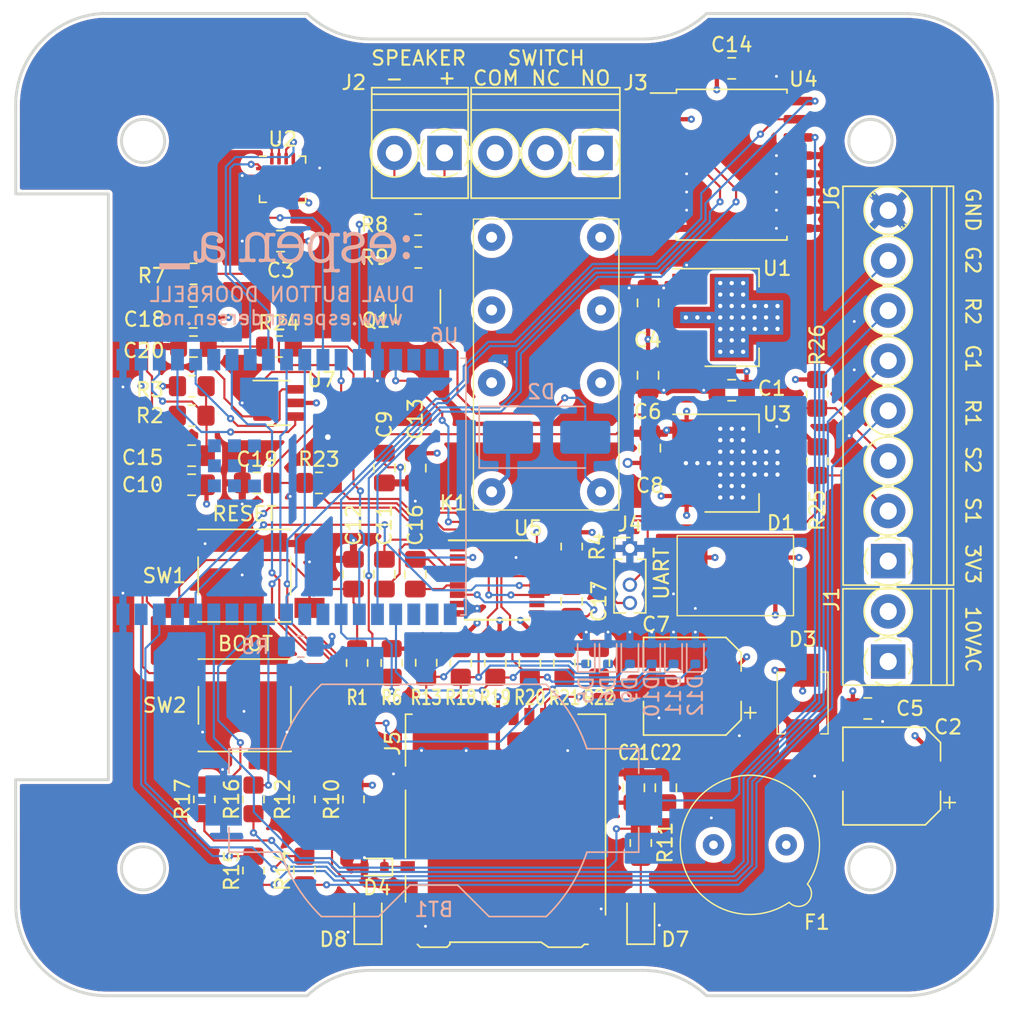
<source format=kicad_pcb>
(kicad_pcb (version 20221018) (generator pcbnew)
  (layers (0 "F.Cu" signal) (1 "In1.Cu" signal) (2 "In2.Cu" signal) (31 "B.Cu" signal) (34 "B.Paste" user) (35 "F.Paste" user) (36 "B.SilkS" user "B.Silkscreen") (37 "F.SilkS" user "F.Silkscreen") (38 "B.Mask" user) (39 "F.Mask" user) (44 "Edge.Cuts" user))
  (property "PCB_SERIAL" "n/a")
  (net 0 "")
  (net 1 "GND")
  (net 2 "+VDC")
  (net 3 "+5V")
  (net 4 "+3V3")
  (net 5 "Net-(U5-VS+)")
  (net 6 "Net-(U5-C1+)")
  (net 7 "Net-(U5-C1-)")
  (net 8 "Net-(C12-Pad2)")
  (net 9 "Net-(U6-EN)")
  (net 10 "Net-(U5-C2+)")
  (net 11 "Net-(U5-C2-)")
  (net 12 "Net-(U5-VS-)")
  (net 13 "Net-(C19-Pad1)")
  (net 14 "Net-(C20-Pad1)")
  (net 15 "Net-(J1-Pin_1)")
  (net 16 "Net-(D1-Pad4)")
  (net 17 "Net-(D2-A)")
  (net 18 "Net-(D4-K)")
  (net 19 "Net-(D5-K)")
  (net 20 "/SPIMISO")
  (net 21 "Net-(D7-A)")
  (net 22 "Net-(J1-Pin_2)")
  (net 23 "Net-(J2-Pin_1)")
  (net 24 "Net-(J2-Pin_2)")
  (net 25 "Net-(J3-Pin_1)")
  (net 26 "Net-(J3-Pin_2)")
  (net 27 "Net-(J3-Pin_3)")
  (net 31 "Net-(D8-A)")
  (net 32 "/SPICLK")
  (net 33 "/SPIMOSI")
  (net 34 "/SPICS")
  (net 35 "Net-(D12-K)")
  (net 36 "Net-(BT1-+)")
  (net 37 "Net-(J4-Pin_3)")
  (net 38 "/~{S1_INPUT}")
  (net 39 "/~{S2_INPUT}")
  (net 40 "/S1_RED")
  (net 41 "/S1_GREEN")
  (net 42 "/S2_RED")
  (net 43 "/S2_GREEN")
  (net 44 "Net-(Q1-B)")
  (net 45 "Net-(U4-~{RST})")
  (net 46 "Net-(U5-T1IN)")
  (net 47 "/INT")
  (net 48 "Net-(U6-IO12)")
  (net 49 "Net-(J4-Pin_4)")
  (net 50 "Net-(U6-IO22)")
  (net 51 "Net-(U6-IO23)")
  (net 52 "Net-(U6-IO18)")
  (net 53 "Net-(U6-IO19)")
  (net 54 "/~{SD_MODE}")
  (net 59 "/LRCLK")
  (net 60 "/BCLK")
  (net 62 "/SDA")
  (net 63 "/SCL")
  (net 68 "Net-(U5-R1OUT)")
  (net 69 "/DOUT")
  (net 70 "Net-(U6-IO25)")
  (net 74 "Net-(U6-IO21)")
  (net 75 "Net-(U6-IO36)")
  (net 76 "Net-(U6-IO39)")
  (net 84 "Net-(R7-Pad1)")
  (footprint "Resistor_SMD:R_0805_2012Metric_Pad1.20x1.40mm_HandSolder" (layer "F.Cu") (at 160.93 84.963 90)
    (fp_text reference "R25")
    (fp_text value "100k" hide)
  )
  (footprint "Connector_Card:microSD_HC_Hirose_DM3AT-SF-PEJM5" (layer "F.Cu") (at 139.1336 110.5246)
    (fp_text reference "J5")
    (fp_text value "MicroSD")
  )
  (footprint "Fuse_espena:FuseHolder_Keystone_3554" (layer "F.Cu") (at 153.67 111.76)
    (fp_text reference "F1")
    (fp_text value "250mA" hide)
  )
  (footprint "Resistor_SMD:R_0805_2012Metric_Pad1.20x1.40mm_HandSolder" (layer "F.Cu") (at 143.256 99.06 -90)
    (fp_text reference "R21")
    (fp_text value "10k" hide)
  )
  (footprint "Resistor_SMD:R_0805_2012Metric_Pad1.20x1.40mm_HandSolder" (layer "F.Cu") (at 125.095 113.554 -90)
    (fp_text reference "R14")
    (fp_text value "0Ω" hide)
  )
  (footprint "Connector_PinHeader_1.27mm_espena:PinHeader_1x04_P1.27mm_Vertical_without_pin2" (layer "F.Cu") (at 147.828 91.059)
    (fp_text reference "J4")
    (fp_text value "UART")
  )
  (footprint "Diode_SMD_espena:D_HDS20M_Rectifier" (layer "F.Cu") (at 155.194 92.964)
    (fp_text reference "D1")
    (fp_text value "HDS20M")
  )
  (footprint "Resistor_SMD:R_0805_2012Metric_Pad1.20x1.40mm_HandSolder" (layer "F.Cu") (at 133.604 99.044 -90)
    (fp_text reference "R13")
    (fp_text value "10k" hide)
  )
  (footprint "Resistor_SMD:R_0805_2012Metric_Pad1.20x1.40mm_HandSolder" (layer "F.Cu") (at 160.909 80.264 90)
    (fp_text reference "R26")
    (fp_text value "100k" hide)
  )
  (footprint "Resistor_SMD:R_0805_2012Metric_Pad1.20x1.40mm_HandSolder" (layer "F.Cu") (at 125.095 108.585 -90)
    (fp_text reference "R12")
    (fp_text value "100Ω" hide)
  )
  (footprint "Capacitor_SMD:C_0805_2012Metric_Pad1.18x1.45mm_HandSolder" (layer "F.Cu") (at 130.683 85.4495 -90)
    (fp_text reference "C9")
    (fp_text value "100nF" hide)
  )
  (footprint "TerminalBlock_Phoenix_espena:TerminalBlock_Phoenix_PT-1,5-2-3.5-H_1x02_P3.50mm_Horizontal_stackable" (layer "F.Cu") (at 165.87 98.96 90)
    (fp_text reference "J1")
    (fp_text value "Power")
  )
  (footprint "Resistor_SMD:R_0805_2012Metric_Pad1.20x1.40mm_HandSolder" (layer "F.Cu") (at 136.017 99.06 -90)
    (fp_text reference "R18")
    (fp_text value "10k" hide)
  )
  (footprint "Capacitor_SMD:CP_Elec_6.3x9.9" (layer "F.Cu") (at 166.116 106.9594 180)
    (fp_text reference "C2")
    (fp_text value "220µF")
  )
  (footprint "Package_SO:SOIC-16W_7.5x10.3mm_P1.27mm" (layer "F.Cu") (at 154.94 64.262)
    (fp_text reference "U4")
    (fp_text value "DS3231M" hide)
  )
  (footprint "Button_Switch_SMD_espena:SW_SPST_TL3301_6x6mm_H4.3mm" (layer "F.Cu") (at 120.926 102.017 180)
    (fp_text reference "SW2")
    (fp_text value "Boot")
  )
  (footprint "Capacitor_SMD:C_0805_2012Metric_Pad1.18x1.45mm_HandSolder" (layer "F.Cu") (at 164.4435 102.235)
    (fp_text reference "C5")
    (fp_text value "100nF" hide)
  )
  (footprint "Capacitor_SMD:C_0805_2012Metric_Pad1.18x1.45mm_HandSolder" (layer "F.Cu") (at 154.94 80.01 180)
    (fp_text reference "C1")
    (fp_text value "100nF" hide)
  )
  (footprint "Capacitor_SMD:C_0805_2012Metric_Pad1.18x1.45mm_HandSolder" (layer "F.Cu") (at 128.524 92.8585 -90)
    (fp_text reference "C12")
    (fp_text value "1µF" hide)
  )
  (footprint "Package_TO_SOT_SMD:SOT-23" (layer "F.Cu") (at 133.035 74.676 -90)
    (fp_text reference "Q1")
    (fp_text value "BC847" hide)
  )
  (footprint "Diode_SMD_espena:DO-214AA-2" (layer "F.Cu") (at 159.893 104.14 90)
    (fp_text reference "D3")
    (fp_text value "TVSP")
  )
  (footprint "Resistor_SMD:R_0805_2012Metric_Pad1.20x1.40mm_HandSolder" (layer "F.Cu") (at 117.221 81.788)
    (fp_text reference "R2")
    (fp_text value "1k" hide)
  )
  (footprint "TerminalBlock_Phoenix_espena:TerminalBlock_Phoenix_PT-1,5-8-3.5-H_1x08_P3.50mm_Horizontal_stackable" (layer "F.Cu") (at 165.87 91.95 90)
    (fp_text reference "J6")
    (fp_text value "Door panel")
  )
  (footprint "Resistor_SMD:R_0805_2012Metric_Pad1.20x1.40mm_HandSolder" (layer "F.Cu") (at 145.669 99.044 -90)
    (fp_text reference "R22")
    (fp_text value "10k" hide)
  )
  (footprint "Package_TO_SOT_SMD:TSOT-23-6" (layer "F.Cu") (at 123.317 80.899)
    (fp_text reference "U7")
    (fp_text value "74LVC2G14")
  )
  (footprint "Resistor_SMD:R_0805_2012Metric_Pad1.20x1.40mm_HandSolder" (layer "F.Cu") (at 143.764 90.932 -90)
    (fp_text reference "R4")
    (fp_text value "10k" hide)
  )
  (footprint "Capacitor_SMD:C_0805_2012Metric_Pad1.18x1.45mm_HandSolder" (layer "F.Cu") (at 149.225 84.0525 90)
    (fp_text reference "C8")
    (fp_text value "100nF" hide)
  )
  (footprint "Resistor_SMD:R_0805_2012Metric_Pad1.20x1.40mm_HandSolder" (layer "F.Cu") (at 121.539 108.585 -90)
    (fp_text reference "R16")
    (fp_text value "0Ω" hide)
  )
  (footprint "Resistor_SMD:R_0805_2012Metric_Pad1.20x1.40mm_HandSolder" (layer "F.Cu") (at 123.317 76.962)
    (fp_text reference "R24")
    (fp_text value "10k" hide)
  )
  (footprint "Capacitor_SMD:C_0805_2012Metric_Pad1.18x1.45mm_HandSolder" (layer "F.Cu") (at 117.221 84.582 180)
    (fp_text reference "C15")
    (fp_text value "1µF" hide)
  )
  (footprint "Package_TO_SOT_SMD_espena:SOT-223-3_TabPin2_ThermalPads" (layer "F.Cu") (at 154.94 74.93)
    (fp_text reference "U1")
    (fp_text value "NCP1117-5v")
  )
  (footprint "Resistor_SMD:R_0805_2012Metric_Pad1.20x1.40mm_HandSolder" (layer "F.Cu") (at 148.59 111.633 -90)
    (fp_text reference "R11")
    (fp_text value "100Ω" hide)
  )
  (footprint "Resistor_SMD:R_0805_2012Metric_Pad1.20x1.40mm_HandSolder" (layer "F.Cu") (at 126.111 86.487)
    (fp_text reference "R23")
    (fp_text value "10k" hide)
  )
  (footprint "Capacitor_SMD:C_0805_2012Metric_Pad1.18x1.45mm_HandSolder" (layer "F.Cu") (at 132.842 92.8585 -90)
    (fp_text reference "C16")
    (fp_text value "100nF" hide)
  )
  (footprint "Resistor_SMD:R_0805_2012Metric_Pad1.20x1.40mm_HandSolder" (layer "F.Cu") (at 133.035 68.453)
    (fp_text reference "R8")
    (fp_text value "2,4k" hide)
  )
  (footprint "LED_SMD:LED_0805_2012Metric_Pad1.15x1.40mm_HandSolder" (layer "F.Cu") (at 129.54 116.84 90)
    (fp_text reference "D8")
    (fp_text value "GREEN" hide)
  )
  (footprint "Resistor_SMD:R_0805_2012Metric_Pad1.20x1.40mm_HandSolder" (layer "F.Cu") (at 128.524 108.585 -90)
    (fp_text reference "R10")
    (fp_text value "10k" hide)
  )
  (footprint "Relay_THT_espena:Relay_Tianbo_HJR-1-2C" (layer "F.Cu") (at 145.791 87.107 90)
    (fp_text reference "K1")
    (fp_text value "HJR 1-2C")
  )
  (footprint "Capacitor_SMD:C_0805_2012Metric_Pad1.18x1.45mm_HandSolder" (layer "F.Cu") (at 149.098 78.9725 -90)
    (fp_text reference "C6")
    (fp_text value "100nF" hide)
  )
  (footprint "Capacitor_SMD:CP_Elec_6.3x9.9" (layer "F.Cu") (at 152.1908 100.6856 180)
    (fp_text reference "C7")
    (fp_text value "220µF")
  )
  (footprint "LED_SMD:LED_0805_2012Metric_Pad1.15x1.40mm_HandSolder" (layer "F.Cu") (at 148.59 116.84 90)
    (fp_text reference "D7")
    (fp_text value "RED" hide)
  )
  (footprint "Resistor_SMD:R_0805_2012Metric_Pad1.20x1.40mm_HandSolder" (layer "F.Cu") (at 117.348 71.882)
    (fp_text reference "R7")
    (fp_text value "2,4k")
  )
  (footprint "Package_SO_espena:TSSOP-16-1EP_4.4x5mm_P0.65mm" (layer "F.Cu") (at 138.557 93.319)
    (fp_text reference "U5")
    (fp_text value "MAX3232")
  )
  (footprint "Package_DFN_QFN_espena:TQFN-16-1EP_3x3mm_P0.5mm_EP1.23x1.23mm" (layer "F.Cu") (at 123.571 65.278)
    (fp_text reference "U2")
    (fp_text value "MAX98357A")
  )
  (footprint "Resistor_SMD:R_0805_2012Metric_Pad1.20x1.40mm_HandSolder" (layer "F.Cu") (at 118.11 108.585 -90)
    (fp_text reference "R17")
    (fp_text value "0Ω" hide)
  )
  (footprint "TerminalBlock_Phoenix_espena:TerminalBlock_Phoenix_PT-1,5-2-3.5-H_1x02_P3.50mm_Horizontal_stackable" (layer "F.Cu") (at 134.88 63.44 180)
    (fp_text reference "J2")
    (fp_text value "Speaker")
  )
  (footprint "Resistor_SMD:R_0805_2012Metric_Pad1.20x1.40mm_HandSolder" (layer "F.Cu") (at 133.051 70.739 180)
    (fp_text reference "R9")
    (fp_text value "10k" hide)
  )
  (footprint "Resistor_SMD:R_0805_2012Metric_Pad1.20x1.40mm_HandSolder" (layer "F.Cu") (at 138.43 99.06 -90)
    (fp_text reference "R19")
    (fp_text value "10k" hide)
  )
  (footprint "Capacitor_SMD:C_0805_2012Metric_Pad1.18x1.45mm_HandSolder" (layer "F.Cu") (at 121.793 86.487 180)
    (fp_text reference "C19")
    (fp_text value "1µF" hide)
  )
  (footprint "TerminalBlock_Phoenix_espena:TerminalBlock_Phoenix_PT-1,5-3-3.5-H_1x03_P3.50mm_Horizontal_stackable" (layer "F.Cu") (at 145.43 63.44 180)
    (fp_text reference "J3")
    (fp_text value "SWITCH1")
  )
  (footprint "Capacitor_SMD:C_0805_2012Metric_Pad1.18x1.45mm_HandSolder" (layer "F.Cu") (at 132.842 85.4495 -90)
    (fp_text reference "C13")
    (fp_text value "C_Decoupling" hide)
  )
  (footprint "Capacitor_SMD:C_0805_2012Metric_Pad1.18x1.45mm_HandSolder" (layer "F.Cu") (at 150.3426 107.7761 90)
    (fp_text reference "C22")
    (fp_text value "4,7µF")
  )
  (footprint "Capacitor_SMD:C_0805_2012Metric_Pad1.18x1.45mm_HandSolder" (layer "F.Cu") (at 149.098 73.914 90)
    (fp_text reference "C4")
    (fp_text value "100nF" hide)
  )
  (footprint "Resistor_SMD:R_0805_2012Metric_Pad1.20x1.40mm_HandSolder" (layer "F.Cu") (at 121.539 113.554 -90)
    (fp_text reference "R15")
    (fp_text value "0Ω" hide)
  )
  (footprint "Capacitor_SMD:C_0805_2012Metric_Pad1.18x1.45mm_HandSolder" (layer "F.Cu") (at 117.3265 74.93 180)
    (fp_text reference "C18")
    (fp_text value "C_Decoupling" hide)
  )
  (footprint "Capacitor_SMD:C_0805_2012Metric_Pad1.18x1.45mm_HandSolder" (layer "F.Cu") (at 148.1074 107.7761 90)
    (fp_text reference "C21")
    (fp_text value "100nF")
  )
  (footprint "Capacitor_SMD:C_0805_2012Metric_Pad1.18x1.45mm_HandSolder" (layer "F.Cu") (at 123.432 69.596 180)
    (fp_text reference "C3")
    (fp_text value "C_Decoupling" hide)
  )
  (footprint "Capacitor_SMD:C_0805_2012Metric_Pad1.18x1.45mm_HandSolder" (layer "F.Cu") (at 154.94 57.531 180)
    (fp_text reference "C14")
    (fp_text value "C_Decoupling" hide)
  )
  (footprint "Resistor_SMD:R_0805_2012Metric_Pad1.20x1.40mm_HandSolder" (layer "F.Cu") (at 128.778 99.06 90)
    (fp_text reference "R1")
    (fp_text value "1k" hide)
  )
  (footprint "Capacitor_SMD:C_0805_2012Metric_Pad1.18x1.45mm_HandSolder" (layer "F.Cu") (at 143.764 94.7635 90)
    (fp_text reference "C17")
    (fp_text value "100nF" hide)
  )
  (footprint "Button_Switch_SMD_espena:SW_SPST_TL3301_6x6mm_H4.3mm" (layer "F.Cu") (at 120.904 92.964)
    (fp_text reference "SW1")
    (fp_text value "Reset" hide)
  )
  (footprint "Resistor_SMD:R_0805_2012Metric_Pad1.20x1.40mm_HandSolder" (layer "F.Cu") (at 131.191 99.06 -90)
    (fp_text reference "R6")
    (fp_text value "4k7")
  )
  (footprint "Package_TO_SOT_SMD_espena:SOT-223-3_TabPin2_ThermalPads" (layer "F.Cu") (at 154.94 85.104)
    (fp_text reference "U3")
    (fp_text value "NCP1117-3v3")
  )
  (footprint "Resistor_SMD:R_0805_2012Metric_Pad1.20x1.40mm_HandSolder" (layer "F.Cu") (at 117.2304 79.7306)
    (fp_text reference "R3")
    (fp_text value "10k" hide)
  )
  (footprint "Diode_SMD:D_SOD-523" (layer "F.Cu") (at 129.983 113.3094 180)
    (fp_text reference "D4")
    (fp_text value "TVS")
  )
  (footprint "Capacitor_SMD:C_0805_2012Metric_Pad1.18x1.45mm_HandSolder" (layer "F.Cu") (at 117.348 76.962 180)
    (fp_text reference "C20")
    (fp_text value "1µF" hide)
  )
  (footprint "Capacitor_SMD:C_0805_2012Metric_Pad1.18x1.45mm_HandSolder" (layer "F.Cu") (at 130.683 92.8585 -90)
    (fp_text reference "C11")
    (fp_text value "100nF" hide)
  )
  (footprint "Capacitor_SMD:C_0805_2012Metric_Pad1.18x1.45mm_HandSolder" (layer "F.Cu") (at 117.221 86.614 180)
    (fp_text reference "C10")
    (fp_text value "22µF" hide)
  )
  (footprint "Resistor_SMD:R_0805_2012Metric_Pad1.20x1.40mm_HandSolder" (layer "F.Cu") (at 140.843 99.06 -90)
    (fp_text reference "R20")
    (fp_text value "10k" hide)
  )
  (footprint "Diode_SMD:D_SOD-523" (layer "B.Cu") (at 150.876 98.425 90)
    (fp_text reference "D11")
    (fp_text value "TVS")
  )
  (footprint "Diode_SMD:D_SOD-523" (layer "B.Cu") (at 149.352 98.425 90)
    (fp_text reference "D10")
    (fp_text value "TVS")
  )
  (footprint "Diode_SMD:D_SOD-523" (layer "B.Cu") (at 147.828 98.425 90)
    (fp_text reference "D9")
    (fp_text value "TVS")
  )
  (footprint "Diode_SMD:D_SOD-523" (layer "B.Cu") (at 152.4 98.425 90)
    (fp_text reference "D12")
    (fp_text value "TVS")
  )
  (footprint "RF_Module_espena:ESP32-WROVER-B" (layer "B.Cu") (at 112.42 77.88)
    (fp_text reference "U6")
    (fp_text value "ESP32-WROVER-B")
  )
  (footprint "Diode_SMD:D_SOD-523" (layer "B.Cu") (at 144.78 98.425 90)
    (fp_text reference "D5")
    (fp_text value "TVS")
  )
  (footprint "Resistor_SMD:R_0805_2012Metric_Pad1.20x1.40mm_HandSolder" (layer "B.Cu") (at 124.841 97.917 180)
    (fp_text reference "R5")
    (fp_text value "4k7")
  )
  (footprint "Battery:BatteryHolder_Keystone_1058_1x2032" (layer "B.Cu") (at 134.1362 108.6612 180)
    (fp_text reference "BT1")
    (fp_text value "CR2032")
  )
  (footprint "Diode_SMD:D_SOD-523" (layer "B.Cu") (at 146.304 98.425 90)
    (fp_text reference "D6")
    (fp_text value "TVS")
  )
  (footprint "Diode_SMD:D_SMB_Handsoldering" (layer "B.Cu") (at 142.014 83.297)
    (fp_text reference "D2")
    (fp_text value "MRA4007T3G" hide)
  )
  (gr_poly (pts (xy 132.226715 69.176964) (xy 132.23967 69.177857) (xy 132.252365 69.179344) (xy 132.2648 69.181425) (xy 132.276977 69.1841) (xy 132.288896 69.187368) (xy 132.300556 69.191229) (xy 132.311958 69.195683) (xy 132.323103 69.20073) (xy 132.333992 69.206367) (xy 132.344623 69.212597) (xy 132.354998 69.219417) (xy 132.365118 69.226828) (xy 132.374982 69.23483) (xy 132.384591 69.243421) (xy 132.393946 69.252601) (xy 132.402885 69.262198) (xy 132.411247 69.272036) (xy 132.419033 69.282116) (xy 132.426242 69.292438) (xy 132.432874 69.303002) (xy 132.438929 69.313807) (xy 132.444408 69.324855) (xy 132.44931 69.336144) (xy 132.453636 69.347675) (xy 132.457384 69.359448) (xy 132.460556 69.371463) (xy 132.463151 69.383719) (xy 132.46517 69.396218) (xy 132.466612 69.408958) (xy 132.467477 69.42194) (xy 132.467765 69.435164) (xy 132.467477 69.448388) (xy 132.466612 69.46137) (xy 132.46517 69.47411) (xy 132.463151 69.486609) (xy 132.460556 69.498865) (xy 132.457384 69.51088) (xy 132.453636 69.522653) (xy 132.44931 69.534184) (xy 132.444408 69.545473) (xy 132.438929 69.556521) (xy 132.432874 69.567326) (xy 132.426242 69.57789) (xy 132.419033 69.588212) (xy 132.411247 69.598292) (xy 132.402885 69.60813) (xy 132.393946 69.617726) (xy 132.384591 69.626907) (xy 132.374982 69.635498) (xy 132.365118 69.6435) (xy 132.354998 69.650911) (xy 132.344623 69.657731) (xy 132.333992 69.663961) (xy 132.323103 69.669599) (xy 132.311958 69.674645) (xy 132.300556 69.679099) (xy 132.288896 69.68296) (xy 132.276977 69.686228) (xy 132.2648 69.688903) (xy 132.252365 69.690985) (xy 132.23967 69.692472) (xy 132.226715 69.693364) (xy 132.2135 69.693662) (xy 132.200285 69.693367) (xy 132.187331 69.692482) (xy 132.174635 69.691007) (xy 132.1622 69.688941) (xy 132.150023 69.686282) (xy 132.138104 69.68303) (xy 132.126444 69.679184) (xy 132.115041 69.674744) (xy 132.103896 69.669709) (xy 132.093008 69.664077) (xy 132.082377 69.657849) (xy 132.072001 69.651022) (xy 132.061882 69.643598) (xy 132.052018 69.635574) (xy 132.042409 69.626951) (xy 132.033054 69.617726) (xy 132.024115 69.60813) (xy 132.015753 69.598292) (xy 132.007967 69.588212) (xy 132.000759 69.57789) (xy 131.994126 69.567326) (xy 131.988071 69.556521) (xy 131.982592 69.545473) (xy 131.97769 69.534184) (xy 131.973365 69.522653) (xy 131.969616 69.51088) (xy 131.966444 69.498865) (xy 131.963849 69.486609) (xy 131.961831 69.47411) (xy 131.960389 69.46137) (xy 131.959524 69.448388) (xy 131.959235 69.435164) (xy 131.959524 69.421943) (xy 131.960389 69.408969) (xy 131.961831 69.39624) (xy 131.963849 69.383756) (xy 131.966444 69.371516) (xy 131.969616 69.359518) (xy 131.973365 69.34776) (xy 131.97769 69.336243) (xy 131.982592 69.324964) (xy 131.988071 69.313923) (xy 131.994126 69.303119) (xy 132.000759 69.292549) (xy 132.007967 69.282214) (xy 132.015753 69.272112) (xy 132.024115 69.262241) (xy 132.033054 69.252601) (xy 132.042409 69.243421) (xy 132.052018 69.234829) (xy 132.061882 69.226828) (xy 132.072001 69.219417) (xy 132.082377 69.212597) (xy 132.093008 69.206367) (xy 132.103896 69.200729) (xy 132.115041 69.195683) (xy 132.126444 69.191229) (xy 132.138104 69.187368) (xy 132.150023 69.1841) (xy 132.1622 69.181425) (xy 132.174635 69.179344) (xy 132.187331 69.177857) (xy 132.200285 69.176964) (xy 132.2135 69.176666)) (fill solid) (layer "B.SilkS"))
  (gr_poly (pts (xy 118.685773 68.943151) (xy 118.725129 68.945076) (xy 118.763735 68.948284) (xy 118.80159 68.952774) (xy 118.838694 68.958547) (xy 118.875049 68.965601) (xy 118.910653 68.973936) (xy 118.945507 68.983553) (xy 118.97961 68.99445) (xy 119.012963 69.006627) (xy 119.045566 69.020084) (xy 119.077418 69.03482) (xy 119.10852 69.050835) (xy 119.138872 69.068129) (xy 119.168473 69.086701) (xy 119.197324 69.106551) (xy 119.224907 69.127297) (xy 119.250705 69.148558) (xy 119.274718 69.170333) (xy 119.296948 69.192623) (xy 119.317395 69.215428) (xy 119.33606 69.238747) (xy 119.352943 69.262581) (xy 119.368046 69.28693) (xy 119.38137 69.311794) (xy 119.392914 69.337172) (xy 119.40268 69.363065) (xy 119.410669 69.389473) (xy 119.416881 69.416395) (xy 119.421318 69.443832) (xy 119.423979 69.471784) (xy 119.424866 69.500251) (xy 119.424587 69.513466) (xy 119.423749 69.52642) (xy 119.422352 69.539115) (xy 119.420397 69.551551) (xy 119.417881 69.563728) (xy 119.414806 69.575646) (xy 119.41117 69.587307) (xy 119.406973 69.598709) (xy 119.402216 69.609854) (xy 119.396896 69.620742) (xy 119.391015 69.631374) (xy 119.384571 69.641749) (xy 119.377564 69.651869) (xy 119.369994 69.661733) (xy 119.361861 69.671342) (xy 119.353164 69.680697) (xy 119.344051 69.689636) (xy 119.334671 69.697998) (xy 119.325023 69.705784) (xy 119.315105 69.712992) (xy 119.304918 69.719625) (xy 119.294461 69.72568) (xy 119.283732 69.731159) (xy 119.272731 69.736061) (xy 119.261457 69.740386) (xy 119.24991 69.744135) (xy 119.238088 69.747306) (xy 119.225991 69.749902) (xy 119.213618 69.75192) (xy 119.200968 69.753362) (xy 119.188041 69.754227) (xy 119.174835 69.754515) (xy 119.163692 69.754308) (xy 119.152784 69.753684) (xy 119.142113 69.752646) (xy 119.131679 69.751191) (xy 119.121482 69.749322) (xy 119.111523 69.747037) (xy 119.101801 69.744336) (xy 119.092318 69.74122) (xy 119.083074 69.737689) (xy 119.074069 69.733741) (xy 119.065303 69.729379) (xy 119.056777 69.724601) (xy 119.048492 69.719408) (xy 119.040447 69.713799) (xy 119.032643 69.707774) (xy 119.025081 69.701334) (xy 119.017872 69.694572) (xy 119.011128 69.687581) (xy 119.00485 69.680361) (xy 118.999036 69.672912) (xy 118.993687 69.665236) (xy 118.988804 69.657332) (xy 118.984386 69.649202) (xy 118.980432 69.640844) (xy 118.976944 69.63226) (xy 118.973921 69.62345) (xy 118.971363 69.614415) (xy 118.96927 69.605154) (xy 118.967642 69.595669) (xy 118.96648 69.585959) (xy 118.965782 69.576025) (xy 118.965549 69.565868) (xy 118.965773 69.553788) (xy 118.966443 69.542155) (xy 118.96756 69.530969) (xy 118.969125 69.520231) (xy 118.971139 69.509941) (xy 118.9736 69.5001) (xy 118.97651 69.490707) (xy 118.97987 69.481763) (xy 118.983679 69.473269) (xy 118.987938 69.465225) (xy 118.992648 69.457632) (xy 118.997808 69.450489) (xy 119.003419 69.443797) (xy 119.009482 69.437557) (xy 119.015997 69.431768) (xy 119.022964 69.426432) (xy 119.027432 69.423388) (xy 119.031609 69.420405) (xy 119.035496 69.417486) (xy 119.039092 69.414629) (xy 119.042398 69.411837) (xy 119.045414 69.409108) (xy 119.048142 69.406443) (xy 119.050581 69.403844) (xy 119.052731 69.401309) (xy 119.054593 69.39884) (xy 119.056168 69.396436) (xy 119.057456 69.394099) (xy 119.058457 69.391829) (xy 119.059171 69.389626) (xy 119.059599 69.38749) (xy 119.059742 69.385422) (xy 119.059682 69.382599) (xy 119.059503 69.379785) (xy 119.059204 69.37698) (xy 119.058786 69.374185) (xy 119.058248 69.371398) (xy 119.05759 69.368621) (xy 119.056812 69.365853) (xy 119.055914 69.363093) (xy 119.053757 69.357601) (xy 119.051119 69.352145) (xy 119.047999 69.346723) (xy 119.044396 69.341336) (xy 119.040309 69.335982) (xy 119.035738 69.330663) (xy 119.030682 69.325377) (xy 119.02514 69.320123) (xy 119.01911 69.314903) (xy 119.012594 69.309714) (xy 119.005588 69.304558) (xy 118.998094 69.299432) (xy 118.978005 69.28703) (xy 118.957725 69.275422) (xy 118.937251 69.26461) (xy 118.916586 69.254594) (xy 118.895728 69.245374) (xy 118.874679 69.236952) (xy 118.853436 69.229329) (xy 118.832002 69.222505) (xy 118.810376 69.21648) (xy 118.788557 69.211257) (xy 118.766546 69.206835) (xy 118.744342 69.203215) (xy 118.721947 69.200398) (xy 118.699359 69.198385) (xy 118.676579 69.197177) (xy 118.653607 69.196774) (xy 118.627823 69.197152) (xy 118.602758 69.198286) (xy 118.578414 69.200175) (xy 118.55479 69.202818) (xy 118.531887 69.206214) (xy 118.509705 69.210364) (xy 118.488244 69.215265) (xy 118.467506 69.220917) (xy 118.44749 69.22732) (xy 118.428197 69.234472) (xy 118.409628 69.242373) (xy 118.391781 69.251022) (xy 118.374659 69.260418) (xy 118.358261 69.27056) (xy 118.342588 69.281449) (xy 118.32764 69.293082) (xy 118.313464 69.305416) (xy 118.300206 69.318309) (xy 118.287864 69.33176) (xy 118.276439 69.345771) (xy 118.26593 69.360342) (xy 118.256337 69.375472) (xy 118.24766 69.391163) (xy 118.239898 69.407415) (xy 118.23305 69.424228) (xy 118.227116 69.441602) (xy 118.222097 69.459539) (xy 118.217991 69.478038) (xy 118.214798 69.4971) (xy 118.212518 69.516725) (xy 118.21115 69.536913) (xy 118.210694 69.557665) (xy 118.211103 69.579261) (xy 118.212331 69.599994) (xy 118.214376 69.619865) (xy 118.217238 69.638872) (xy 118.220918 69.657016) (xy 118.225414 69.674296) (xy 118.230727 69.690711) (xy 118.236855 69.706262) (xy 118.243798 69.720948) (xy 118.251557 69.734768) (xy 118.260131 69.747723) (xy 118.269518 69.759811) (xy 118.27972 69.771033) (xy 118.290735 69.781388) (xy 118.302564 69.790875) (xy 118.315205 69.799494) (xy 118.329235 69.807571) (xy 118.345133 69.81543) (xy 118.362899 69.823071) (xy 118.382533 69.830492) (xy 118.404037 69.837693) (xy 118.427412 69.844673) (xy 118.452658 69.851431) (xy 118.479776 69.857967) (xy 118.508766 69.86428) (xy 118.539631 69.870369) (xy 118.572369 69.876233) (xy 118.606982 69.881871) (xy 118.643472 69.887283) (xy 118.681838 69.892468) (xy 118.722081 69.897425) (xy 118.764203 69.902153) (xy 118.875088 69.915837) (xy 118.965683 69.928281) (xy 119.036038 69.939435) (xy 119.06364 69.944512) (xy 119.086201 69.949249) (xy 119.096297 69.951701) (xy 119.10664 69.954495) (xy 119.117229 69.957628) (xy 119.128064 69.961101) (xy 119.139143 69.964914) (xy 119.150467 69.969066) (xy 119.173845 69.978386) (xy 119.198189 69.989058) (xy 119.223495 70.001078) (xy 119.249756 70.014444) (xy 119.276965 70.029153) (xy 119.294887 70.039325) (xy 119.312238 70.049849) (xy 119.329018 70.060726) (xy 119.345229 70.071954) (xy 119.360869 70.083534) (xy 119.375939 70.095467) (xy 119.39044 70.107752) (xy 119.40437 70.120389) (xy 119.417731 70.133378) (xy 119.430522 70.14672) (xy 119.442744 70.160414) (xy 119.454396 70.17446) (xy 119.465479 70.188859) (xy 119.475993 70.203611) (xy 119.485937 70.218715) (xy 119.495313 70.234172) (xy 119.504119 70.249982) (xy 119.512357 70.266144) (xy 119.520025 70.282659) (xy 119.527126 70.299527) (xy 119.533657 70.316747) (xy 119.53962 70.334321) (xy 119.545015 70.352248) (xy 119.549842 70.370528) (xy 119.5541 70.38916) (xy 119.55779 70.408146) (xy 119.560912 70.427485) (xy 119.563467 70.447178) (xy 119.565453 70.467223) (xy 119.566872 70.487622) (xy 119.568007 70.52948) (xy 119.567232 70.563379) (xy 119.564905 70.596415) (xy 119.561027 70.628589) (xy 119.555596 70.659899) (xy 119.548612 70.690346) (xy 119.540074 70.719929) (xy 119.529981 70.748648) (xy 119.518332 70.776502) (xy 119.505126 70.803491) (xy 119.490363 70.829614) (xy 119.474043 70.854872) (xy 119.456163 70.879263) (xy 119.436724 70.902788) (xy 119.415724 70.925446) (xy 119.393163 70.947236) (xy 119.369041 70.968159) (xy 119.343665 70.988009) (xy 119.317248 71.006581) (xy 119.28979 71.023875) (xy 119.261289 71.03989) (xy 119.231747 71.054626) (xy 119.201162 71.068083) (xy 119.169537 71.08026) (xy 119.136869 71.091157) (xy 119.103159 71.100774) (xy 119.068408 71.109109) (xy 119.032615 71.116163) (xy 118.99578 71.121936) (xy 118.957903 71.126426) (xy 118.918984 71.129634) (xy 118.879024 71.131559) (xy 118.838022 71.132201) (xy 118.783089 71.130998) (xy 118.73001 71.127389) (xy 118.678787 71.121375) (xy 118.629418 71.112957) (xy 118.581906 71.102133) (xy 118.536249 71.088906) (xy 118.49245 71.073275) (xy 118.450506 71.05524) (xy 118.410421 71.034803) (xy 118.372192 71.011963) (xy 118.335822 70.986721) (xy 118.301311 70.959077) (xy 118.268658 70.929031) (xy 118.237864 70.896585) (xy 118.20893 70.861738) (xy 118.181856 70.824491) (xy 118.176741 70.842412) (xy 118.171121 70.859763) (xy 118.164996 70.876544) (xy 118.158366 70.892754) (xy 118.15123 70.908394) (xy 118.143588 70.923465) (xy 118.135441 70.937965) (xy 118.126789 70.951896) (xy 118.117632 70.965256) (xy 118.107969 70.978048) (xy 118.0978 70.990269) (xy 118.087126 71.001921) (xy 118.075947 71.013004) (xy 118.064263 71.023518) (xy 118.052073 71.033462) (xy 118.039377 71.042838) (xy 118.026177 71.051644) (xy 118.01247 71.059882) (xy 117.998259 71.067551) (xy 117.983542 71.074651) (xy 117.96832 71.081182) (xy 117.952592 71.087146) (xy 117.936359 71.09254) (xy 117.91962 71.097367) (xy 117.902376 71.101625) (xy 117.884627 71.105315) (xy 117.866372 71.108438) (xy 117.847612 71.110992) (xy 117.828347 71.112978) (xy 117.808576 71.114397) (xy 117.767518 71.115532) (xy 117.71784 71.113994) (xy 117.694178 71.112072) (xy 117.671301 71.109381) (xy 117.649207 71.10592) (xy 117.627899 71.101691) (xy 117.607374 71.096693) (xy 117.587634 71.090926) (xy 117.568679 71.08439) (xy 117.550508 71.077085) (xy 117.533122 71.069011) (xy 117.516519 71.060168) (xy 117.500702 71.050556) (xy 117.485669 71.040176) (xy 117.47142 71.029026) (xy 117.457956 71.017107) (xy 117.445276 71.00442) (xy 117.43338 70.990963) (xy 117.422269 70.976737) (xy 117.411943 70.961743) (xy 117.402401 70.94598) (xy 117.393643 70.929447) (xy 117.38567 70.912146) (xy 117.378481 70.894076) (xy 117.372077 70.875237) (xy 117.366457 70.855628) (xy 117.361622 70.835251) (xy 117.357571 70.814105) (xy 117.354304 70.79219) (xy 117.351822 70.769506) (xy 117.349212 70.721832) (xy 117.349738 70.722627) (xy 117.349738 70.468362) (xy 117.350259 70.444525) (xy 117.351822 70.422225) (xy 117.354426 70.401464) (xy 117.358073 70.38224) (xy 117.362761 70.364554) (xy 117.368491 70.348406) (xy 117.371746 70.340909) (xy 117.375262 70.333796) (xy 117.379039 70.327068) (xy 117.383076 70.320724) (xy 117.387373 70.314765) (xy 117.391931 70.30919) (xy 117.396749 70.304) (xy 117.401828 70.299194) (xy 117.407167 70.294772) (xy 117.412767 70.290735) (xy 117.418627 70.287083) (xy 117.424748 70.283815) (xy 117.431129 70.280931) (xy 117.43777 70.278432) (xy 117.444672 70.276318) (xy 117.451834 70.274587) (xy 117.459257 70.273242) (xy 117.466941 70.272281) (xy 117.474884 70.271704) (xy 117.483089 70.271512) (xy 117.49078 70.271639) (xy 117.498229 70.27202) (xy 117.505434 70.272656) (xy 117.512395 70.273546) (xy 117.519112 70.274691) (xy 117.525587 70.27609) (xy 117.531817 70.277744) (xy 117.537804 70.279652) (xy 117.543546 70.281815) (xy 117.549045 70.284232) (xy 117.554301 70.286904) (xy 117.559312 70.289832) (xy 117.564079 70.293013) (xy 117.568602 70.29645) (xy 117.572881 70.300142) (xy 117.576916 70.304089) (xy 117.580707 70.30829) (xy 117.584254 70.312747) (xy 117.587556 70.317459) (xy 117.590614 70.322426) (xy 117.593428 70.327648) (xy 117.595997 70.333126) (xy 117.598322 70.338859) (xy 117.600402 70.344847) (xy 117.602238 70.35109) (xy 117.603829 70.357589) (xy 117.605176 70.364344) (xy 117.606278 70.371354) (xy 117.607135 70.37862) (xy 117.607747 70.386141) (xy 117.608114 70.393918) (xy 117.608237 70.401951) (xy 117.608237 70.601447) (xy 117.608798 70.63302) (xy 117.610481 70.662554) (xy 117.613286 70.690048) (xy 117.617212 70.715503) (xy 117.622259 70.73892) (xy 117.628426 70.760298) (xy 117.635714 70.779638) (xy 117.644121 70.796941) (xy 117.653647 70.812207) (xy 117.65883 70.819076) (xy 117.664293 70.825436) (xy 117.670035 70.831287) (xy 117.676057 70.836629) (xy 117.682358 70.841462) (xy 117.688939 70.845786) (xy 117.695799 70.849601) (xy 117.702939 70.852907) (xy 117.710358 70.855704) (xy 117.718056 70.857993) (xy 117.726033 70.859773) (xy 117.73429 70.861044) (xy 117.742826 70.861807) (xy 117.751641 70.862062) (xy 117.758722 70.861922) (xy 117.765628 70.861503) (xy 117.772358 70.860806) (xy 117.778913 70.859829) (xy 117.785293 70.858572) (xy 117.791497 70.857037) (xy 117.797526 70.855222) (xy 117.80338 70.853128) (xy 117.809057 70.850754) (xy 117.814559 70.848101) (xy 117.819886 70.845168) (xy 117.825037 70.841956) (xy 117.830012 70.838464) (xy 117.834811 70.834692) (xy 117.839434 70.830641) (xy 117.843881 70.82631) (xy 117.848153 70.821699) (xy 117.852248 70.816808) (xy 117.856168 70.811637) (xy 117.859911 70.806186) (xy 117.863478 70.800456) (xy 117.866869 70.794445) (xy 117.870084 70.788154) (xy 117.873122 70.781583) (xy 117.875984 70.774731) (xy 117.87867 70.7676) (xy 117.881179 70.760188) (xy 117.883512 70.752496) (xy 117.887647 70.73627) (xy 117.891077 70.718922) (xy 117.892084 70.713685) (xy 117.893024 70.707202) (xy 117.894702 70.690496) (xy 117.896113 70.668804) (xy 117.897261 70.642127) (xy 117.898148 70.610464) (xy 117.898778 70.573815) (xy 117.899154 70.53218) (xy 117.899278 70.485559) (xy 117.899278 70.009045) (xy 118.223127 70.009045) (xy 118.223127 70.300087) (xy 118.224227 70.332441) (xy 118.226536 70.363921) (xy 118.230052 70.394524) (xy 118.234773 70.424251) (xy 118.240699 70.4531) (xy 118.247828 70.481071) (xy 118.256159 70.508163) (xy 118.265692 70.534375) (xy 118.276424 70.559707) (xy 118.288356 70.584157) (xy 118.301484 70.607726) (xy 118.31581 70.630411) (xy 118.33133 70.652213) (xy 118.348045 70.67313) (xy 118.365952 70.693162) (xy 118.385052 70.712308) (xy 118.385317 70.712308) (xy 118.405517 70.730428) (xy 118.426629 70.747381) (xy 118.448653 70.763168) (xy 118.471588 70.777788) (xy 118.495434 70.791241) (xy 118.520192 70.803526) (xy 118.545862 70.814642) (xy 118.572444 70.82459) (xy 118.599936 70.83337) (xy 118.628341 70.84098) (xy 118.657657 70.84742) (xy 118.687885 70.85269) (xy 118.719024 70.85679) (xy 118.751074 70.859719) (xy 118.784037 70.861476) (xy 118.817911 70.862062) (xy 118.841708 70.861709) (xy 118.864878 70.860649) (xy 118.887423 70.858883) (xy 118.909341 70.856411) (xy 118.930632 70.853234) (xy 118.951298 70.849351) (xy 118.971337 70.844764) (xy 118.99075 70.839473) (xy 119.009536 70.833478) (xy 119.027696 70.82678) (xy 119.04523 70.819379) (xy 119.062137 70.811275) (xy 119.078418 70.802468) (xy 119.094073 70.79296) (xy 119.109102 70.78275) (xy 119.123504 70.771839) (xy 119.137153 70.760321) (xy 119.149921 70.748287) (xy 119.161809 70.735739) (xy 119.172816 70.722676) (xy 119.182942 70.709099) (xy 119.192188 70.695007) (xy 119.200554 70.6804) (xy 119.208038 70.665278) (xy 119.214643 70.649642) (xy 119.220366 70.633491) (xy 119.22521 70.616825) (xy 119.229172 70.599645) (xy 119.232254 70.58195) (xy 119.234456 70.56374) (xy 119.235776 70.545016) (xy 119.236217 70.525777) (xy 119.235762 70.507322) (xy 119.234397 70.489363) (xy 119.232122 70.471901) (xy 119.228937 70.454934) (xy 119.224842 70.438464) (xy 119.219838 70.42249) (xy 119.213924 70.407012) (xy 119.2071 70.39203) (xy 119.199367 70.377544) (xy 119.190724 70.363554) (xy 119.181171 70.35006) (xy 119.170709 70.337062) (xy 119.159338 70.324561) (xy 119.147057 70.312555) (xy 119.133867 70.301046) (xy 119.119767 70.290033) (xy 119.104758 70.279515) (xy 119.08884 70.269494) (xy 119.072013 70.259969) (xy 119.054277 70.25094) (xy 119.035632 70.242408) (xy 119.016078 70.234371) (xy 118.995614 70.22683) (xy 118.974242 70.219786) (xy 118.951961 70.213237) (xy 118.928772 70.207185) (xy 118.904673 70.201629) (xy 118.879666 70.196568) (xy 118.85375 70.192004) (xy 118.826925 70.187936) (xy 118.77055 70.181289) (xy 118.708712 70.175013) (xy 118.651781 70.168486) (xy 118.599756 70.161704) (xy 118.552633 70.154665) (xy 118.510408 70.147366) (xy 118.47308 70.139803) (xy 118.440644 70.131974) (xy 118.413098 70.123875) (xy 118.400637 70.119568) (xy 118.388256 70.114882) (xy 118.375954 70.109816) (xy 118.363733 70.10437) (xy 118.35159 70.098542) (xy 118.339526 70.092332) (xy 118.32754 70.085739) (xy 118.315632 70.078763) (xy 118.303802 70.071402) (xy 118.292048 70.063656) (xy 118.280372 70.055523) (xy 118.268772 70.047004) (xy 118.257247 70.038098) (xy 118.245799 70.028803) (xy 118.234425 70.019119) (xy 118.223127 70.009045) (xy 117.899278 70.009045) (xy 117.899278 69.658736) (xy 117.900007 69.614687) (xy 117.902193 69.572035) (xy 117.905836 69.530779) (xy 117.910937 69.490921) (xy 117.917495 69.45246) (xy 117.925511 69.415396) (xy 117.934984 69.37973) (xy 117.945915 69.345461) (xy 117.958304 69.31259) (xy 117.97215 69.281117) (xy 117.987454 69.251041) (xy 118.004216 69.222363) (xy 118.022436 69.195083) (xy 118.042113 69.169201) (xy 118.063249 69.144718) (xy 118.085842 69.121632) (xy 118.109894 69.099945) (xy 118.135404 69.079657) (xy 118.162372 69.060767) (xy 118.190798 69.043275) (xy 118.220682 69.027183) (xy 118.252025 69.012489) (xy 118.284826 68.999194) (xy 118.319085 68.987298) (xy 118.354803 68.976802) (xy 118.391979 68.967704) (xy 118.430614 68.960006) (xy 118.470707 68.953708) (xy 118.512259 68.948808) (xy 118.55527 68.945309) (xy 118.599739 68.943209) (xy 118.645667 68.942509)) (fill solid) (layer "B.SilkS"))
  (gr_poly (pts (xy 124.132835 68.944258) (xy 124.185241 68.947913) (xy 124.236368 68.954004) (xy 124.286217 68.962531) (xy 124.334787 68.973494) (xy 124.382078 68.986892) (xy 124.428088 69.002725) (xy 124.472819 69.020992) (xy 124.516269 69.041693) (xy 124.558438 69.064827) (xy 124.599325 69.090395) (xy 124.638931 69.118396) (xy 124.677255 69.148829) (xy 124.714296 69.181694) (xy 124.750055 69.21699) (xy 124.78453 69.254718) (xy 124.817306 69.2944) (xy 124.847968 69.335557) (xy 124.876515 69.37819) (xy 124.902947 69.422299) (xy 124.927265 69.467884) (xy 124.949468 69.514944) (xy 124.969557 69.563481) (xy 124.987531 69.613493) (xy 125.00339 69.664982) (xy 125.017135 69.717946) (xy 125.028766 69.772386) (xy 125.038281 69.828302) (xy 125.045682 69.885694) (xy 125.050969 69.944562) (xy 125.054141 70.004905) (xy 125.055198 70.066725) (xy 125.054206 70.128318) (xy 125.051229 70.188006) (xy 125.046266 70.245825) (xy 125.039319 70.301811) (xy 125.030385 70.356) (xy 125.019465 70.408429) (xy 125.006559 70.459133) (xy 124.991665 70.508149) (xy 124.974784 70.555511) (xy 124.955915 70.601258) (xy 124.935058 70.645423) (xy 124.912212 70.688045) (xy 124.887377 70.729158) (xy 124.860553 70.768798) (xy 124.831739 70.807002) (xy 124.800935 70.843806) (xy 124.768447 70.878839) (xy 124.734583 70.91161) (xy 124.699343 70.942118) (xy 124.662728 70.970364) (xy 124.624737 70.996347) (xy 124.585372 71.02007) (xy 124.544632 71.041531) (xy 124.502518 71.060731) (xy 124.459031 71.077671) (xy 124.41417 71.092352) (xy 124.367937 71.104772) (xy 124.320331 71.114934) (xy 124.271354 71.122837) (xy 124.221004 71.128481) (xy 124.169283 71.131867) (xy 124.116192 71.132996) (xy 124.073419 71.132187) (xy 124.031224 71.129759) (xy 123.989605 71.125713) (xy 123.948563 71.120048) (xy 123.908097 71.112765) (xy 123.868208 71.103863) (xy 123.828896 71.093343) (xy 123.79016 71.081204) (xy 123.752001 71.067446) (xy 123.714419 71.052071) (xy 123.677414 71.035076) (xy 123.640985 71.016464) (xy 123.605133 70.996232) (xy 123.569857 70.974382) (xy 123.535159 70.950914) (xy 123.501037 70.925827) (xy 123.46826 70.899702) (xy 123.437599 70.873116) (xy 123.409052 70.84607) (xy 123.382619 70.818563) (xy 123.358301 70.790595) (xy 123.336098 70.762163) (xy 123.31601 70.733268) (xy 123.298036 70.703908) (xy 123.282176 70.674083) (xy 123.268431 70.643793) (xy 123.256801 70.613036) (xy 123.247285 70.581811) (xy 123.239884 70.550118) (xy 123.234598 70.517957) (xy 123.231426 70.485325) (xy 123.230369 70.452223) (xy 123.230961 70.433337) (xy 123.231701 70.424352) (xy 123.232738 70.415673) (xy 123.23407 70.407298) (xy 123.235699 70.399229) (xy 123.237623 70.391465) (xy 123.239844 70.384006) (xy 123.242361 70.376852) (xy 123.245174 70.370003) (xy 123.248283 70.363459) (xy 123.251688 70.35722) (xy 123.255389 70.351285) (xy 123.259387 70.345656) (xy 123.26368 70.340331) (xy 123.26827 70.33531) (xy 123.273155 70.330595) (xy 123.278337 70.326184) (xy 123.283815 70.322077) (xy 123.289589 70.318275) (xy 123.295659 70.314778) (xy 123.302025 70.311584) (xy 123.308688 70.308696) (xy 123.315646 70.306111) (xy 123.322901 70.303831) (xy 123.330452 70.301855) (xy 123.338298 70.300183) (xy 123.346441 70.298815) (xy 123.35488 70.297751) (xy 123.363615 70.296991) (xy 123.372647 70.296535) (xy 123.381974 70.296384) (xy 123.395012 70.296768) (xy 123.407437 70.297921) (xy 123.41925 70.299844) (xy 123.430451 70.302535) (xy 123.441041 70.305995) (xy 123.446107 70.308014) (xy 123.451021 70.310225) (xy 123.455783 70.312628) (xy 123.460392 70.315223) (xy 123.464849 70.31801) (xy 123.469155 70.32099) (xy 123.473308 70.324162) (xy 123.477309 70.327526) (xy 123.481159 70.331082) (xy 123.484857 70.334831) (xy 123.488403 70.338772) (xy 123.491798 70.342905) (xy 123.495042 70.34723) (xy 123.498134 70.351748) (xy 123.503866 70.361359) (xy 123.508993 70.37174) (xy 123.513518 70.38289) (xy 123.51744 70.394808) (xy 123.554218 70.513871) (xy 123.56028 70.532614) (xy 123.567154 70.550942) (xy 123.574842 70.568854) (xy 123.583343 70.586351) (xy 123.592658 70.603432) (xy 123.602787 70.620097) (xy 123.613731 70.636348) (xy 123.62549 70.652182) (xy 123.638065 70.667602) (xy 123.651455 70.682605) (xy 123.665662 70.697193) (xy 123.680685 70.711366) (xy 123.696525 70.725124) (xy 123.713182 70.738465) (xy 123.730658 70.751392) (xy 123.748951 70.763903) (xy 123.767775 70.775821) (xy 123.78684 70.786971) (xy 123.806148 70.797352) (xy 123.825697 70.806963) (xy 123.845488 70.815806) (xy 123.865521 70.82388) (xy 123.885795 70.831185) (xy 123.906312 70.837721) (xy 123.92707 70.843488) (xy 123.94807 70.848486) (xy 123.969312 70.852715) (xy 123.990796 70.856176) (xy 124.012522 70.858867) (xy 124.034489 70.860789) (xy 124.056698 70.861943) (xy 124.07915 70.862327) (xy 124.113129 70.861527) (xy 124.146407 70.859127) (xy 124.178984 70.855126) (xy 124.210859 70.849524) (xy 124.242031 70.84232) (xy 124.272501 70.833515) (xy 124.302268 70.823107) (xy 124.331331 70.811097) (xy 124.359691 70.797484) (xy 124.387346 70.782267) (xy 124.414297 70.765447) (xy 124.440542 70.747022) (xy 124.466082 70.726993) (xy 124.490917 70.705359) (xy 124.515045 70.68212) (xy 124.538467 70.657275) (xy 124.560816 70.631227) (xy 124.581726 70.604379) (xy 124.601196 70.576731) (xy 124.619227 70.548283) (xy 124.635817 70.519035) (xy 124.650967 70.488988) (xy 124.664675 70.45814) (xy 124.676943 70.426492) (xy 124.687768 70.394045) (xy 124.697152 70.360797) (xy 124.705093 70.32675) (xy 124.711591 70.291902) (xy 124.716645 70.256255) (xy 124.720256 70.219807) (xy 124.722423 70.18256) (xy 124.723145 70.144513) (xy 124.72308 70.140469) (xy 124.722885 70.136575) (xy 124.722561 70.132828) (xy 124.722107 70.129229) (xy 124.721525 70.125777) (xy 124.720815 70.122472) (xy 124.719977 70.119314) (xy 124.719011 70.116301) (xy 124.717918 70.113435) (xy 124.716698 70.110714) (xy 124.715352 70.108137) (xy 124.71388 70.105706) (xy 124.712283 70.103418) (xy 124.71056 70.101275) (xy 124.708712 70.099274) (xy 124.706741 70.097417) (xy 124.704561 70.095687) (xy 124.70209 70.094068) (xy 124.699328 70.092561) (xy 124.696274 70.091166) (xy 124.692929 70.089882) (xy 124.689292 70.08871) (xy 124.685363 70.08765) (xy 124.681144 70.086701) (xy 124.676632 70.085864) (xy 124.671829 70.085138) (xy 124.666735 70.084525) (xy 124.661349 70.084022) (xy 124.655672 70.083632) (xy 124.649703 70.083353) (xy 124.643442 70.083185) (xy 124.63689 70.083129) (xy 123.33276 70.083129) (xy 123.320761 70.082993) (xy 123.309369 70.082584) (xy 123.298585 70.081902) (xy 123.288409 70.080947) (xy 123.278841 70.079719) (xy 123.26988 70.078218) (xy 123.261527 70.076444) (xy 123.253782 70.074398) (xy 123.246644 70.072079) (xy 123.240115 70.069487) (xy 123.234192 70.066622) (xy 123.228878 70.063484) (xy 123.224171 70.060073) (xy 123.220072 70.05639) (xy 123.216581 70.052433) (xy 123.213697 70.048204) (xy 123.211198 70.043367) (xy 123.20886 70.037587) (xy 123.206683 70.030864) (xy 123.204668 70.023197) (xy 123.202814 70.014586) (xy 123.201121 70.00503) (xy 123.199589 69.99453) (xy 123.198219 69.983084) (xy 123.197009 69.970692) (xy 123.195962 69.957355) (xy 123.195075 69.94307) (xy 123.194349 69.92784) (xy 123.193785 69.911661) (xy 123.193382 69.894536) (xy 123.193059 69.85744) (xy 123.194036 69.808274) (xy 123.196967 69.760193) (xy 123.197969 69.750547) (xy 123.525378 69.750547) (xy 123.525461 69.754087) (xy 123.525713 69.757514) (xy 123.526131 69.760828) (xy 123.526718 69.764029) (xy 123.527472 69.767117) (xy 123.528393 69.770092) (xy 123.529482 69.772954) (xy 123.53074 69.775703) (xy 123.532164 69.77834) (xy 123.533757 69.780863) (xy 123.535518 69.783275) (xy 123.537447 69.785573) (xy 123.539543 69.787759) (xy 123.541808 69.789832) (xy 123.544241 69.791793) (xy 123.546842 69.793641) (xy 123.549611 69.795377) (xy 123.552549 69.797001) (xy 123.555654 69.798512) (xy 123.558929 69.799911) (xy 123.562371 69.801198) (xy 123.565982 69.802373) (xy 123.569762 69.803435) (xy 123.57371 69.804386) (xy 123.577826 69.805224) (xy 123.582111 69.805951) (xy 123.586565 69.806566) (xy 123.591188 69.807068) (xy 123.595979 69.807459) (xy 123.60094 69.807739) (xy 123.606069 69.807906) (xy 123.611367 69.807962) (xy 124.591648 69.807962) (xy 124.602559 69.807739) (xy 124.612769 69.807068) (xy 124.622277 69.805951) (xy 124.631084 69.804386) (xy 124.639188 69.802373) (xy 124.646589 69.799911) (xy 124.653287 69.797001) (xy 124.656373 69.795377) (xy 124.659282 69.793641) (xy 124.662016 69.791793) (xy 124.664573 69.789832) (xy 124.666955 69.787759) (xy 124.66916 69.785573) (xy 124.671189 69.783275) (xy 124.673042 69.780863) (xy 124.674719 69.77834) (xy 124.676219 69.775703) (xy 124.677543 69.772954) (xy 124.678691 69.770092) (xy 124.679662 69.767117) (xy 124.680457 69.764029) (xy 124.681075 69.760828) (xy 124.681517 69.757514) (xy 124.681782 69.754087) (xy 124.68187 69.750547) (xy 124.681135 69.725054) (xy 124.67893 69.69987) (xy 124.675253 69.674995) (xy 124.670105 69.650427) (xy 124.663483 69.626167) (xy 124.655388 69.602212) (xy 124.645819 69.578563) (xy 124.634775 69.555219) (xy 124.622254 69.532178) (xy 124.608257 69.50944) (xy 124.592783 69.487005) (xy 124.57583 69.464872) (xy 124.557399 69.443039) (xy 124.537488 69.421506) (xy 124.516096 69.400272) (xy 124.493223 69.379337) (xy 124.493224 69.379602) (xy 124.469499 69.359467) (xy 124.44545 69.340633) (xy 124.42108 69.323101) (xy 124.396386 69.30687) (xy 124.371371 69.29194) (xy 124.346033 69.27831) (xy 124.320372 69.26598) (xy 124.294389 69.25495) (xy 124.268084 69.245219) (xy 124.241456 69.236786) (xy 124.214506 69.229652) (xy 124.187233 69.223816) (xy 124.159638 69.219277) (xy 124.131721 69.216036) (xy 124.103481 69.214092) (xy 124.074918 69.213444) (xy 124.046544 69.214067) (xy 124.018853 69.215937) (xy 123.99182 69.219054) (xy 123.965422 69.223419) (xy 123.939635 69.229032) (xy 123.914435 69.235893) (xy 123.889798 69.244003) (xy 123.865699 69.253362) (xy 123.842115 69.263971) (xy 123.819022 69.27583) (xy 123.796395 69.288939) (xy 123.774211 69.303298) (xy 123.752445 69.318909) (xy 123.731075 69.335771) (xy 123.710074 69.353885) (xy 123.68942 69.373252) (xy 123.66957 69.393467) (xy 123.650998 69.41413) (xy 123.633704 69.43524) (xy 123.617689 69.456798) (xy 123.602952 69.478803) (xy 123.589495 69.501258) (xy 123.577318 69.52416) (xy 123.566421 69.547513) (xy 123.556805 69.571314) (xy 123.548469 69.595566) (xy 123.541415 69.620268) (xy 123.535643 69.645421) (xy 123.531152 69.671025) (xy 123.527944 69.69708) (xy 123.526019 69.723588) (xy 123.525378 69.750547) (xy 123.197969 69.750547) (xy 123.201851 69.713199) (xy 123.208691 69.667291) (xy 123.217485 69.62247) (xy 123.228234 69.578736) (xy 123.240939 69.536089) (xy 123.2556 69.49453) (xy 123.272218 69.45406) (xy 123.290792 69.414678) (xy 123.311324 69.376386) (xy 123.333814 69.339183) (xy 123.358261 69.303069) (xy 123.384667 69.268046) (xy 123.413032 69.234114) (xy 123.443356 69.201273) (xy 123.443357 69.201272) (xy 123.475141 69.169987) (xy 123.507986 69.140724) (xy 123.54189 69.113481) (xy 123.576856 69.088258) (xy 123.612881 69.065056) (xy 123.649968 69.043873) (xy 123.688114 69.024709) (xy 123.727321 69.007564) (xy 123.767589 68.992438) (xy 123.808916 68.97933) (xy 123.851305 68.96824) (xy 123.894753 68.959166) (xy 123.939262 68.95211) (xy 123.984831 68.94707) (xy 124.031461 68.944047) (xy 124.079151 68.943039)) (fill solid) (layer "B.SilkS"))
  (gr_poly (pts (xy 117.094943 71.569824) (xy 114.963724 71.569824) (xy 114.963724 71.144109) (xy 117.094943 71.144109)) (fill solid) (layer "B.SilkS"))
  (gr_poly (pts (xy 127.946679 68.918317) (xy 127.954706 68.918761) (xy 127.962449 68.919501) (xy 127.969907 68.920537) (xy 127.977083 68.92187) (xy 127.983978 68.923498) (xy 127.990594 68.925423) (xy 127.996932 68.927644) (xy 128.002994 68.930161) (xy 128.008781 68.932974) (xy 128.014294 68.936083) (xy 128.019536 68.939488) (xy 128.024507 68.943189) (xy 128.02921 68.947187) (xy 128.033645 68.95148) (xy 128.037814 68.95607) (xy 128.041719 68.960956) (xy 128.045362 68.966138) (xy 128.048743 68.971615) (xy 128.051864 68.97739) (xy 128.054726 68.98346) (xy 128.057332 68.989826) (xy 128.059683 68.996488) (xy 128.06178 69.003447) (xy 128.063624 69.010701) (xy 128.065218 69.018252) (xy 128.066563 69.026099) (xy 128.067659 69.034242) (xy 128.068509 69.042681) (xy 128.069115 69.051416) (xy 128.069598 69.069774) (xy 128.069598 69.086178) (xy 128.092964 69.068784) (xy 128.117026 69.052517) (xy 128.141783 69.037378) (xy 128.167238 69.023365) (xy 128.19339 69.010477) (xy 128.22024 68.998714) (xy 128.24779 68.988075) (xy 128.276039 68.978559) (xy 128.30499 68.970166) (xy 128.334641 68.962894) (xy 128.364995 68.956743) (xy 128.396052 68.951712) (xy 128.427813 68.947801) (xy 128.460279 68.945008) (xy 128.493449 68.943333) (xy 128.527326 68.942774) (xy 128.570226 68.943472) (xy 128.612108 68.945564) (xy 128.652973 68.949051) (xy 128.692819 68.953932) (xy 128.731647 68.960207) (xy 128.769456 68.967875) (xy 128.806245 68.976936) (xy 128.842015 68.98739) (xy 128.876765 68.999236) (xy 128.910494 69.012473) (xy 128.943202 69.027102) (xy 128.974889 69.043122) (xy 129.005555 69.060533) (xy 129.035198 69.079333) (xy 129.063819 69.099524) (xy 129.091418 69.121104) (xy 129.091416 69.121104) (xy 129.117657 69.14385) (xy 129.142204 69.16744) (xy 129.165059 69.191873) (xy 129.18622 69.217152) (xy 129.205689 69.243275) (xy 129.223465 69.270244) (xy 129.239548 69.298058) (xy 129.253937 69.326718) (xy 129.266634 69.356225) (xy 129.277638 69.386578) (xy 129.286949 69.417779) (xy 129.294567 69.449828) (xy 129.300493 69.482724) (xy 129.304725 69.516469) (xy 129.307264 69.551063) (xy 129.308111 69.586506) (xy 129.307246 69.623744) (xy 129.30465 69.659555) (xy 129.300325 69.693939) (xy 129.29427 69.726896) (xy 129.286484 69.758425) (xy 129.276968 69.788526) (xy 129.265723 69.817198) (xy 129.252747 69.844441) (xy 129.23804 69.870255) (xy 129.221604 69.894639) (xy 129.203438 69.917593) (xy 129.183541 69.939117) (xy 129.161915 69.959209) (xy 129.138558 69.977871) (xy 129.113471 69.9951) (xy 129.086654 70.010898) (xy 129.058187 70.025731) (xy 129.028152 70.039969) (xy 128.996548 70.053613) (xy 128.963374 70.066663) (xy 128.928632 70.079119) (xy 128.892321 70.090981) (xy 128.854441 70.102251) (xy 128.814993 70.112928) (xy 128.773975 70.123012) (xy 128.731388 70.132505) (xy 128.687233 70.141407) (xy 128.641509 70.149717) (xy 128.594215 70.157437) (xy 128.545353 70.164566) (xy 128.494922 70.171106) (xy 128.442922 70.177056) (xy 128.389288 70.183623) (xy 128.339115 70.192014) (xy 128.292401 70.202228) (xy 128.249148 70.214267) (xy 128.209355 70.228131) (xy 128.173023 70.243819) (xy 128.14015 70.261333) (xy 128.110738 70.280673) (xy 128.09733 70.291028) (xy 128.084786 70.30184) (xy 128.073108 70.313108) (xy 128.062295 70.324832) (xy 128.052346 70.337014) (xy 128.043263 70.349652) (xy 128.035045 70.362747) (xy 128.027692 70.3763) (xy 128.021204 70.390309) (xy 128.015581 70.404775) (xy 128.010823 70.419698) (xy 128.00693 70.435078) (xy 128.003903 70.450915) (xy 128.00174 70.46721) (xy 128.000442 70.483962) (xy 128.00001 70.501171) (xy 128.000522 70.520456) (xy 128.002057 70.539321) (xy 128.004616 70.557766) (xy 128.0082 70.575791) (xy 128.012808 70.593398) (xy 128.018442 70.610587) (xy 128.025101 70.627359) (xy 128.032786 70.643715) (xy 128.041497 70.659655) (xy 128.051235 70.67518) (xy 128.062 70.690292) (xy 128.073792 70.70499) (xy 128.086613 70.719276) (xy 128.100461 70.733151) (xy 128.115338 70.746615) (xy 128.131245 70.759668) (xy 128.147935 70.77207) (xy 128.165165 70.783678) (xy 128.182936 70.794491) (xy 128.201247 70.804507) (xy 128.220099 70.813726) (xy 128.239493 70.822148) (xy 128.259429 70.829772) (xy 128.279907 70.836596) (xy 128.300927 70.84262) (xy 128.32249 70.847844) (xy 128.344597 70.852266) (xy 128.367248 70.855886) (xy 128.390443 70.858703) (xy 128.414182 70.860716) (xy 128.438466 70.861924) (xy 128.463296 70.862327) (xy 128.497784 70.861893) (xy 128.531498 70.860591) (xy 128.564438 70.858422) (xy 128.596605 70.855386) (xy 128.628 70.851483) (xy 128.658624 70.846714) (xy 128.688477 70.841079) (xy 128.717561 70.834579) (xy 128.745875 70.827214) (xy 128.773422 70.818984) (xy 128.800201 70.809889) (xy 128.826213 70.799931) (xy 128.85146 70.789109) (xy 128.875942 70.777424) (xy 128.899659 70.764877) (xy 128.922613 70.751467) (xy 128.944493 70.737368) (xy 128.964992 70.722756) (xy 128.984108 70.707629) (xy 129.001842 70.691989) (xy 129.018196 70.675836) (xy 129.033168 70.65917) (xy 129.04676 70.641991) (xy 129.058972 70.624301) (xy 129.069804 70.606099) (xy 129.074702 70.596806) (xy 129.079256 70.587386) (xy 129.083465 70.577838) (xy 129.08733 70.568162) (xy 129.09085 70.558358) (xy 129.094025 70.548427) (xy 129.096855 70.538369) (xy 129.099341 70.528183) (xy 129.10328 70.507429) (xy 129.105842 70.486166) (xy 129.107026 70.464393) (xy 129.108315 70.422449) (xy 129.110197 70.384721) (xy 129.112668 70.35121) (xy 129.115725 70.321915) (xy 129.119364 70.296838) (xy 129.123584 70.275977) (xy 129.12591 70.267128) (xy 129.12838 70.259333) (xy 129.130994 70.252592) (xy 129.13375 70.246906) (xy 129.135226 70.24439) (xy 129.136826 70.241954) (xy 129.13855 70.239597) (xy 129.140397 70.237319) (xy 129.142369 70.235121) (xy 129.144465 70.233001) (xy 129.146685 70.230962) (xy 129.149029 70.229001) (xy 129.151497 70.22712) (xy 129.154089 70.225318) (xy 129.156806 70.223596) (xy 129.159646 70.221954) (xy 129.16261 70.220391) (xy 129.165698 70.218908) (xy 129.16891 70.217505) (xy 129.172247 70.216181) (xy 129.175707 70.214937) (xy 129.179291 70.213774) (xy 129.182999 70.21269) (xy 129.186832 70.211686) (xy 129.190788 70.210762) (xy 129.194868 70.209918) (xy 129.203401 70.208471) (xy 129.21243 70.207345) (xy 129.221955 70.20654) (xy 129.231976 70.206057) (xy 129.242493 70.205895) (xy 129.250575 70.206036) (xy 129.258399 70.206457) (xy 129.265966 70.207158) (xy 129.273276 70.20814) (xy 129.280329 70.209402) (xy 129.287125 70.210945) (xy 129.293663 70.212767) (xy 129.299945 70.214871) (xy 129.305969 70.217254) (xy 129.311737 70.219917) (xy 129.317248 70.222861) (xy 129.322502 70.226085) (xy 129.327499 70.229589) (xy 129.33224 70.233372) (xy 129.336724 70.237436) (xy 129.340951 70.241779) (xy 129.344922 70.246403) (xy 129.348636 70.251306) (xy 129.352094 70.256489) (xy 129.355295 70.261951) (xy 129.35824 70.267693) (xy 129.360928 70.273715) (xy 129.363361 70.280017) (xy 129.365537 70.286597) (xy 129.367457 70.293458) (xy 129.36912 70.300597) (xy 129.370528 70.308016) (xy 129.37168 70.315714) (xy 129.372575 70.323692) (xy 129.373215 70.331949) (xy 129.373599 70.340484) (xy 129.373727 70.349299) (xy 129.373467 70.362185) (xy 129.372689 70.376233) (xy 129.371396 70.391441) (xy 129.369592 70.407805) (xy 129.367279 70.425323) (xy 129.364461 70.443991) (xy 129.361141 70.463807) (xy 129.357322 70.484766) (xy 129.353503 70.506494) (xy 129.350183 70.528617) (xy 129.347366 70.55113) (xy 129.345053 70.57403) (xy 129.343249 70.597315) (xy 129.341956 70.620981) (xy 129.341179 70.645026) (xy 129.340919 70.669445) (xy 129.341043 70.683821) (xy 129.341419 70.698177) (xy 129.342048 70.712521) (xy 129.342936 70.72686) (xy 129.344083 70.741198) (xy 129.345494 70.755542) (xy 129.347172 70.769898) (xy 129.34912 70.784274) (xy 129.359886 70.888363) (xy 129.367575 70.958568) (xy 129.372189 70.99494) (xy 129.373342 71.000454) (xy 129.37363 71.000046) (xy 129.373727 70.997528) (xy 129.373134 71.017905) (xy 129.371357 71.036968) (xy 129.370024 71.046006) (xy 129.368395 71.054715) (xy 129.366469 71.063096) (xy 129.364247 71.071148) (xy 129.361729 71.078872) (xy 129.358914 71.086267) (xy 129.355802 71.093333) (xy 129.352393 71.10007) (xy 129.348688 71.106479) (xy 129.344687 71.11256) (xy 129.340388 71.118311) (xy 129.335792 71.123734) (xy 129.3309 71.128828) (xy 129.325711 71.133594) (xy 129.320225 71.138031) (xy 129.314441 71.142139) (xy 129.308361 71.145919) (xy 129.301984 71.14937) (xy 129.295309 71.152492) (xy 129.288337 71.155286) (xy 129.281068 71.157751) (xy 129.273501 71.159887) (xy 129.265638 71.161695) (xy 129.257476 71.163174) (xy 129.249018 71.164324) (xy 129.240261 71.165146) (xy 129.231207 71.165639) (xy 129.221856 71.165803) (xy 129.213285 71.165659) (xy 129.204986 71.165226) (xy 129.196958 71.164505) (xy 129.189201 71.163496) (xy 129.181716 71.162199) (xy 129.174503 71.160613) (xy 129.167561 71.158738) (xy 129.16089 71.156576) (xy 129.154492 71.154125) (xy 129.148365 71.151385) (xy 129.14251 71.148358) (xy 129.136926 71.145041) (xy 129.131615 71.141437) (xy 129.126575 71.137544) (xy 129.121808 71.133363) (xy 129.117312 71.128894) (xy 129.113089 71.124136) (xy 129.109137 71.11909) (xy 129.105458 71.113755) (xy 129.102051 71.108132) (xy 129.098917 71.102221) (xy 129.096054 71.096021) (xy 129.093464 71.089533) (xy 129.091147 71.082757) (xy 129.089102 71.075692) (xy 129.087329 71.068339) (xy 129.085829 71.060698) (xy 129.084602 71.052768) (xy 129.083647 71.04455) (xy 129.082965 71.036044) (xy 129.082556 71.027249) (xy 129.08242 71.018166) (xy 129.08242 70.940113) (xy 129.050868 70.96347) (xy 129.018621 70.98532) (xy 128.985678 71.005663) (xy 128.952039 71.024499) (xy 128.917701 71.041828) (xy 128.882665 71.05765) (xy 128.84693 71.071966) (xy 128.810495 71.084774) (xy 128.773359 71.096076) (xy 128.735521 71.105871) (xy 128.696982 71.114159) (xy 128.657739 71.12094) (xy 128.617792 71.126214) (xy 128.577141 71.129981) (xy 128.535784 71.132242) (xy 128.493722 71.132995) (xy 128.448773 71.132282) (xy 128.404909 71.130143) (xy 128.362132 71.126577) (xy 128.320441 71.121585) (xy 128.279836 71.115167) (xy 128.240319 71.107322) (xy 128.201889 71.098051) (xy 128.164547 71.087354) (xy 128.128294 71.075231) (xy 128.093129 71.061681) (xy 128.059053 71.046706) (xy 128.026067 71.030303) (xy 127.99417 71.012475) (xy 127.963364 70.99322) (xy 127.933648 70.972539) (xy 127.905024 70.950432) (xy 127.877776 70.927172) (xy 127.852289 70.90303) (xy 127.828562 70.878009) (xy 127.806595 70.852107) (xy 127.786388 70.825324) (xy 127.76794 70.79766) (xy 127.751251 70.769116) (xy 127.73632 70.739692) (xy 127.723147 70.709387) (xy 127.711732 70.678201) (xy 127.702074 70.646135) (xy 127.694173 70.613188) (xy 127.688028 70.579361) (xy 127.68364 70.544653) (xy 127.681007 70.509064) (xy 127.680129 70.472595) (xy 127.68081 70.442738) (xy 127.682852 70.413641) (xy 127.686255 70.385303) (xy 127.691019 70.357726) (xy 127.697145 70.330908) (xy 127.704632 70.304851) (xy 127.71348 70.279553) (xy 127.72369 70.255017) (xy 127.735262 70.23124) (xy 127.748195 70.208224) (xy 127.76249 70.185969) (xy 127.778146 70.164474) (xy 127.795165 70.14374) (xy 127.813545 70.123768) (xy 127.833287 70.104556) (xy 127.85439 70.086105) (xy 127.876856 70.068415) (xy 127.900684 70.051487) (xy 127.925873 70.03532) (xy 127.952425 70.019915) (xy 127.980339 70.005271) (xy 128.009615 69.991389) (xy 128.040253 69.978268) (xy 128.072254 69.96591) (xy 128.105616 69.954313) (xy 128.140342 69.943479) (xy 128.176429 69.933406) (xy 128.213879 69.924096) (xy 128.292867 69.907763) (xy 128.377305 69.89448) (xy 128.615165 69.861672) (xy 128.658852 69.854686) (xy 128.699724 69.846033) (xy 128.737779 69.835712) (xy 128.773018 69.823725) (xy 128.80544 69.810071) (xy 128.835045 69.79475) (xy 128.848791 69.786465) (xy 128.861832 69.777764) (xy 128.874169 69.768647) (xy 128.885801 69.759113) (xy 128.896729 69.749163) (xy 128.906952 69.738796) (xy 128.91647 69.728014) (xy 128.925283 69.716815) (xy 128.933392 69.7052) (xy 128.940796 69.69317) (xy 128.947495 69.680723) (xy 128.953489 69.66786) (xy 128.958778 69.654582) (xy 128.963362 69.640888) (xy 128.96724 69.626778) (xy 128.970414 69.612252) (xy 128.972883 69.59731) (xy 128.974646 69.581953) (xy 128.975704 69.566181) (xy 128.976057 69.549993) (xy 128.975561 69.53222) (xy 128.974072 69.514819) (xy 128.971592 69.497789) (xy 128.968119 69.481131) (xy 128.963654 69.464843) (xy 128.958198 69.448924) (xy 128.951748 69.433376) (xy 128.944307 69.418197) (xy 128.935874 69.403387) (xy 128.926448 69.388946) (xy 128.91603 69.374872) (xy 128.90462 69.361167) (xy 128.892218 69.347829) (xy 128.878823 69.334858) (xy 128.864437 69.322254) (xy 128.849058 69.310016) (xy 128.832941 69.298339) (xy 128.81634 69.287418) (xy 128.799256 69.277253) (xy 128.781688 69.267844) (xy 128.763636 69.259189) (xy 128.745101 69.251289) (xy 128.726082 69.244143) (xy 128.706579 69.237752) (xy 128.686593 69.232113) (xy 128.666123 69.227228) (xy 128.645169 69.223095) (xy 128.623732 69.219714) (xy 128.60181 69.217086) (xy 128.579405 69.215209) (xy 128.556517 69.214083) (xy 128.533144 69.213708) (xy 128.509782 69.214052) (xy 128.486915 69.215084) (xy 128.46453 69.216805) (xy 128.442612 69.219214) (xy 128.421148 69.222312) (xy 128.400125 69.226097) (xy 128.379529 69.230572) (xy 128.359347 69.235734) (xy 128.339564 69.241585) (xy 128.320168 69.248124) (xy 128.301145 69.255351) (xy 128.282481 69.263267) (xy 128.264163 69.271871) (xy 128.246177 69.281164) (xy 128.22851 69.291145) (xy 128.211147 69.301814) (xy 128.194503 69.312963) (xy 128.1789 69.324386) (xy 128.164339 69.336081) (xy 128.150818 69.34805) (xy 128.138337 69.360291) (xy 128.126896 69.372805) (xy 128.116495 69.385592) (xy 128.107133 69.398651) (xy 128.098809 69.411984) (xy 128.091524 69.425589) (xy 128.085277 69.439467) (xy 128.080067 69.453618) (xy 128.075895 69.468042) (xy 128.072759 69.482739) (xy 128.07066 69.497709) (xy 128.069596 69.512951) (xy 128.069596 69.648153) (xy 128.06861 69.664059) (xy 128.06775 69.671626) (xy 128.066644 69.678936) (xy 128.065294 69.685989) (xy 128.063699 69.692785) (xy 128.061858 69.699323) (xy 128.059773 69.705605) (xy 128.057443 69.71163) (xy 128.054868 69.717397) (xy 128.052048 69.722908) (xy 128.048983 69.728162) (xy 128.045673 69.73316) (xy 128.042119 69.7379) (xy 128.038319 69.742384) (xy 128.034274 69.746611) (xy 128.029984 69.750582) (xy 128.02545 69.754296) (xy 128.02067 69.757754) (xy 128.015646 69.760955) (xy 128.010376 69.7639) (xy 128.004862 69.766589) (xy 127.999103 69.769021) (xy 127.993098 69.771197) (xy 127.986849 69.773117) (xy 127.980355 69.774781) (xy 127.973616 69.776188) (xy 127.966632 69.77734) (xy 127.959403 69.778235) (xy 127.951929 69.778875) (xy 127.94421 69.779259) (xy 127.936246 69.779387) (xy 127.928275 69.779235) (xy 127.920535 69.778779) (xy 127.913027 69.778019) (xy 127.905752 69.776955) (xy 127.898713 69.775587) (xy 127.891911 69.773916) (xy 127.885347 69.771939) (xy 127.879022 69.769659) (xy 127.872939 69.767075) (xy 127.867098 69.764186) (xy 127.861501 69.760993) (xy 127.856149 69.757495) (xy 127.851045 69.753693) (xy 127.846188 69.749586) (xy 127.841582 69.745175) (xy 127.837227 69.74046) (xy 127.833124 69.73544) (xy 127.829276 69.730115) (xy 127.825683 69.724485) (xy 127.822347 69.718551) (xy 127.81927 69.712311) (xy 127.816452 69.705767) (xy 127.813896 69.698918) (xy 127.811603 69.691764) (xy 127.809575 69.684305) (xy 127.807812 69.676541) (xy 127.806316 69.668472) (xy 127.805089 69.660097) (xy 127.804132 69.651418) (xy 127.803447 69.642433) (xy 127.803035 69.633143) (xy 127.802897 69.623547) (xy 127.803058 69.610537) (xy 127.803542 69.596113) (xy 127.804348 69.580275) (xy 127.805477 69.563024) (xy 127.806928 69.544358) (xy 127.808702 69.524279) (xy 127.810798 69.502786) (xy 127.813216 69.479878) (xy 127.817731 69.435482) (xy 127.820956 69.396766) (xy 127.822085 69.379546) (xy 127.822891 69.363755) (xy 127.823375 69.349397) (xy 127.823536 69.336474) (xy 127.823325 69.315948) (xy 127.822688 69.295439) (xy 127.821624 69.274943) (xy 127.820129 69.254454) (xy 127.8182 69.233964) (xy 127.815834 69.213468) (xy 127.813027 69.19296) (xy 127.809777 69.172433) (xy 127.806804 69.127834) (xy 127.80465 69.092463) (xy 127.803339 69.066319) (xy 127.802897 69.049402) (xy 127.803029 69.04132) (xy 127.803427 69.033496) (xy 127.80409 69.025929) (xy 127.805017 69.018619) (xy 127.80621 69.011566) (xy 127.807667 69.00477) (xy 127.809389 68.998232) (xy 127.811376 68.99195) (xy 127.813628 68.985925) (xy 127.816144 68.980158) (xy 127.818925 68.974647) (xy 127.821971 68.969393) (xy 127.825281 68.964396) (xy 127.828855 68.959655) (xy 127.832694 68.955171) (xy 127.836797 68.950944) (xy 127.841165 68.946973) (xy 127.845797 68.943259) (xy 127.850693 68.939801) (xy 127.855853 68.9366) (xy 127.861278 68.933655) (xy 127.866966 68.930967) (xy 127.872919 68.928534) (xy 127.879135 68.926358) (xy 127.885616 68.924438) (xy 127.89236 68.922775) (xy 127.899368 68.921367) (xy 127.90664 68.920215) (xy 127.914176 68.91932) (xy 127.921975 68.91868) (xy 127.930038 68.918296) (xy 127.938364 68.918168)) (fill solid) (layer "B.SilkS"))
  (gr_poly (pts (xy 121.754059 68.944523) (xy 121.803389 68.948178) (xy 121.85144 68.95427) (xy 121.898213 68.962797) (xy 121.943707 68.97376) (xy 121.987922 68.987158) (xy 122.030857 69.00299) (xy 122.072512 69.021257) (xy 122.112886 69.041958) (xy 122.151979 69.065093) (xy 122.189791 69.090661) (xy 122.226321 69.118661) (xy 122.261569 69.149094) (xy 122.295535 69.181959) (xy 122.328217 69.217256) (xy 122.359617 69.254984) (xy 122.359617 69.138038) (xy 122.360082 69.122898) (xy 122.360663 69.115693) (xy 122.361477 69.108732) (xy 122.362524 69.102014) (xy 122.363803 69.09554) (xy 122.365314 69.089309) (xy 122.367058 69.083323) (xy 122.369035 69.07758) (xy 122.371244 69.072081) (xy 122.373686 69.066826) (xy 122.37636 69.061815) (xy 122.379267 69.057047) (xy 122.382406 69.052524) (xy 122.385778 69.048245) (xy 122.389383 69.04421) (xy 122.39322 69.040419) (xy 122.397289 69.036873) (xy 122.401591 69.03357) (xy 122.406126 69.030512) (xy 122.410893 69.027699) (xy 122.415893 69.025129) (xy 122.421125 69.022805) (xy 122.42659 69.020724) (xy 122.432287 69.018888) (xy 122.438217 69.017297) (xy 122.444379 69.015951) (xy 122.450774 69.014849) (xy 122.457402 69.013992) (xy 122.464262 69.01338) (xy 122.471355 69.013013) (xy 122.47868 69.01289) (xy 122.479215 69.012624) (xy 122.487641 69.013269) (xy 122.508915 69.015204) (xy 122.589811 69.022943) (xy 122.602374 69.025361) (xy 122.615455 69.027457) (xy 122.62905 69.029231) (xy 122.643158 69.030682) (xy 122.657773 69.031811) (xy 122.672895 69.032617) (xy 122.688518 69.0331) (xy 122.704641 69.033262) (xy 122.856512 69.016858) (xy 122.860715 69.015928) (xy 122.865189 69.015121) (xy 122.869929 69.014439) (xy 122.874933 69.013881) (xy 122.880197 69.013447) (xy 122.885719 69.013137) (xy 122.891494 69.012951) (xy 122.897521 69.012889) (xy 122.919867 69.013419) (xy 122.940769 69.01501) (xy 122.960227 69.017659) (xy 122.978241 69.021368) (xy 122.994811 69.026136) (xy 123.002555 69.028917) (xy 123.009938 69.031963) (xy 123.016961 69.035273) (xy 123.023623 69.038847) (xy 123.029925 69.042686) (xy 123.035866 69.046789) (xy 123.041447 69.051157) (xy 123.046667 69.055788) (xy 123.051527 69.060684) (xy 123.056026 69.065845) (xy 123.060166 69.071269) (xy 123.063945 69.076958) (xy 123.067364 69.08291) (xy 123.070423 69.089126) (xy 123.073121 69.095607) (xy 123.07546 69.102351) (xy 123.077439 69.109359) (xy 123.079058 69.116631) (xy 123.080317 69.124167) (xy 123.081216 69.131966) (xy 123.081756 69.140029) (xy 123.081936 69.148356) (xy 123.081789 69.15667) (xy 123.08135 69.164698) (xy 123.080617 69.17244) (xy 123.079591 69.179898) (xy 123.078272 69.187074) (xy 123.07666 69.19397) (xy 123.074754 69.200586) (xy 123.072556 69.206924) (xy 123.070063 69.212985) (xy 123.067278 69.218772) (xy 123.064198 69.224286) (xy 123.060826 69.229527) (xy 123.057159 69.234499) (xy 123.053199 69.239201) (xy 123.048945 69.243637) (xy 123.044398 69.247806) (xy 123.039557 69.251711) (xy 123.034422 69.255353) (xy 123.028993 69.258734) (xy 123.02327 69.261855) (xy 123.017253 69.264718) (xy 123.010942 69.267324) (xy 123.004338 69.269675) (xy 122.997439 69.271772) (xy 122.990245 69.273616) (xy 122.982758 69.27521) (xy 122.974976 69.276554) (xy 122.9669 69.277651) (xy 122.95853 69.278501) (xy 122.949865 69.279107) (xy 122.931652 69.279589) (xy 122.923899 69.279428) (xy 122.915318 69.278944) (xy 122.9059 69.278138) (xy 122.895636 69.27701) (xy 122.884516 69.275558) (xy 122.872531 69.273785) (xy 122.859671 69.271689) (xy 122.845928 69.269271) (xy 122.832261 69.266852) (xy 122.819437 69.264756) (xy 122.807456 69.262983) (xy 122.796319 69.261532) (xy 122.786024 69.260403) (xy 122.776574 69.259597) (xy 122.767966 69.259113) (xy 122.760203 69.258952) (xy 122.752021 69.259153) (xy 122.744143 69.259757) (xy 122.736571 69.260764) (xy 122.729305 69.262172) (xy 122.722346 69.263982) (xy 122.715694 69.266193) (xy 122.709351 69.268805) (xy 122.703318 69.271817) (xy 122.697594 69.275229) (xy 122.692181 69.279041) (xy 122.68708 69.283252) (xy 122.682291 69.287862) (xy 122.677816 69.29287) (xy 122.673654 69.298276) (xy 122.669807 69.30408) (xy 122.666276 69.310281) (xy 122.662974 69.317028) (xy 122.659815 69.324468) (xy 122.656799 69.332602) (xy 122.653927 69.341427) (xy 122.651199 69.350944) (xy 122.648616 69.361152) (xy 122.646178 69.37205) (xy 122.643885 69.383637) (xy 122.641738 69.395912) (xy 122.639737 69.408874) (xy 122.637883 69.422524) (xy 122.636175 69.436859) (xy 122.634615 69.45188) (xy 122.633203 69.467585) (xy 122.631938 69.483974) (xy 122.630822 69.501046) (xy 122.630822 70.596156) (xy 122.631839 70.624945) (xy 122.633798 70.651879) (xy 122.6367 70.676959) (xy 122.640545 70.700183) (xy 122.645332 70.721551) (xy 122.651062 70.741064) (xy 122.657735 70.75872) (xy 122.66535 70.774519) (xy 122.673907 70.78846) (xy 122.683408 70.800544) (xy 122.688511 70.80589) (xy 122.69385 70.81077) (xy 122.699425 70.815187) (xy 122.705236 70.819138) (xy 122.711282 70.822625) (xy 122.717564 70.825647) (xy 122.724081 70.828204) (xy 122.730834 70.830296) (xy 122.737823 70.831924) (xy 122.745047 70.833087) (xy 122.752507 70.833784) (xy 122.760203 70.834017) (xy 122.773821 70.833819) (xy 122.787492 70.833231) (xy 122.801219 70.832259) (xy 122.815005 70.830908) (xy 122.828853 70.829185) (xy 122.842765 70.827096) (xy 122.856746 70.824647) (xy 122.870798 70.821845) (xy 122.884341 70.818956) (xy 122.896785 70.816442) (xy 122.908126 70.814307) (xy 122.918357 70.812552) (xy 122.927472 70.811182) (xy 122.935465 70.8102) (xy 122.942328 70.809608) (xy 122.948057 70.80941) (xy 122.964251 70.809922) (xy 122.971956 70.810562) (xy 122.979398 70.811457) (xy 122.986579 70.812609) (xy 122.993498 70.814016) (xy 123.000155 70.81568) (xy 123.00655 70.8176) (xy 123.012684 70.819776) (xy 123.018556 70.822208) (xy 123.024167 70.824897) (xy 123.029517 70.827842) (xy 123.034605 70.831043) (xy 123.039431 70.834501) (xy 123.043996 70.838215) (xy 123.0483 70.842186) (xy 123.052343 70.846413) (xy 123.056125 70.850897) (xy 123.059645 70.855637) (xy 123.062904 70.860635) (xy 123.065903 70.865889) (xy 123.06864 70.871399) (xy 123.071116 70.877167) (xy 123.073332 70.883192) (xy 123.075287 70.889473) (xy 123.076981 70.896012) (xy 123.078414 70.902808) (xy 123.079586 70.90986) (xy 123.080498 70.91717) (xy 123.081149 70.924737) (xy 123.08154 70.932562) (xy 123.08167 70.940644) (xy 123.081502 70.949214) (xy 123.080998 70.957514) (xy 123.080156 70.965542) (xy 123.078979 70.973298) (xy 123.077465 70.980784) (xy 123.075615 70.987997) (xy 123.073428 70.994939) (xy 123.070905 71.001609) (xy 123.068046 71.008008) (xy 123.06485 71.014135) (xy 123.061317 71.01999) (xy 123.057449 71.025573) (xy 123.053243 71.030885) (xy 123.048702 71.035924) (xy 123.043824 71.040692) (xy 123.038609 71.045187) (xy 123.033059 71.049411) (xy 123.027171 71.053362) (xy 123.020948 71.057041) (xy 123.014388 71.060448) (xy 123.007491 71.063582) (xy 123.000258 71.066445) (xy 122.992689 71.069034) (xy 122.984783 71.071352) (xy 122.976541 71.073397) (xy 122.967962 71.07517) (xy 122.959047 71.076669) (xy 122.949796 71.077897) (xy 122.940208 71.078851) (xy 122.930284 71.079533) (xy 122.920023 71.079943) (xy 122.909426 71.080079) (xy 122.900843 71.079757) (xy 122.887396 71.078789) (xy 122.86908 71.077177) (xy 122.845894 71.07492) (xy 122.784895 71.06847) (xy 122.704375 71.059442) (xy 122.636158 71.052302) (xy 122.604758 71.049484) (xy 122.575159 71.047172) (xy 122.547359 71.045368) (xy 122.521354 71.044075) (xy 122.497141 71.043298) (xy 122.474717 71.043038) (xy 122.447357 71.043236) (xy 122.420642 71.043827) (xy 122.394573 71.044809) (xy 122.369148 71.046179) (xy 122.344368 71.047934) (xy 122.320233 71.050069) (xy 122.296743 71.052583) (xy 122.273898 71.055473) (xy 122.192877 71.066238) (xy 122.130361 71.073927) (xy 122.0863 71.078541) (xy 122.071174 71.079695) (xy 122.060644 71.080079) (xy 122.040794 71.079558) (xy 122.022221 71.077995) (xy 122.004927 71.075391) (xy 121.988912 71.071745) (xy 121.981384 71.069531) (xy 121.974176 71.067057) (xy 121.967287 71.064322) (xy 121.960719 71.061327) (xy 121.95447 71.058071) (xy 121.948542 71.054555) (xy 121.942933 71.050778) (xy 121.937645 71.046741) (xy 121.932676 71.042444) (xy 121.928028 71.037886) (xy 121.9237 71.033068) (xy 121.919693 71.027989) (xy 121.916005 71.02265) (xy 121.912638 71.01705) (xy 121.909592 71.01119) (xy 121.906866 71.005069) (xy 121.904461 70.998688) (xy 121.902376 70.992047) (xy 121.900611 70.985145) (xy 121.899168 70.977983) (xy 121.898045 70.97056) (xy 121.897243 70.962877) (xy 121.896762 70.954933) (xy 121.896601 70.946729) (xy 121.897097 70.930536) (xy 121.898586 70.915304) (xy 121.899703 70.908052) (xy 121.901068 70.901044) (xy 121.902681 70.894282) (xy 121.904543 70.887768) (xy 121.906653 70.881502) (xy 121.909011 70.875487) (xy 121.911618 70.869723) (xy 121.914474 70.864212) (xy 121.917578 70.858957) (xy 121.920932 70.853957) (xy 121.924533 70.849215) (xy 121.928384 70.844731) (xy 121.932483 70.840509) (xy 121.936831 70.836548) (xy 121.941428 70.83285) (xy 121.946275 70.829418) (xy 121.95137 70.826251) (xy 121.956714 70.823352) (xy 121.962307 70.820723) (xy 121.96815 70.818364) (xy 121.974241 70.816277) (xy 121.980582 70.814464) (xy 121.987173 70.812926) (xy 121.994012 70.811664) (xy 122.001101 70.81068) (xy 122.00844 70.809975) (xy 122.016028 70.809551) (xy 122.023865 70.80941) (xy 122.033415 70.809633) (xy 122.043606 70.810302) (xy 122.054436 70.811419) (xy 122.065901 70.812981) (xy 122.077999 70.814991) (xy 122.090726 70.817446) (xy 122.10408 70.820348) (xy 122.118056 70.823697) (xy 122.132048 70.827046) (xy 122.145251 70.829948) (xy 122.157673 70.832404) (xy 122.16932 70.834413) (xy 122.180198 70.835976) (xy 122.190313 70.837092) (xy 122.199672 70.837761) (xy 122.20828 70.837985) (xy 122.216308 70.837727) (xy 122.224018 70.836956) (xy 122.231412 70.83567) (xy 122.238488 70.833871) (xy 122.245247 70.831559) (xy 122.248506 70.830211) (xy 122.251687 70.828734) (xy 122.254787 70.827129) (xy 122.257808 70.825397) (xy 122.260749 70.823536) (xy 122.263611 70.821547) (xy 122.266392 70.819431) (xy 122.269094 70.817187) (xy 122.271716 70.814814) (xy 122.274257 70.812314) (xy 122.279101 70.806931) (xy 122.283624 70.801038) (xy 122.287826 70.794635) (xy 122.291706 70.787722) (xy 122.295265 70.780299) (xy 122.298502 70.772368) (xy 122.301482 70.763733) (xy 122.304269 70.754199) (xy 122.306864 70.743765) (xy 122.309267 70.732433) (xy 122.311477 70.720201) (xy 122.313496 70.70707) (xy 122.315322 70.693039) (xy 122.316956 70.67811) (xy 122.318398 70.662282) (xy 122.319647 70.645554) (xy 122.321569 70.609401) (xy 122.322723 70.569651) (xy 122.323107 70.526305) (xy 122.323107 69.980734) (xy 122.32157 69.887915) (xy 122.31696 69.802137) (xy 122.313503 69.761887) (xy 122.30928 69.723397) (xy 122.30429 69.686665) (xy 122.298534 69.651692) (xy 122.292012 69.618477) (xy 122.284725 69.58702) (xy 122.276672 69.557319) (xy 122.267855 69.529376) (xy 122.258274 69.503189) (xy 122.247928 69.478759) (xy 122.236819 69.456084) (xy 122.224947 69.435164) (xy 122.215838 69.420783) (xy 122.206369 69.406859) (xy 122.19654 69.393392) (xy 122.186351 69.380382) (xy 122.175803 69.36783) (xy 122.164895 69.355735) (xy 122.153628 69.344096) (xy 122.142 69.332915) (xy 122.130013 69.322191) (xy 122.117667 69.311923) (xy 122.104961 69.302113) (xy 122.091895 69.292759) (xy 122.078469 69.283862) (xy 122.064684 69.275421) (xy 122.050539 69.267438) (xy 122.036034 69.259911) (xy 122.02117 69.25284) (xy 122.005946 69.246226) (xy 121.990363 69.240069) (xy 121.974419 69.234367) (xy 121.958116 69.229123) (xy 121.941454 69.224334) (xy 121.924432 69.220002) (xy 121.90705 69.216126) (xy 121.889308 69.212706) (xy 121.871207 69.209743) (xy 121.833926 69.205184) (xy 121.795205 69.202448) (xy 121.755047 69.201537) (xy 121.733758 69.201906) (xy 121.712755 69.203012) (xy 121.692036 69.204856) (xy 121.671604 69.207436) (xy 121.651456 69.210753) (xy 121.631594 69.214806) (xy 121.612016 69.219594) (xy 121.592725 69.225118) (xy 121.573718 69.231376) (xy 121.554997 69.238369) (xy 121.53656 69.246096) (xy 121.518409 69.254557) (xy 121.500544 69.263751) (xy 121.482963 69.273678) (xy 121.465668 69.284337) (xy 121.448658 69.295729) (xy 121.433666 69.306767) (xy 121.41935 69.31835) (xy 121.405708 69.33048) (xy 121.39274 69.343155) (xy 121.380444 69.356376) (xy 121.368821 69.370143) (xy 121.357869 69.384455) (xy 121.347587 69.399313) (xy 121.337975 69.414717) (xy 121.329032 69.430666) (xy 121.320758 69.447161) (xy 121.31315 69.464202) (xy 121.306209 69.481788) (xy 121.299934 69.499921) (xy 121.294325 69.518599) (xy 121.289379 69.537822) (xy 121.286926 69.548618) (xy 121.284629 69.560469) (xy 121.282488 69.573373) (xy 121.280503 69.587332) (xy 121.277002 69.618412) (xy 121.274132 69.653709) (xy 121.271894 69.693223) (xy 121.270291 69.736954) (xy 121.269327 69.784901) (xy 121.269006 69.837066) (xy 121.269006 70.608061) (xy 121.270407 70.635362) (xy 121.272528 70.660907) (xy 121.275368 70.684695) (xy 121.278928 70.706726) (xy 121.283207 70.726999) (xy 121.288205 70.745513) (xy 121.293922 70.762268) (xy 121.300359 70.777262) (xy 121.307515 70.790496) (xy 121.315391 70.801967) (xy 121.323985 70.811676) (xy 121.328552 70.815869) (xy 121.333299 70.819621) (xy 121.338226 70.822932) (xy 121.343333 70.825802) (xy 121.348619 70.82823) (xy 121.354085 70.830217) (xy 121.359732 70.831763) (xy 121.365557 70.832868) (xy 121.371563 70.83353) (xy 121.377749 70.833751) (xy 121.380605 70.833686) (xy 121.383914 70.833491) (xy 121.391892 70.832713) (xy 121.401687 70.831421) (xy 121.413303 70.829617) (xy 121.426741 70.827304) (xy 121.442005 70.824487) (xy 121.459099 70.821166) (xy 121.478025 70.817347) (xy 121.488319 70.815399) (xy 121.498361 70.813721) (xy 121.508149 70.81231) (xy 121.51768 70.811162) (xy 121.52695 70.810275) (xy 121.535957 70.809645) (xy 121.544697 70.809269) (xy 121.553167 70.809145) (xy 121.570372 70.809641) (xy 121.586468 70.81113) (xy 121.594099 70.812246) (xy 121.601453 70.813611) (xy 121.608529 70.815225) (xy 121.615328 70.817087) (xy 121.621849 70.819197) (xy 121.628093 70.821555) (xy 121.63406 70.824163) (xy 121.639748 70.827018) (xy 121.64516 70.830123) (xy 121.650294 70.833476) (xy 121.65515 70.837078) (xy 121.659729 70.840928) (xy 121.66403 70.845027) (xy 121.668054 70.849376) (xy 121.6718 70.853973) (xy 121.675269 70.858819) (xy 121.67846 70.863914) (xy 121.681374 70.869258) (xy 121.68401 70.874852) (xy 121.686369 70.880694) (xy 121.68845 70.886786) (xy 121.690254 70.893127) (xy 121.69178 70.899717) (xy 121.693029 70.906557) (xy 121.694 70.913645) (xy 121.694694 70.920984) (xy 121.69511 70.928572) (xy 121.695249 70.936409) (xy 121.695089 70.945247) (xy 121.694607 70.953804) (xy 121.693805 70.962078) (xy 121.692682 70.97007) (xy 121.691239 70.977781) (xy 121.689474 70.98521) (xy 121.687389 70.992357) (xy 121.684984 70.999223) (xy 121.682258 71.005808) (xy 121.679211 71.012111) (xy 121.675844 71.018133) (xy 121.672157 71.023874) (xy 121.66815 71.029334) (xy 121.663822 71.034513) (xy 121.659173 71.039411) (xy 121.654205 71.044029) (xy 121.648917 71.048366) (xy 121.643308 71.052422) (xy 121.637379 71.056198) (xy 121.631131 71.059694) (xy 121.624562 71.062909) (xy 121.617674 71.065845) (xy 121.610466 71.0685) (xy 121.602938 71.070876) (xy 121.59509 71.072971) (xy 121.586922 71.074787) (xy 121.578435 71.076323) (xy 121.569628 71.07758) (xy 121.560502 71.078557) (xy 121.551056 71.079255) (xy 121.541291 71.079674) (xy 121.531206 71.079814) (xy 121.525118 71.079429) (xy 121.513004 71.078276) (xy 121.470716 71.073662) (xy 121.404368 71.065973) (xy 121.313984 71.055208) (xy 121.29595 71.05326) (xy 121.276773 71.051582) (xy 121.256448 71.050171) (xy 121.234973 71.049023) (xy 121.212344 71.048136) (xy 121.188559 71.047506) (xy 121.163614 71.04713) (xy 121.137507 71.047006) (xy 121.108572 71.047266) (xy 121.079116 71.048043) (xy 121.04914 71.049336) (xy 121.018643 71.05114) (xy 120.987625 71.053452) (xy 120.956086 71.05627) (xy 120.924026 71.05959) (xy 120.891445 71.06341) (xy 120.830417 71.070549) (xy 120.778666 71.07568) (xy 120.756254 71.077484) (xy 120.736142 71.078776) (xy 120.718325 71.079554) (xy 120.702796 71.079814) (xy 120.694148 71.079652) (xy 120.685667 71.079169) (xy 120.677351 71.078364) (xy 120.669198 71.077238) (xy 120.661209 71.075791) (xy 120.653381 71.074024) (xy 120.645713 71.071936) (xy 120.638205 71.069528) (xy 120.630855 71.066802) (xy 120.623661 71.063756) (xy 120.616624 71.060391) (xy 120.609741 71.056709) (xy 120.603012 71.052708) (xy 120.596435 71.048391) (xy 120.590009 71.043756) (xy 120.583733 71.038804) (xy 120.577774 71.033611) (xy 120.572199 71.028251) (xy 120.567009 71.022725) (xy 120.562203 71.017034) (xy 120.557782 71.011178) (xy 120.553745 71.00516) (xy 120.550093 70.998978) (xy 120.546825 70.992634) (xy 120.543941 70.986129) (xy 120.541442 70.979464) (xy 120.539328 70.972639) (xy 120.537598 70.965655) (xy 120.536252 70.958513) (xy 120.535291 70.951213) (xy 120.534714 70.943757) (xy 120.534522 70.936145) (xy 120.534674 70.92956) (xy 120.53513 70.923099) (xy 120.535889 70.916762) (xy 120.536953 70.910551) (xy 120.53832 70.904465) (xy 120.539991 70.898506) (xy 120.541966 70.892673) (xy 120.544245 70.886966) (xy 120.546828 70.881387) (xy 120.549715 70.875935) (xy 120.552905 70.870611) (xy 120.556399 70.865415) (xy 120.560198 70.860348) (xy 120.5643 70.85541) (xy 120.568706 70.850601) (xy 120.573415 70.845922) (xy 120.578336 70.841451) (xy 120.583373 70.837266) (xy 120.588527 70.833367) (xy 120.593796 70.829754) (xy 120.59918 70.826428) (xy 120.604678 70.823389) (xy 120.610289 70.820638) (xy 120.616013 70.818174) (xy 120.621848 70.815999) (xy 120.627794 70.814113) (xy 120.63385 70.812516) (xy 120.640016 70.811208) (xy 120.646289 70.810191) (xy 120.652671 70.809463) (xy 120.659159 70.809027) (xy 120.665754 70.808881) (xy 120.672451 70.809042) (xy 120.68024 70.809526) (xy 120.68912 70.810332) (xy 120.699092 70.811461) (xy 120.710154 70.812912) (xy 120.722309 70.814685) (xy 120.735554 70.816781) (xy 120.749891 70.8192) (xy 120.764415 70.821618) (xy 120.778222 70.823714) (xy 120.791317 70.825488) (xy 120.803701 70.826939) (xy 120.815378 70.828067) (xy 120.826352 70.828873) (xy 120.836625 70.829357) (xy 120.8462 70.829518) (xy 120.851763 70.829382) (xy 120.857191 70.828973) (xy 120.862485 70.828291) (xy 120.867643 70.827336) (xy 120.872667 70.826109) (xy 120.877555 70.824609) (xy 120.882308 70.822836) (xy 120.886925 70.820791) (xy 120.891408 70.818474) (xy 120.895755 70.815884) (xy 120.899967 70.813022) (xy 120.904043 70.809887) (xy 120.907984 70.80648) (xy 120.91179 70.802801) (xy 120.91546 70.79885) (xy 120.918994 70.794626) (xy 120.922393 70.790131) (xy 120.925655 70.785363) (xy 120.928783 70.780324) (xy 120.931774 70.775013) (xy 120.93463 70.769429) (xy 120.937349 70.763574) (xy 120.939933 70.757447) (xy 120.942381 70.751049) (xy 120.944692 70.744378) (xy 120.946868 70.737436) (xy 120.948907 70.730223) (xy 120.950811 70.722738) (xy 120.954208 70.706953) (xy 120.957061 70.690083) (xy 120.957991 70.679615) (xy 120.958797 70.664679) (xy 120.959479 70.645272) (xy 120.960037 70.62139) (xy 120.960782 70.560193) (xy 120.96103 70.481062) (xy 120.96103 69.701864) (xy 120.961923 69.646848) (xy 120.964606 69.594514) (xy 120.96908 69.544865) (xy 120.97535 69.497904) (xy 120.979159 69.475432) (xy 120.983418 69.453634) (xy 120.988128 69.43251) (xy 120.993288 69.412059) (xy 120.998899 69.392283) (xy 121.004962 69.373181) (xy 121.011477 69.354755) (xy 121.018444 69.337004) (xy 121.027671 69.31619) (xy 121.037891 69.295814) (xy 121.049103 69.275877) (xy 121.061306 69.256376) (xy 121.074503 69.237312) (xy 121.088691 69.218681) (xy 121.103871 69.200484) (xy 121.120044 69.182719) (xy 121.137209 69.165385) (xy 121.155366 69.148481) (xy 121.174515 69.132005) (xy 121.194657 69.115957) (xy 121.21579 69.100336) (xy 121.237916 69.085139) (xy 121.261034 69.070366) (xy 121.285145 69.056017) (xy 121.309847 69.042368) (xy 121.334742 69.0296) (xy 121.359828 69.017712) (xy 121.385107 69.006705) (xy 121.410579 68.996579) (xy 121.436242 68.987333) (xy 121.462098 68.978967) (xy 121.488146 68.971483) (xy 121.514386 68.964878) (xy 121.540819 68.959155) (xy 121.567443 68.954312) (xy 121.59426 68.950349) (xy 121.62127 68.947267) (xy 121.648471 68.945066) (xy 121.675865 68.943745) (xy 121.703451 68.943305)) (fill solid) (layer "B.SilkS"))
  (gr_poly (pts (xy 132.226715 70.351449) (xy 132.23967 70.352342) (xy 132.252365 70.353829) (xy 132.2648 70.35591) (xy 132.276977 70.358585) (xy 132.288896 70.361854) (xy 132.300556 70.365715) (xy 132.311958 70.370169) (xy 132.323103 70.375215) (xy 132.333992 70.380853) (xy 132.344623 70.387082) (xy 132.354998 70.393903) (xy 132.365118 70.401314) (xy 132.374982 70.409315) (xy 132.384591 70.417906) (xy 132.393946 70.427087) (xy 132.402885 70.436683) (xy 132.411247 70.446521) (xy 132.419033 70.456601) (xy 132.426242 70.466923) (xy 132.432874 70.477487) (xy 132.438929 70.488293) (xy 132.444408 70.49934) (xy 132.44931 70.510629) (xy 132.453636 70.52216) (xy 132.457384 70.533933) (xy 132.460556 70.545948) (xy 132.463151 70.558204) (xy 132.46517 70.570703) (xy 132.466612 70.583443) (xy 132.467477 70.596425) (xy 132.467765 70.609649) (xy 132.467477 70.622873) (xy 132.466612 70.635855) (xy 132.46517 70.648596) (xy 132.463151 70.661094) (xy 132.460556 70.673351) (xy 132.457384 70.685366) (xy 132.453636 70.697139) (xy 132.44931 70.70867) (xy 132.444408 70.719959) (xy 132.438929 70.731006) (xy 132.432874 70.741812) (xy 132.426242 70.752375) (xy 132.419033 70.762697) (xy 132.411247 70.772777) (xy 132.402885 70.782615) (xy 132.393946 70.792211) (xy 132.384591 70.801392) (xy 132.374982 70.809983) (xy 132.365118 70.817985) (xy 132.354998 70.825396) (xy 132.344623 70.832216) (xy 132.333992 70.838446) (xy 132.323103 70.844084) (xy 132.311958 70.84913) (xy 132.300556 70.853584) (xy 132.288896 70.857445) (xy 132.276977 70.860713) (xy 132.2648 70.863388) (xy 132.252365 70.86547) (xy 132.23967 70.866957) (xy 132.226715 70.867849) (xy 132.2135 70.868147) (xy 132.200285 70.867849) (xy 132.187331 70.866957) (xy 132.174635 70.86547) (xy 132.1622 70.863388) (xy 132.150023 70.860713) (xy 132.138104 70.857445) (xy 132.126444 70.853584) (xy 132.115041 70.84913) (xy 132.103896 70.844084) (xy 132.093008 70.838446) (xy 132.082377 70.832216) (xy 132.072001 70.825396) (xy 132.061882 70.817985) (xy 132.052018 70.809983) (xy 132.042409 70.801392) (xy 132.033054 70.792211) (xy 132.024115 70.782615) (xy 132.015753 70.772777) (xy 132.007967 70.762697) (xy 132.000759 70.752375) (xy 131.994126 70.741811) (xy 131.988071 70.731006) (xy 131.982592 70.719959) (xy 131.97769 70.708669) (xy 131.973365 70.697138) (xy 131.969616 70.685365) (xy 131.966444 70.673351) (xy 131.963849 70.661094) (xy 131.961831 70.648596) (xy 131.960389 70.635855) (xy 131.959524 70.622873) (xy 131.959235 70.609649) (xy 131.959524 70.596428) (xy 131.960389 70.583454) (xy 131.961831 70.570726) (xy 131.963849 70.558242) (xy 131.966444 70.546001) (xy 131.969616 70.534003) (xy 131.973365 70.522246) (xy 131.97769 70.510728) (xy 131.982592 70.49945) (xy 131.988071 70.488409) (xy 131.994126 70.477604) (xy 132.000759 70.467035) (xy 132.007967 70.4567) (xy 132.015753 70.446597) (xy 132.024115 70.436727) (xy 132.033054 70.427087) (xy 132.042409 70.417906) (xy 132.052018 70.409315) (xy 132.061882 70.401314) (xy 132.072001 70.393902) (xy 132.082377 70.387082) (xy 132.093008 70.380853) (xy 132.103896 70.375215) (xy 132.115041 70.370169) (xy 132.126444 70.365715) (xy 132.138104 70.361853) (xy 132.150023 70.358585) (xy 132.1622 70.35591) (xy 132.174635 70.353829) (xy 132.187331 70.352342) (xy 132.200285 70.351449) (xy 132.2135 70.351152)) (fill solid) (layer "B.SilkS"))
  (gr_poly (pts (xy 130.588139 68.944258) (xy 130.640544 68.947913) (xy 130.691672 68.954004) (xy 130.741521 68.962531) (xy 130.79009 68.973494) (xy 130.837381 68.986892) (xy 130.883392 69.002725) (xy 130.928122 69.020992) (xy 130.971572 69.041693) (xy 131.013741 69.064827) (xy 131.054629 69.090395) (xy 131.094235 69.118396) (xy 131.132559 69.148829) (xy 131.1696 69.181694) (xy 131.205359 69.21699) (xy 131.239834 69.254718) (xy 131.27261 69.2944) (xy 131.303272 69.335557) (xy 131.331819 69.37819) (xy 131.358251 69.422299) (xy 131.382569 69.467884) (xy 131.404772 69.514944) (xy 131.424861 69.563481) (xy 131.442835 69.613493) (xy 131.458694 69.664982) (xy 131.472439 69.717946) (xy 131.484069 69.772386) (xy 131.493585 69.828302) (xy 131.500986 69.885694) (xy 131.506273 69.944562) (xy 131.509445 70.004905) (xy 131.510502 70.066725) (xy 131.50951 70.128318) (xy 131.506533 70.188006) (xy 131.50157 70.245825) (xy 131.494623 70.301811) (xy 131.485689 70.356) (xy 131.474769 70.408429) (xy 131.461863 70.459133) (xy 131.446969 70.508149) (xy 131.430088 70.555511) (xy 131.411219 70.601258) (xy 131.390361 70.645423) (xy 131.367515 70.688045) (xy 131.34268 70.729158) (xy 131.315856 70.768798) (xy 131.287041 70.807002) (xy 131.256237 70.843806) (xy 131.223749 70.878839) (xy 131.189885 70.91161) (xy 131.154645 70.942118) (xy 131.11803 70.970364) (xy 131.080039 70.996347) (xy 131.040674 71.02007) (xy 130.999934 71.041531) (xy 130.957821 71.060731) (xy 130.914334 71.077671) (xy 130.869473 71.092352) (xy 130.82324 71.104772) (xy 130.775634 71.114934) (xy 130.726657 71.122837) (xy 130.676308 71.128481) (xy 130.624587 71.131867) (xy 130.571496 71.132996) (xy 130.528723 71.132187) (xy 130.486527 71.129759) (xy 130.444908 71.125713) (xy 130.403866 71.120048) (xy 130.3634 71.112765) (xy 130.323511 71.103863) (xy 130.284198 71.093343) (xy 130.245463 71.081204) (xy 130.207304 71.067446) (xy 130.169722 71.052071) (xy 130.132716 71.035076) (xy 130.096287 71.016464) (xy 130.060435 70.996232) (xy 130.02516 70.974382) (xy 129.990461 70.950914) (xy 129.956339 70.925827) (xy 129.923563 70.899702) (xy 129.892901 70.873116) (xy 129.864354 70.84607) (xy 129.837922 70.818563) (xy 129.813604 70.790595) (xy 129.791401 70.762163) (xy 129.771312 70.733268) (xy 129.753338 70.703908) (xy 129.737479 70.674083) (xy 129.723734 70.643793) (xy 129.712104 70.613036) (xy 129.702588 70.581811) (xy 129.695187 70.550118) (xy 129.6899 70.517957) (xy 129.686728 70.485325) (xy 129.685671 70.452223) (xy 129.686263 70.433337) (xy 129.687004 70.424352) (xy 129.68804 70.415673) (xy 129.689373 70.407298) (xy 129.691001 70.399229) (xy 129.692926 70.391465) (xy 129.695147 70.384006) (xy 129.697663 70.376852) (xy 129.700476 70.370003) (xy 129.703586 70.363459) (xy 129.706991 70.35722) (xy 129.710692 70.351285) (xy 129.71469 70.345656) (xy 129.718983 70.340331) (xy 129.723573 70.33531) (xy 129.728458 70.330595) (xy 129.73364 70.326184) (xy 129.739118 70.322077) (xy 129.744892 70.318275) (xy 129.750962 70.314778) (xy 129.757329 70.311584) (xy 129.763991 70.308696) (xy 129.770949 70.306111) (xy 129.778204 70.303831) (xy 129.785755 70.301855) (xy 129.793601 70.300183) (xy 129.801744 70.298815) (xy 129.810183 70.297751) (xy 129.818918 70.296991) (xy 129.827949 70.296535) (xy 129.837276 70.296384) (xy 129.850315 70.296768) (xy 129.86274 70.297921) (xy 129.874552 70.299844) (xy 129.885753 70.302535) (xy 129.896344 70.305995) (xy 129.90141 70.308014) (xy 129.906324 70.310225) (xy 129.911085 70.312628) (xy 129.915695 70.315223) (xy 129.920152 70.31801) (xy 129.924457 70.32099) (xy 129.92861 70.324162) (xy 129.932612 70.327526) (xy 129.936462 70.331082) (xy 129.94016 70.334831) (xy 129.943706 70.338772) (xy 129.947101 70.342905) (xy 129.950345 70.34723) (xy 129.953438 70.351748) (xy 129.959169 70.361359) (xy 129.964297 70.37174) (xy 129.968822 70.38289) (xy 129.972744 70.394808) (xy 130.009521 70.513871) (xy 130.015583 70.532614) (xy 130.022457 70.550942) (xy 130.030145 70.568854) (xy 130.038646 70.586351) (xy 130.047961 70.603432) (xy 130.05809 70.620097) (xy 130.069034 70.636348) (xy 130.080793 70.652182) (xy 130.093368 70.667602) (xy 130.106758 70.682605) (xy 130.120964 70.697193) (xy 130.135987 70.711366) (xy 130.151827 70.725124) (xy 130.168485 70.738465) (xy 130.18596 70.751392) (xy 130.204253 70.763903) (xy 130.223077 70.775821) (xy 130.242143 70.786971) (xy 130.261451 70.797352) (xy 130.281 70.806963) (xy 130.300791 70.815806) (xy 130.320824 70.82388) (xy 130.341098 70.831185) (xy 130.361615 70.837721) (xy 130.382373 70.843488) (xy 130.403373 70.848486) (xy 130.424615 70.852715) (xy 130.446099 70.856176) (xy 130.467825 70.858867) (xy 130.489793 70.860789) (xy 130.512002 70.861943) (xy 130.534454 70.862327) (xy 130.568433 70.861527) (xy 130.601711 70.859127) (xy 130.634288 70.855126) (xy 130.666162 70.849524) (xy 130.697335 70.84232) (xy 130.727805 70.833515) (xy 130.757571 70.823107) (xy 130.786635 70.811097) (xy 130.814994 70.797484) (xy 130.842649 70.782267) (xy 130.8696 70.765447) (xy 130.895846 70.747022) (xy 130.921386 70.726993) (xy 130.94622 70.705359) (xy 130.970349 70.68212) (xy 130.993771 70.657275) (xy 131.01612 70.631227) (xy 131.037029 70.604379) (xy 131.0565 70.576731) (xy 131.074531 70.548283) (xy 131.091121 70.519035) (xy 131.106271 70.488988) (xy 131.119979 70.45814) (xy 131.132247 70.426492) (xy 131.143072 70.394045) (xy 131.152456 70.360797) (xy 131.160397 70.32675) (xy 131.166894 70.291902) (xy 131.171949 70.256255) (xy 131.17556 70.219807) (xy 131.177727 70.18256) (xy 131.178449 70.144513) (xy 131.178384 70.140469) (xy 131.178189 70.136575) (xy 131.177865 70.132828) (xy 131.177411 70.129229) (xy 131.176829 70.125777) (xy 131.176119 70.122472) (xy 131.17528 70.119314) (xy 131.174315 70.116301) (xy 131.173222 70.113435) (xy 131.172002 70.110714) (xy 131.170656 70.108137) (xy 131.169184 70.105706) (xy 131.167586 70.103418) (xy 131.165864 70.101275) (xy 131.164016 70.099274) (xy 131.162044 70.097417) (xy 131.159865 70.095687) (xy 131.157394 70.094068) (xy 131.154631 70.092561) (xy 131.151577 70.091166) (xy 131.148232 70.089882) (xy 131.144595 70.08871) (xy 131.140666 70.08765) (xy 131.136446 70.086701) (xy 131.131935 70.085864) (xy 131.127132 70.085138) (xy 131.122038 70.084525) (xy 131.116652 70.084022) (xy 131.110975 70.083632) (xy 131.105006 70.083353) (xy 131.098746 70.083185) (xy 131.092194 70.083129) (xy 129.788064 70.083129) (xy 129.776065 70.082993) (xy 129.764673 70.082584) (xy 129.753889 70.081902) (xy 129.743713 70.080947) (xy 129.734145 70.079719) (xy 129.725184 70.078218) (xy 129.716831 70.076444) (xy 129.709086 70.074398) (xy 129.701948 70.072079) (xy 129.695418 70.069487) (xy 129.689496 70.066622) (xy 129.684182 70.063484) (xy 129.679475 70.060073) (xy 129.675376 70.05639) (xy 129.671885 70.052433) (xy 129.669001 70.048204) (xy 129.666502 70.043367) (xy 129.664164 70.037587) (xy 129.661987 70.030864) (xy 129.659972 70.023197) (xy 129.658117 70.014586) (xy 129.656424 70.00503) (xy 129.654892 69.99453) (xy 129.653522 69.983084) (xy 129.652313 69.970692) (xy 129.651264 69.957355) (xy 129.650378 69.94307) (xy 129.649652 69.92784) (xy 129.649088 69.911661) (xy 129.648684 69.894536) (xy 129.648362 69.85744) (xy 129.649339 69.808274) (xy 129.652269 69.760193) (xy 129.653272 69.750547) (xy 129.980682 69.750547) (xy 129.980765 69.754087) (xy 129.981016 69.757514) (xy 129.981435 69.760828) (xy 129.982022 69.764029) (xy 129.982775 69.767117) (xy 129.983697 69.770092) (xy 129.984786 69.772954) (xy 129.986044 69.775703) (xy 129.987468 69.77834) (xy 129.989061 69.780863) (xy 129.990822 69.783275) (xy 129.992751 69.785573) (xy 129.994847 69.787759) (xy 129.997112 69.789832) (xy 129.999545 69.791793) (xy 130.002146 69.793641) (xy 130.004915 69.795377) (xy 130.007853 69.797001) (xy 130.010958 69.798512) (xy 130.014232 69.799911) (xy 130.017675 69.801198) (xy 130.021286 69.802373) (xy 130.025065 69.803435) (xy 130.029013 69.804386) (xy 130.03313 69.805224) (xy 130.037415 69.805951) (xy 130.041869 69.806566) (xy 130.046492 69.807068) (xy 130.051283 69.807459) (xy 130.056244 69.807739) (xy 130.061373 69.807906) (xy 130.066671 69.807962) (xy 131.046952 69.807962) (xy 131.057863 69.807739) (xy 131.068073 69.807068) (xy 131.077581 69.805951) (xy 131.086387 69.804386) (xy 131.094491 69.802373) (xy 131.101892 69.799911) (xy 131.108591 69.797001) (xy 131.111676 69.795377) (xy 131.114586 69.793641) (xy 131.117319 69.791793) (xy 131.119877 69.789832) (xy 131.122258 69.787759) (xy 131.124463 69.785573) (xy 131.126493 69.783275) (xy 131.128346 69.780863) (xy 131.130022 69.77834) (xy 131.131523 69.775703) (xy 131.132847 69.772954) (xy 131.133995 69.770092) (xy 131.134966 69.767117) (xy 131.135761 69.764029) (xy 131.136379 69.760828) (xy 131.136821 69.757514) (xy 131.137086 69.754087) (xy 131.137174 69.750547) (xy 131.136439 69.725054) (xy 131.134234 69.69987) (xy 131.130557 69.674995) (xy 131.125408 69.650427) (xy 131.118787 69.626167) (xy 131.110692 69.602212) (xy 131.101122 69.578563) (xy 131.090078 69.555219) (xy 131.077557 69.532178) (xy 131.06356 69.50944) (xy 131.048086 69.487005) (xy 131.031133 69.464872) (xy 131.012702 69.443039) (xy 130.99279 69.421506) (xy 130.971398 69.400272) (xy 130.948525 69.379337) (xy 130.948527 69.379602) (xy 130.924801 69.359467) (xy 130.900753 69.340633) (xy 130.876383 69.323101) (xy 130.85169 69.30687) (xy 130.826674 69.29194) (xy 130.801336 69.27831) (xy 130.775676 69.26598) (xy 130.749693 69.25495) (xy 130.723387 69.245219) (xy 130.69676 69.236786) (xy 130.669809 69.229652) (xy 130.642536 69.223816) (xy 130.614941 69.219277) (xy 130.587023 69.216036) (xy 130.558783 69.214092) (xy 130.530221 69.213444) (xy 130.501846 69.214067) (xy 130.474155 69.215937) (xy 130.447122 69.219054) (xy 130.420725 69.223419) (xy 130.394938 69.229032) (xy 130.369737 69.235893) (xy 130.3451 69.244003) (xy 130.321001 69.253362) (xy 130.297417 69.263971) (xy 130.274324 69.27583) (xy 130.251697 69.288939) (xy 130.229513 69.303298) (xy 130.207748 69.318909) (xy 130.186377 69.335771) (xy 130.165377 69.353885) (xy 130.144723 69.373252) (xy 130.124873 69.393467) (xy 130.106301 69.41413) (xy 130.089007 69.43524) (xy 130.072992 69.456798) (xy 130.058256 69.478803) (xy 130.044799 69.501258) (xy 130.032622 69.52416) (xy 130.021725 69.547513) (xy 130.012108 69.571314) (xy 130.003773 69.595566) (xy 129.996719 69.620268) (xy 129.990947 69.645421) (xy 129.986456 69.671025) (xy 129.983248 69.69708) (xy 129.981323 69.723588) (xy 129.980682 69.750547) (xy 129.653272 69.750547) (xy 129.657154 69.713199) (xy 129.663993 69.667291) (xy 129.672787 69.62247) (xy 129.683537 69.578736) (xy 129.696242 69.536089) (xy 129.710904 69.49453) (xy 129.727521 69.45406) (xy 129.746096 69.414678) (xy 129.766628 69.376386) (xy 129.789117 69.339183) (xy 129.813565 69.303069) (xy 129.839971 69.268046) (xy 129.868336 69.234114) (xy 129.898659 69.201273) (xy 129.898661 69.201272) (xy 129.930445 69.169987) (xy 129.963289 69.140724) (xy 129.997194 69.113481) (xy 130.032159 69.088258) (xy 130.068185 69.065056) (xy 130.105271 69.043873) (xy 130.143418 69.024709) (xy 130.182625 69.007564) (xy 130.222892 68.992438) (xy 130.26422 68.97933) (xy 130.306608 68.96824) (xy 130.350056 68.959166) (xy 130.394565 68.95211) (xy 130.440135 68.94707) (xy 130.486765 68.944047) (xy 130.534455 68.943039)) (fill solid) (layer "B.SilkS"))
  (gr_poly (pts (xy 126.266113 68.943495) (xy 126.314894 68.947244) (xy 126.362042 68.953492) (xy 126.407594 68.962238) (xy 126.451587 68.973484) (xy 126.494056 68.987229) (xy 126.535039 69.003473) (xy 126.574571 69.022216) (xy 126.612689 69.043458) (xy 126.64943 69.067199) (xy 126.68483 69.093439) (xy 126.718926 69.122179) (xy 126.751753 69.153417) (xy 126.783349 69.187155) (xy 126.813749 69.223391) (xy 126.842991 69.262127) (xy 126.842991 69.130893) (xy 126.843391 69.117003) (xy 126.844591 69.104005) (xy 126.845492 69.097842) (xy 126.846592 69.091902) (xy 126.847893 69.086186) (xy 126.849395 69.080693) (xy 126.851096 69.075423) (xy 126.852998 69.070378) (xy 126.855101 69.065556) (xy 126.857404 69.060958) (xy 126.859908 69.056584) (xy 126.862612 69.052433) (xy 126.865517 69.048507) (xy 126.868622 69.044804) (xy 126.871929 69.041326) (xy 126.875436 69.038071) (xy 126.879144 69.035041) (xy 126.883053 69.032235) (xy 126.887163 69.029653) (xy 126.891474 69.027296) (xy 126.895986 69.025162) (xy 126.900699 69.023253) (xy 126.905614 69.021569) (xy 126.910729 69.020108) (xy 126.916046 69.018873) (xy 126.921564 69.017862) (xy 126.927283 69.017075) (xy 126.933204 69.016513) (xy 126.939327 69.016176) (xy 126.94565 69.016064) (xy 126.945647 69.016593) (xy 126.954453 69.016692) (xy 126.9644 69.016986) (xy 126.975487 69.017472) (xy 126.987716 69.018147) (xy 127.015596 69.020053) (xy 127.04804 69.022678) (xy 127.080886 69.025303) (xy 127.109589 69.027209) (xy 127.134175 69.028371) (xy 127.144932 69.028665) (xy 127.154668 69.028763) (xy 127.167803 69.028639) (xy 127.182602 69.028263) (xy 127.19907 69.027633) (xy 127.217209 69.026746) (xy 127.258513 69.024187) (xy 127.306539 69.020561) (xy 127.332634 69.018784) (xy 127.357736 69.017453) (xy 127.381846 69.016618) (xy 127.393529 69.016402) (xy 127.404963 69.016328) (xy 127.426828 69.01684) (xy 127.44728 69.018375) (xy 127.466319 69.020934) (xy 127.483945 69.024518) (xy 127.500159 69.029126) (xy 127.507736 69.031815) (xy 127.514961 69.03476) (xy 127.521833 69.037961) (xy 127.528351 69.041418) (xy 127.534517 69.045133) (xy 127.54033 69.049103) (xy 127.545791 69.053331) (xy 127.550899 69.057814) (xy 127.555654 69.062555) (xy 127.560057 69.067552) (xy 127.564107 69.072806) (xy 127.567805 69.078317) (xy 127.57115 69.084085) (xy 127.574143 69.09011) (xy 127.576784 69.096391) (xy 127.579073 69.10293) (xy 127.581009 69.109725) (xy 127.582593 69.116778) (xy 127.583825 69.124088) (xy 127.584705 69.131655) (xy 127.585233 69.13948) (xy 127.585409 69.147561) (xy 127.585262 69.155655) (xy 127.584823 69.163512) (xy 127.58409 69.171133) (xy 127.583064 69.178515) (xy 127.581745 69.185658) (xy 127.580133 69.192559) (xy 127.578227 69.199218) (xy 127.576028 69.205634) (xy 127.573536 69.211803) (xy 127.57075 69.217726) (xy 127.567671 69.223401) (xy 127.564298 69.228827) (xy 127.560632 69.234001) (xy 127.556672 69.238923) (xy 127.552419 69.243591) (xy 127.547871 69.248004) (xy 127.54303 69.252161) (xy 127.537895 69.256059) (xy 127.532466 69.259698) (xy 127.526743 69.263077) (xy 127.520727 69.266193) (xy 127.514416 69.269045) (xy 127.507811 69.271633) (xy 127.500912 69.273954) (xy 127.493719 69.276007) (xy 127.486232 69.277792) (xy 127.47845 69.279305) (xy 127.470374 69.280546) (xy 127.462004 69.281514) (xy 127.453339 69.282208) (xy 127.44438 69.282625) (xy 127.435126 69.282764) (xy 127.430956 69.282708) (xy 127.426581 69.282541) (xy 127.417217 69.281871) (xy 127.407035 69.280755) (xy 127.396034 69.279192) (xy 127.384215 69.277183) (xy 127.371576 69.274727) (xy 127.358119 69.271825) (xy 127.343844 69.268476) (xy 127.329544 69.265128) (xy 127.316211 69.262226) (xy 127.303846 69.25977) (xy 127.292449 69.257761) (xy 127.282018 69.256198) (xy 127.272555 69.255082) (xy 127.26406 69.254412) (xy 127.256531 69.254189) (xy 127.250277 69.254374) (xy 127.244213 69.254927) (xy 127.23834 69.255849) (xy 127.232657 69.25714) (xy 127.227165 69.2588) (xy 127.221864 69.260829) (xy 127.216754 69.263226) (xy 127.211834 69.265992) (xy 127.207105 69.269127) (xy 127.202566 69.27263) (xy 127.198219 69.276501) (xy 127.194062 69.280741) (xy 127.190095 69.285349) (xy 127.18632 69.290326) (xy 127.182734 69.295671) (xy 127.17934 69.301384) (xy 127.176136 69.307466) (xy 127.173123 69.313915) (xy 127.170301 69.320733) (xy 127.16767 69.327918) (xy 127.165229 69.335472) (xy 127.162978 69.343394) (xy 127.160919 69.351683) (xy 127.15905 69.360341) (xy 127.157372 69.369366) (xy 127.155884 69.378759) (xy 127.154587 69.38852) (xy 127.153481 69.398648) (xy 127.152566 69.409144) (xy 127.151841 69.420007) (xy 127.150964 69.442837) (xy 127.150964 71.025839) (xy 127.153841 71.19055) (xy 127.158504 71.319593) (xy 127.161506 71.370753) (xy 127.164954 71.413015) (xy 127.168848 71.446385) (xy 127.173189 71.470868) (xy 127.175701 71.48053) (xy 127.178672 71.48957) (xy 127.18033 71.493858) (xy 127.182103 71.49799) (xy 127.18399 71.501967) (xy 127.185993 71.505789) (xy 127.188111 71.509455) (xy 127.190344 71.512966) (xy 127.192692 71.516321) (xy 127.195156 71.519521) (xy 127.197734 71.522565) (xy 127.200429 71.525454) (xy 127.203238 71.528186) (xy 127.206163 71.530763) (xy 127.209203 71.533184) (xy 127.212359 71.53545) (xy 127.215631 71.537559) (xy 127.219018 71.539513) (xy 127.222521 71.54131) (xy 127.22614 71.542951) (xy 127.229874 71.544437) (xy 127.233725 71.545766) (xy 127.237691 71.546939) (xy 127.241773 71.547956) (xy 127.245971 71.548816) (xy 127.250285 71.54952) (xy 127.254716 71.550068) (xy 127.259262 71.550459) (xy 127.263925 71.550694) (xy 127.268703 71.550772) (xy 127.27741 71.55055) (xy 127.287258 71.549883) (xy 127.298246 71.548777) (xy 127.310375 71.547233) (xy 127.323646 71.545255) (xy 127.338057 71.542847) (xy 127.35361 71.54001) (xy 127.370304 71.536749) (xy 127.383054 71.534243) (xy 127.394914 71.532082) (xy 127.405888 71.530261) (xy 127.415978 71.528779) (xy 127.425187 71.527631) (xy 127.433519 71.526815) (xy 127.440976 71.526328) (xy 127.447562 71.526166) (xy 127.464287 71.526671) (xy 127.472244 71.527303) (xy 127.479932 71.528188) (xy 127.48735 71.529325) (xy 127.494499 71.530715) (xy 127.501377 71.532357) (xy 127.507986 71.534252) (xy 127.514325 71.5364) (xy 127.520395 71.538801) (xy 127.526194 71.541454) (xy 127.531724 71.54436) (xy 127.536984 71.547519) (xy 127.541975 71.550931) (xy 127.546695 71.554595) (xy 127.551146 71.558511) (xy 127.555327 71.562681) (xy 127.559239 71.567103) (xy 127.56288 71.571778) (xy 127.566252 71.576706) (xy 127.569354 71.581886) (xy 127.572187 71.587319) (xy 127.574749 71.593005) (xy 127.577042 71.598943) (xy 127.579065 71.605134) (xy 127.580819 71.611578) (xy 127.582302 71.618275) (xy 127.583516 71.625224) (xy 127.58446 71.632426) (xy 127.585135 71.63988) (xy 127.585539 71.647588) (xy 127.585674 71.655548) (xy 127.585482 71.662539) (xy 127.584906 71.669425) (xy 127.583946 71.676205) (xy 127.582603 71.682878) (xy 127.580876 71.689445) (xy 127.578768 71.695903) (xy 127.576277 71.702255) (xy 127.573404 71.708498) (xy 127.57015 71.714632) (xy 127.566515 71.720658) (xy 127.5625 71.726574) (xy 127.558104 71.73238) (xy 127.553328 71.738077) (xy 127.548174 71.743663) (xy 127.54264 71.749138) (xy 127.536727 71.754502) (xy 127.530498 71.759642) (xy 127.524113 71.764449) (xy 127.517573 71.768921) (xy 127.510877 71.77306) (xy 127.504023 71.776865) (xy 127.497013 71.780337) (xy 127.489846 71.783477) (xy 127.48252 71.786285) (xy 127.475037 71.78876) (xy 127.467395 71.790905) (xy 127.459594 71.792718) (xy 127.451634 71.794201) (xy 127.443515 71.795354) (xy 127.435235 71.796177) (xy 127.426795 71.79667) (xy 127.418194 71.796835) (xy 127.403174 71.796512) (xy 127.384707 71.795545) (xy 127.362792 71.793933) (xy 127.337429 71.791675) (xy 127.308618 71.788773) (xy 127.27636 71.785226) (xy 127.240653 71.781034) (xy 127.201499 71.776197) (xy 127.18462 71.77425) (xy 127.166723 71.772572) (xy 127.14781 71.771161) (xy 127.127879 71.770013) (xy 127.106932 71.769126) (xy 127.084967 71.768496) (xy 127.061986 71.76812) (xy 127.037987 71.767996) (xy 126.953705 71.768781) (xy 126.915776 71.769754) (xy 126.88066 71.771105) (xy 126.848358 71.772827) (xy 126.818875 71.774916) (xy 126.792214 71.777364) (xy 126.768377 71.780166) (xy 126.710884 71.787306) (xy 126.68501 71.790124) (xy 126.661056 71.792436) (xy 126.639024 71.79424) (xy 126.618917 71.795532) (xy 126.600739 71.79631) (xy 126.584492 71.79657) (xy 126.563683 71.79604) (xy 126.54422 71.79445) (xy 126.526102 71.7918) (xy 126.509329 71.788091) (xy 126.501446 71.785839) (xy 126.493899 71.783323) (xy 126.486689 71.780542) (xy 126.479814 71.777497) (xy 126.473275 71.774187) (xy 126.467071 71.770612) (xy 126.461204 71.766773) (xy 126.455672 71.76267) (xy 126.450476 71.758303) (xy 126.445615 71.753671) (xy 126.44109 71.748775) (xy 126.436901 71.743615) (xy 126.433047 71.73819) (xy 126.429528 71.732502) (xy 126.426345 71.726549) (xy 126.423496 71.720333) (xy 126.420984 71.713852) (xy 126.418806 71.707108) (xy 126.416964 71.7001) (xy 126.415456 71.692828) (xy 126.414284 71.685292) (xy 126.413447 71.677493) (xy 126.412944 71.66943) (xy 126.412777 71.661103) (xy 126.413289 71.644714) (xy 126.413928 71.636914) (xy 126.414824 71.629379) (xy 126.415975 71.622107) (xy 126.417383 71.615099) (xy 126.419047 71.608354) (xy 126.420967 71.601874) (xy 126.423143 71.595657) (xy 126.425575 71.589705) (xy 126.428264 71.584017) (xy 126.431209 71.578592) (xy 126.43441 71.573432) (xy 126.437868 71.568536) (xy 126.441582 71.563904) (xy 126.445553 71.559537) (xy 126.44978 71.555433) (xy 126.454264 71.551595) (xy 126.459004 71.54802) (xy 126.464002 71.54471) (xy 126.469256 71.541665) (xy 126.474767 71.538884) (xy 126.480535 71.536368) (xy 126.486559 71.534116) (xy 126.492841 71.532129) (xy 126.49938 71.530407) (xy 126.506175 71.52895) (xy 126.513228 71.527758) (xy 126.520538 71.52683) (xy 126.528105 71.526167) (xy 126.53593 71.52577) (xy 126.544012 71.525637) (xy 126.551613 71.525835) (xy 126.560126 71.526427) (xy 126.569544 71.527409) (xy 126.579862 71.528779) (xy 126.591072 71.530534) (xy 126.60317 71.532669) (xy 126.616148 71.535183) (xy 126.630001 71.538072) (xy 126.64393 71.54095) (xy 126.656943 71.543434) (xy 126.669046 71.545528) (xy 126.680239 71.547234) (xy 126.690527 71.548555) (xy 126.699913 71.549495) (xy 126.7084 71.550056) (xy 126.71599 71.550243) (xy 126.721826 71.550119) (xy 126.727524 71.549747) (xy 126.733087 71.549126) (xy 126.738513 71.548258) (xy 126.743802 71.547141) (xy 126.748955 71.545776) (xy 126.753972 71.544163) (xy 126.758853 71.542301) (xy 126.763596 71.540191) (xy 126.768204 71.537832) (xy 126.772675 71.535225) (xy 126.77701 71.53237) (xy 126.781208 71.529265) (xy 126.785269 71.525912) (xy 126.789195 71.52231) (xy 126.792984 71.51846) (xy 126.796636 71.51436) (xy 126.800152 71.510012) (xy 126.803532 71.505415) (xy 126.806775 71.500569) (xy 126.809882 71.495474) (xy 126.812853 71.49013) (xy 126.815686 71.484536) (xy 126.818384 71.478694) (xy 126.820945 71.472602) (xy 126.82337 71.466261) (xy 126.825658 71.459671) (xy 126.82781 71.452831) (xy 126.831704 71.438404) (xy 126.835053 71.422978) (xy 126.836061 71.416892) (xy 126.837001 71.409943) (xy 126.838679 71.393461) (xy 126.84009 71.37353) (xy 126.841237 71.350152) (xy 126.842125 71.323325) (xy 126.842755 71.293051) (xy 126.84313 71.259329) (xy 126.843255 71.22216) (xy 126.843255 70.881642) (xy 126.815043 70.911922) (xy 126.78577 70.940254) (xy 126.755439 70.966637) (xy 126.724048 70.991071) (xy 126.691598 71.013555) (xy 126.658089 71.034088) (xy 126.623523 71.052669) (xy 126.587899 71.069297) (xy 126.551218 71.083972) (xy 126.513479 71.096693) (xy 126.474685 71.107458) (xy 126.434834 71.116269) (xy 126.393927 71.123122) (xy 126.351965 71.128019) (xy 126.308948 71.130957) (xy 126.264877 71.131937) (xy 126.211732 71.130728) (xy 126.159952 71.1271) (xy 126.109535 71.121054) (xy 126.060482 71.112589) (xy 126.012791 71.101706) (xy 125.966462 71.088405) (xy 125.921495 71.072685) (xy 125.87789 71.054546) (xy 125.835646 71.033989) (xy 125.794763 71.011014) (xy 125.75524 70.98562) (xy 125.717077 70.957808) (xy 125.680274 70.927577) (xy 125.64483 70.894928) (xy 125.610744 70.85986) (xy 125.578017 70.822374) (xy 125.546971 70.782854) (xy 125.517928 70.741684) (xy 125.490888 70.698864) (xy 125.46585 70.654393) (xy 125.442816 70.608271) (xy 125.421785 70.560498) (xy 125.402757 70.511072) (xy 125.385731 70.459995) (xy 125.370709 70.407265) (xy 125.35769 70.352881) (xy 125.346673 70.296845) (xy 125.33766 70.239154) (xy 125.33065 70.17981) (xy 125.325642 70.118811) (xy 125.322638 70.056157) (xy 125.322291 70.033916) (xy 125.653951 70.033916) (xy 125.654584 70.082914) (xy 125.656481 70.130492) (xy 125.659644 70.176648) (xy 125.664071 70.221381) (xy 125.669764 70.264692) (xy 125.676721 70.306578) (xy 125.684944 70.34704) (xy 125.694432 70.386076) (xy 125.705185 70.423686) (xy 125.717202 70.459869) (xy 125.730485 70.494624) (xy 125.745033 70.527951) (xy 125.760846 70.559848) (xy 125.777924 70.590315) (xy 125.796268 70.619351) (xy 125.815876 70.646955) (xy 125.836637 70.673006) (xy 125.858441 70.697382) (xy 125.881286 70.720082) (xy 125.905173 70.741106) (xy 125.930101 70.760452) (xy 125.956072 70.77812) (xy 125.983084 70.794108) (xy 126.011138 70.808417) (xy 126.040234 70.821046) (xy 126.070372 70.831993) (xy 126.101552 70.841258) (xy 126.133773 70.848841) (xy 126.167036 70.85474) (xy 126.201341 70.858954) (xy 126.236688 70.861483) (xy 126.273077 70.862326) (xy 126.297435 70.861942) (xy 126.321297 70.860788) (xy 126.344663 70.858866) (xy 126.367533 70.856175) (xy 126.389906 70.852714) (xy 126.411784 70.848485) (xy 126.433166 70.843487) (xy 126.454051 70.83772) (xy 126.474441 70.831184) (xy 126.494334 70.823879) (xy 126.513731 70.815805) (xy 126.532632 70.806962) (xy 126.551037 70.79735) (xy 126.568946 70.786969) (xy 126.586359 70.77582) (xy 126.603275 70.763901) (xy 126.6196 70.751495) (xy 126.635236 70.738884) (xy 126.650183 70.726067) (xy 126.66444 70.713043) (xy 126.678007 70.699811) (xy 126.690884 70.686371) (xy 126.703071 70.672721) (xy 126.714566 70.658862) (xy 126.72537 70.644791) (xy 126.735482 70.630509) (xy 126.744902 70.616014) (xy 126.753629 70.601307) (xy 126.761663 70.586385) (xy 126.769004 70.571248) (xy 126.775652 70.555897) (xy 126.781605 70.540328) (xy 126.787084 70.524116) (xy 126.792209 70.506731) (xy 126.796981 70.488175) (xy 126.801399 70.468449) (xy 126.805464 70.447551) (xy 126.809176 70.425484) (xy 126.812534 70.402247) (xy 126.815538 70.377841) (xy 126.818189 70.352266) (xy 126.820486 70.325522) (xy 126.824021 70.268531) (xy 126.826142 70.20687) (xy 126.826849 70.140543) (xy 126.826849 70.083128) (xy 126.825072 70.062334) (xy 126.823741 70.04516) (xy 126.822905 70.031559) (xy 126.822689 70.026083) (xy 126.822616 70.02148) (xy 126.821104 69.965135) (xy 126.818553 69.910988) (xy 126.814966 69.85903) (xy 126.810347 69.809252) (xy 126.804698 69.761644) (xy 126.798023 69.716197) (xy 126.790325 69.672902) (xy 126.781606 69.631749) (xy 126.776053 69.609419) (xy 126.769614 69.587572) (xy 126.76229 69.566209) (xy 126.754081 69.54533) (xy 126.744989 69.524934) (xy 126.735014 69.505022) (xy 126.724157 69.485594) (xy 126.712418 69.466649) (xy 126.699799 69.448188) (xy 126.6863 69.430211) (xy 126.671922 69.412718) (xy 126.656666 69.395708) (xy 126.640532 69.379182) (xy 126.623522 69.363139) (xy 126.605635 69.347581) (xy 126.586874 69.332506) (xy 126.586872 69.332506) (xy 126.567503 69.318091) (xy 126.547793 69.304612) (xy 126.527742 69.292067) (xy 126.507352 69.280457) (xy 126.486623 69.26978) (xy 126.465554 69.260036) (xy 126.444146 69.251223) (xy 126.4224 69.243341) (xy 126.400317 69.236389) (xy 126.377895 69.230367) (xy 126.355136 69.225273) (xy 126.332041 69.221108) (xy 126.308609 69.217869) (xy 126.284841 69.215557) (xy 126.260737 69.21417) (xy 126.236298 69.213708) (xy 126.200478 69.214508) (xy 126.165794 69.216911) (xy 126.132247 69.220914) (xy 126.099836 69.22652) (xy 126.068562 69.233727) (xy 126.038424 69.242535) (xy 126.009423 69.252946) (xy 125.981559 69.264958) (xy 125.954831 69.278572) (xy 125.929241 69.293788) (xy 125.904787 69.310606) (xy 125.88147 69.329026) (xy 125.85929 69.349048) (xy 125.838246 69.370672) (xy 125.81834 69.393898) (xy 125.799571 69.418727) (xy 125.78194 69.445157) (xy 125.765445 69.47319) (xy 125.750087 69.502825) (xy 125.735867 69.534063) (xy 125.722784 69.566903) (xy 125.710839 69.601345) (xy 125.700031 69.63739) (xy 125.69036 69.675038) (xy 125.681827 69.714288) (xy 125.674432 69.755141) (xy 125.668174 69.797596) (xy 125.663054 69.841654) (xy 125.659072 69.887315) (xy 125.656227 69.934579) (xy 125.65452 69.983446) (xy 125.653951 70.033916) (xy 125.322291 70.033916) (xy 125.321636 69.991847) (xy 125.322582 69.932158) (xy 125.325418 69.874038) (xy 125.330145 69.817486) (xy 125.336763 69.762503) (xy 125.34527 69.70909) (xy 125.355667 69.657245) (xy 125.367952 69.606969) (xy 125.382126 69.558262) (xy 125.398189 69.511123) (xy 125.416139 69.465554) (xy 125.435977 69.421554) (xy 125.457702 69.379122) (xy 125.481314 69.33826) (xy 125.506812 69.298966) (xy 125.534196 69.261241) (xy 125.563465 69.225085) (xy 125.594381 69.190821) (xy 125.626606 69.158769) (xy 125.660142 69.128931) (xy 125.694988 69.101306) (xy 125.731145 69.075892) (xy 125.768615 69.052691) (xy 125.807398 69.031701) (xy 125.847495 69.012922) (xy 125.888907 68.996354) (xy 125.931634 68.981997) (xy 125.975677 68.969849) (xy 126.021038 68.959911) (xy 126.067716 68.952182) (xy 126.115712 68.946661) (xy 126.165028 68.94335) (xy 126.215664 68.942246)) (fill solid) (layer "B.SilkS"))
  (gr_line (start 104.9367 59.796) (end 104.9303 60.1139) (stroke (width 0.2)) (layer "Edge.Cuts"))
  (gr_line (start 126.2457 121.5439) (end 126.5045 121.3849) (stroke (width 0.2)) (layer "Edge.Cuts"))
  (gr_line (start 108.3088 121.5528) (end 108.587 121.6927) (stroke (width 0.2)) (layer "Edge.Cuts"))
  (gr_line (start 168.4108 122.1802) (end 168.7154 122.1115) (stroke (width 0.2)) (layer "Edge.Cuts"))
  (gr_line (start 173.5403 60.0839) (end 173.532 59.7562) (stroke (width 0.2)) (layer "Edge.Cuts"))
  (gr_circle (center 164.6303 62.6039) (end 166.1403 62.6039) (stroke (width 0.2)) (fill none) (layer "Edge.Cuts"))
  (gr_line (start 173.4109 58.8005) (end 173.3398 58.4923) (stroke (width 0.2)) (layer "Edge.Cuts"))
  (gr_line (start 173.5091 116.5545) (end 173.5325 116.2403) (stroke (width 0.2)) (layer "Edge.Cuts"))
  (gr_line (start 125.2886 53.7039) (end 111.3203 53.7039) (stroke (width 0.2)) (layer "Edge.Cuts"))
  (gr_line (start 171.8856 55.8015) (end 171.6747 55.5803) (stroke (width 0.2)) (layer "Edge.Cuts"))
  (gr_line (start 108.303 54.451) (end 108.0307 54.6056) (stroke (width 0.2)) (layer "Edge.Cuts"))
  (gr_line (start 173.1538 57.8942) (end 173.0398 57.605) (stroke (width 0.2)) (layer "Edge.Cuts"))
  (gr_line (start 152.2227 121.5439) (end 152.4742 121.7155) (stroke (width 0.2)) (layer "Edge.Cuts"))
  (gr_line (start 106.3667 56.0472) (end 106.1735 56.2966) (stroke (width 0.2)) (layer "Edge.Cuts"))
  (gr_line (start 108.868 54.1831) (end 108.5823 54.3101) (stroke (width 0.2)) (layer "Edge.Cuts"))
  (gr_line (start 171.4534 55.3694) (end 171.2223 55.1691) (stroke (width 0.2)) (layer "Edge.Cuts"))
  (gr_line (start 125.2886 122.3039) (end 125.5151 122.0957) (stroke (width 0.2)) (layer "Edge.Cuts"))
  (gr_line (start 125.5151 53.9121) (end 125.2886 53.7039) (stroke (width 0.2)) (layer "Edge.Cuts"))
  (gr_line (start 149.0779 120.5309) (end 149.6866 120.5899) (stroke (width 0.2)) (layer "Edge.Cuts"))
  (gr_line (start 111.4024 66.3034) (end 111.4024 107.2134) (stroke (width 0.2)) (layer "Edge.Cuts"))
  (gr_line (start 148.7703 120.5235) (end 149.0779 120.5309) (stroke (width 0.2)) (layer "Edge.Cuts"))
  (gr_line (start 109.7581 53.8877) (end 109.4564 53.9717) (stroke (width 0.2)) (layer "Edge.Cuts"))
  (gr_line (start 172.6352 119.1995) (end 172.7887 118.9282) (stroke (width 0.2)) (layer "Edge.Cuts"))
  (gr_line (start 108.0374 121.3994) (end 108.3088 121.5528) (stroke (width 0.2)) (layer "Edge.Cuts"))
  (gr_line (start 105.0567 117.175) (end 105.1254 117.4798) (stroke (width 0.2)) (layer "Edge.Cuts"))
  (gr_line (start 105.2088 117.7803) (end 105.3066 118.0759) (stroke (width 0.2)) (layer "Edge.Cuts"))
  (gr_line (start 173.5403 115.9239) (end 173.5403 60.0839) (stroke (width 0.2)) (layer "Edge.Cuts"))
  (gr_line (start 108.0307 54.6056) (end 107.7658 54.7736) (stroke (width 0.2)) (layer "Edge.Cuts"))
  (gr_line (start 106.7913 55.576) (end 106.5726 55.8069) (stroke (width 0.2)) (layer "Edge.Cuts"))
  (gr_line (start 150.5762 120.7857) (end 150.8645 120.8787) (stroke (width 0.2)) (layer "Edge.Cuts"))
  (gr_line (start 149.0779 55.4769) (end 148.7703 55.4843) (stroke (width 0.2)) (layer "Edge.Cuts"))
  (gr_line (start 167.7909 122.2727) (end 168.1024 122.234) (stroke (width 0.2)) (layer "Edge.Cuts"))
  (gr_line (start 170.1646 121.5523) (end 170.4359 121.3988) (stroke (width 0.2)) (layer "Edge.Cuts"))
  (gr_line (start 149.9868 120.6411) (end 150.2835 120.7064) (stroke (width 0.2)) (layer "Edge.Cuts"))
  (gr_line (start 150.5762 55.2221) (end 150.2835 55.3014) (stroke (width 0.2)) (layer "Edge.Cuts"))
  (gr_line (start 167.4767 122.2961) (end 167.7909 122.2727) (stroke (width 0.2)) (layer "Edge.Cuts"))
  (gr_line (start 107.0211 55.3564) (end 106.7913 55.576) (stroke (width 0.2)) (layer "Edge.Cuts"))
  (gr_line (start 125.9942 121.7155) (end 126.2457 121.5439) (stroke (width 0.2)) (layer "Edge.Cuts"))
  (gr_line (start 108.587 121.6927) (end 108.8715 121.8187) (stroke (width 0.2)) (layer "Edge.Cuts"))
  (gr_line (start 129.3904 120.5309) (end 129.7103 120.5239) (stroke (width 0.2)) (layer "Edge.Cuts"))
  (gr_line (start 169.8864 121.6922) (end 170.1646 121.5523) (stroke (width 0.2)) (layer "Edge.Cuts"))
  (gr_line (start 104.9409 116.2405) (end 104.9642 116.5549) (stroke (width 0.2)) (layer "Edge.Cuts"))
  (gr_line (start 150.8645 120.8787) (end 151.1479 120.9854) (stroke (width 0.2)) (layer "Edge.Cuts"))
  (gr_line (start 128.7817 55.4179) (end 128.4816 55.3667) (stroke (width 0.2)) (layer "Edge.Cuts"))
  (gr_line (start 170.956 121.052) (end 171.2037 120.8591) (stroke (width 0.2)) (layer "Edge.Cuts"))
  (gr_line (start 129.0848 120.5532) (end 129.3904 120.5309) (stroke (width 0.2)) (layer "Edge.Cuts"))
  (gr_line (start 126.5045 121.3849) (end 126.7703 121.2386) (stroke (width 0.2)) (layer "Edge.Cuts"))
  (gr_line (start 107.7734 121.2326) (end 108.0374 121.3994) (stroke (width 0.2)) (layer "Edge.Cuts"))
  (gr_line (start 171.2223 55.1691) (end 170.9817 54.98) (stroke (width 0.2)) (layer "Edge.Cuts"))
  (gr_line (start 125.5151 122.0957) (end 125.7505 121.8995) (stroke (width 0.2)) (layer "Edge.Cuts"))
  (gr_line (start 152.7178 121.8995) (end 152.9532 122.0957) (stroke (width 0.2)) (layer "Edge.Cuts"))
  (gr_line (start 152.4742 121.7155) (end 152.7178 121.8995) (stroke (width 0.2)) (layer "Edge.Cuts"))
  (gr_line (start 125.7505 54.1083) (end 125.5151 53.9121) (stroke (width 0.2)) (layer "Edge.Cuts"))
  (gr_line (start 170.2067 54.4833) (end 169.9321 54.3425) (stroke (width 0.2)) (layer "Edge.Cuts"))
  (gr_line (start 105.6846 118.9291) (end 105.8381 119.2005) (stroke (width 0.2)) (layer "Edge.Cuts"))
  (gr_line (start 126.7703 121.2386) (end 127.0424 121.1054) (stroke (width 0.2)) (layer "Edge.Cuts"))
  (gr_line (start 148.7703 55.4843) (end 129.7103 55.4839) (stroke (width 0.2)) (layer "Edge.Cuts"))
  (gr_line (start 104.9588 59.4803) (end 104.9367 59.796) (stroke (width 0.2)) (layer "Edge.Cuts"))
  (gr_line (start 150.8645 55.1291) (end 150.5762 55.2221) (stroke (width 0.2)) (layer "Edge.Cuts"))
  (gr_line (start 105.8266 56.82) (end 105.6733 57.0931) (stroke (width 0.2)) (layer "Edge.Cuts"))
  (gr_line (start 171.8898 120.206) (end 172.0955 119.9673) (stroke (width 0.2)) (layer "Edge.Cuts"))
  (gr_line (start 150.2835 55.3014) (end 149.9868 55.3667) (stroke (width 0.2)) (layer "Edge.Cuts"))
  (gr_line (start 169.0646 54.0006) (end 168.7623 53.9147) (stroke (width 0.2)) (layer "Edge.Cuts"))
  (gr_line (start 172.7715 57.0482) (end 172.6182 56.7815) (stroke (width 0.2)) (layer "Edge.Cuts"))
  (gr_line (start 126.5045 54.6229) (end 126.2457 54.4639) (stroke (width 0.2)) (layer "Edge.Cuts"))
  (gr_line (start 105.1254 117.4798) (end 105.2088 117.7803) (stroke (width 0.2)) (layer "Edge.Cuts"))
  (gr_line (start 104.9642 116.5549) (end 105.0029 116.8666) (stroke (width 0.2)) (layer "Edge.Cuts"))
  (gr_line (start 129.3904 55.4768) (end 129.0848 55.4546) (stroke (width 0.2)) (layer "Edge.Cuts"))
  (gr_line (start 173.0398 57.605) (end 172.9122 57.3228) (stroke (width 0.2)) (layer "Edge.Cuts"))
  (gr_line (start 104.9324 66.3034) (end 111.4024 66.3034) (stroke (width 0.2)) (layer "Edge.Cuts"))
  (gr_line (start 105.0029 116.8666) (end 105.0567 117.175) (stroke (width 0.2)) (layer "Edge.Cuts"))
  (gr_line (start 127.0424 54.9024) (end 126.7703 54.7691) (stroke (width 0.2)) (layer "Edge.Cuts"))
  (gr_line (start 110.6824 122.2728) (end 110.9966 122.2961) (stroke (width 0.2)) (layer "Edge.Cuts"))
  (gr_line (start 173.2645 117.7794) (end 173.3479 117.479) (stroke (width 0.2)) (layer "Edge.Cuts"))
  (gr_line (start 126.7703 54.7691) (end 126.5045 54.6229) (stroke (width 0.2)) (layer "Edge.Cuts"))
  (gr_line (start 110.9966 122.2961) (end 111.3116 122.3039) (stroke (width 0.2)) (layer "Edge.Cuts"))
  (gr_line (start 107.5089 54.9549) (end 107.2604 55.1492) (stroke (width 0.2)) (layer "Edge.Cuts"))
  (gr_line (start 169.0158 122.0281) (end 169.3115 121.9303) (stroke (width 0.2)) (layer "Edge.Cuts"))
  (gr_circle (center 113.8303 62.6039) (end 115.3403 62.6039) (stroke (width 0.2)) (fill none) (layer "Edge.Cuts"))
  (gr_line (start 151.6981 121.2386) (end 151.9638 121.3849) (stroke (width 0.2)) (layer "Edge.Cuts"))
  (gr_line (start 128.4816 55.3667) (end 128.1849 55.3014) (stroke (width 0.2)) (layer "Edge.Cuts"))
  (gr_line (start 128.4816 120.6411) (end 128.7817 120.5899) (stroke (width 0.2)) (layer "Edge.Cuts"))
  (gr_line (start 105.5448 118.6509) (end 105.6846 118.9291) (stroke (width 0.2)) (layer "Edge.Cuts"))
  (gr_line (start 105.4081 57.6593) (end 105.2966 57.9514) (stroke (width 0.2)) (layer "Edge.Cuts"))
  (gr_line (start 152.7178 54.1083) (end 152.4742 54.2923) (stroke (width 0.2)) (layer "Edge.Cuts"))
  (gr_line (start 108.8715 121.8187) (end 109.1619 121.9307) (stroke (width 0.2)) (layer "Edge.Cuts"))
  (gr_line (start 109.4575 122.0285) (end 109.7579 122.1118) (stroke (width 0.2)) (layer "Edge.Cuts"))
  (gr_line (start 173.5325 116.2403) (end 173.5403 115.9239) (stroke (width 0.2)) (layer "Edge.Cuts"))
  (gr_line (start 111.3116 122.3039) (end 125.2886 122.3039) (stroke (width 0.2)) (layer "Edge.Cuts"))
  (gr_line (start 173.1667 118.0751) (end 173.2645 117.7794) (stroke (width 0.2)) (layer "Edge.Cuts"))
  (gr_circle (center 113.8303 113.4039) (end 115.3403 113.4039) (stroke (width 0.2)) (fill none) (layer "Edge.Cuts"))
  (gr_line (start 105.5337 57.3731) (end 105.4081 57.6593) (stroke (width 0.2)) (layer "Edge.Cuts"))
  (gr_line (start 128.1849 120.7064) (end 128.4816 120.6411) (stroke (width 0.2)) (layer "Edge.Cuts"))
  (gr_line (start 153.1797 122.3039) (end 167.1603 122.3039) (stroke (width 0.2)) (layer "Edge.Cuts"))
  (gr_line (start 172.6182 56.7815) (end 172.4525 56.523) (stroke (width 0.2)) (layer "Edge.Cuts"))
  (gr_line (start 151.9638 121.3849) (end 152.2227 121.5439) (stroke (width 0.2)) (layer "Edge.Cuts"))
  (gr_line (start 105.9934 56.5543) (end 105.8266 56.82) (stroke (width 0.2)) (layer "Edge.Cuts"))
  (gr_line (start 167.169 53.7039) (end 153.1797 53.7039) (stroke (width 0.2)) (layer "Edge.Cuts"))
  (gr_line (start 169.6018 121.8183) (end 169.8864 121.6922) (stroke (width 0.2)) (layer "Edge.Cuts"))
  (gr_line (start 129.7103 120.5239) (end 148.7703 120.5235) (stroke (width 0.2)) (layer "Edge.Cuts"))
  (gr_line (start 169.3115 121.9303) (end 169.6018 121.8183) (stroke (width 0.2)) (layer "Edge.Cuts"))
  (gr_line (start 105.1994 58.2487) (end 105.1169 58.5508) (stroke (width 0.2)) (layer "Edge.Cuts"))
  (gr_line (start 172.0858 56.0327) (end 171.8856 55.8015) (stroke (width 0.2)) (layer "Edge.Cuts"))
  (gr_line (start 106.1735 56.2966) (end 105.9934 56.5543) (stroke (width 0.2)) (layer "Edge.Cuts"))
  (gr_line (start 107.5173 121.0527) (end 107.7734 121.2326) (stroke (width 0.2)) (layer "Edge.Cuts"))
  (gr_line (start 170.4359 121.3988) (end 170.6999 121.232) (stroke (width 0.2)) (layer "Edge.Cuts"))
  (gr_line (start 151.6981 54.7691) (end 151.426 54.9024) (stroke (width 0.2)) (layer "Edge.Cuts"))
  (gr_line (start 172.2884 119.7196) (end 172.4684 119.4635) (stroke (width 0.2)) (layer "Edge.Cuts"))
  (gr_line (start 151.1479 120.9854) (end 151.426 121.1054) (stroke (width 0.2)) (layer "Edge.Cuts"))
  (gr_line (start 127.6038 55.1291) (end 127.3204 55.0224) (stroke (width 0.2)) (layer "Edge.Cuts"))
  (gr_line (start 152.9532 122.0957) (end 153.1797 122.3039) (stroke (width 0.2)) (layer "Edge.Cuts"))
  (gr_line (start 107.2697 120.8598) (end 107.5173 121.0527) (stroke (width 0.2)) (layer "Edge.Cuts"))
  (gr_line (start 105.2966 57.9514) (end 105.1994 58.2487) (stroke (width 0.2)) (layer "Edge.Cuts"))
  (gr_line (start 168.7154 122.1115) (end 169.0158 122.0281) (stroke (width 0.2)) (layer "Edge.Cuts"))
  (gr_line (start 107.2604 55.1492) (end 107.0211 55.3564) (stroke (width 0.2)) (layer "Edge.Cuts"))
  (gr_line (start 129.7103 55.4839) (end 129.3904 55.4768) (stroke (width 0.2)) (layer "Edge.Cuts"))
  (gr_line (start 168.7623 53.9147) (end 168.4541 53.8436) (stroke (width 0.2)) (layer "Edge.Cuts"))
  (gr_line (start 167.8216 53.7469) (end 167.4981 53.7223) (stroke (width 0.2)) (layer "Edge.Cuts"))
  (gr_line (start 128.7817 120.5899) (end 129.0848 120.5532) (stroke (width 0.2)) (layer "Edge.Cuts"))
  (gr_line (start 125.7505 121.8995) (end 125.9942 121.7155) (stroke (width 0.2)) (layer "Edge.Cuts"))
  (gr_line (start 105.1169 58.5508) (end 105.0491 58.8571) (stroke (width 0.2)) (layer "Edge.Cuts"))
  (gr_line (start 107.031 120.6542) (end 107.2697 120.8598) (stroke (width 0.2)) (layer "Edge.Cuts"))
  (gr_line (start 173.5074 59.4328) (end 173.4669 59.1141) (stroke (width 0.2)) (layer "Edge.Cuts"))
  (gr_line (start 173.532 59.7562) (end 173.5074 59.4328) (stroke (width 0.2)) (layer "Edge.Cuts"))
  (gr_line (start 151.1479 55.0224) (end 150.8645 55.1291) (stroke (width 0.2)) (layer "Edge.Cuts"))
  (gr_line (start 149.3835 55.4546) (end 149.0779 55.4769) (stroke (width 0.2)) (layer "Edge.Cuts"))
  (gr_line (start 110.3739 53.7643) (end 110.0641 53.8185) (stroke (width 0.2)) (layer "Edge.Cuts"))
  (gr_line (start 105.3066 118.0759) (end 105.4187 118.3663) (stroke (width 0.2)) (layer "Edge.Cuts"))
  (gr_line (start 106.5726 55.8069) (end 106.3667 56.0472) (stroke (width 0.2)) (layer "Edge.Cuts"))
  (gr_line (start 172.9286 118.65) (end 173.0547 118.3654) (stroke (width 0.2)) (layer "Edge.Cuts"))
  (gr_circle (center 164.6303 113.4039) (end 166.1403 113.4039) (stroke (width 0.2)) (fill none) (layer "Edge.Cuts"))
  (gr_line (start 168.1404 53.7875) (end 167.8216 53.7469) (stroke (width 0.2)) (layer "Edge.Cuts"))
  (gr_line (start 170.6999 121.232) (end 170.956 121.052) (stroke (width 0.2)) (layer "Edge.Cuts"))
  (gr_line (start 153.1797 53.7039) (end 152.9532 53.9121) (stroke (width 0.2)) (layer "Edge.Cuts"))
  (gr_line (start 104.9274 107.2134) (end 104.933 115.9239) (stroke (width 0.2)) (layer "Edge.Cuts"))
  (gr_line (start 109.4564 53.9717) (end 109.1596 54.0702) (stroke (width 0.2)) (layer "Edge.Cuts"))
  (gr_line (start 169.3606 54.1008) (end 169.0646 54.0006) (stroke (width 0.2)) (layer "Edge.Cuts"))
  (gr_line (start 170.9817 54.98) (end 170.7319 54.8024) (stroke (width 0.2)) (layer "Edge.Cuts"))
  (gr_line (start 106.185 119.7205) (end 106.3779 119.9682) (stroke (width 0.2)) (layer "Edge.Cuts"))
  (gr_line (start 151.426 121.1054) (end 151.6981 121.2386) (stroke (width 0.2)) (layer "Edge.Cuts"))
  (gr_line (start 151.9638 54.6229) (end 151.6981 54.7691) (stroke (width 0.2)) (layer "Edge.Cuts"))
  (gr_line (start 170.4735 54.6367) (end 170.2067 54.4833) (stroke (width 0.2)) (layer "Edge.Cuts"))
  (gr_line (start 173.254 58.1901) (end 173.1538 57.8942) (stroke (width 0.2)) (layer "Edge.Cuts"))
  (gr_line (start 111.3203 53.7039) (end 111.0025 53.7017) (stroke (width 0.2)) (layer "Edge.Cuts"))
  (gr_line (start 169.9321 54.3425) (end 169.6499 54.2149) (stroke (width 0.2)) (layer "Edge.Cuts"))
  (gr_line (start 109.1619 121.9307) (end 109.4575 122.0285) (stroke (width 0.2)) (layer "Edge.Cuts"))
  (gr_line (start 169.6499 54.2149) (end 169.3606 54.1008) (stroke (width 0.2)) (layer "Edge.Cuts"))
  (gr_line (start 173.4704 116.866) (end 173.5091 116.5545) (stroke (width 0.2)) (layer "Edge.Cuts"))
  (gr_line (start 104.933 115.9239) (end 104.9409 116.2405) (stroke (width 0.2)) (layer "Edge.Cuts"))
  (gr_line (start 150.2835 120.7064) (end 150.5762 120.7857) (stroke (width 0.2)) (layer "Edge.Cuts"))
  (gr_line (start 151.426 54.9024) (end 151.1479 55.0224) (stroke (width 0.2)) (layer "Edge.Cuts"))
  (gr_line (start 149.6866 55.4179) (end 149.3835 55.4546) (stroke (width 0.2)) (layer "Edge.Cuts"))
  (gr_line (start 173.3479 117.479) (end 173.4166 117.1744) (stroke (width 0.2)) (layer "Edge.Cuts"))
  (gr_line (start 111.0025 53.7017) (end 110.6868 53.7253) (stroke (width 0.2)) (layer "Edge.Cuts"))
  (gr_line (start 152.9532 53.9121) (end 152.7178 54.1083) (stroke (width 0.2)) (layer "Edge.Cuts"))
  (gr_line (start 108.5823 54.3101) (end 108.303 54.451) (stroke (width 0.2)) (layer "Edge.Cuts"))
  (gr_line (start 168.4541 53.8436) (end 168.1404 53.7875) (stroke (width 0.2)) (layer "Edge.Cuts"))
  (gr_line (start 109.1596 54.0702) (end 108.868 54.1831) (stroke (width 0.2)) (layer "Edge.Cuts"))
  (gr_line (start 171.4424 120.6534) (end 171.6717 120.4352) (stroke (width 0.2)) (layer "Edge.Cuts"))
  (gr_line (start 170.7319 54.8024) (end 170.4735 54.6367) (stroke (width 0.2)) (layer "Edge.Cuts"))
  (gr_line (start 104.9303 60.1139) (end 104.9324 66.3034) (stroke (width 0.2)) (layer "Edge.Cuts"))
  (gr_line (start 111.4024 107.2134) (end 104.9274 107.2134) (stroke (width 0.2)) (layer "Edge.Cuts"))
  (gr_line (start 105.0491 58.8571) (end 104.9963 59.1671) (stroke (width 0.2)) (layer "Edge.Cuts"))
  (gr_line (start 110.3708 122.2342) (end 110.6824 122.2728) (stroke (width 0.2)) (layer "Edge.Cuts"))
  (gr_line (start 172.2749 56.2733) (end 172.0858 56.0327) (stroke (width 0.2)) (layer "Edge.Cuts"))
  (gr_line (start 173.4166 117.1744) (end 173.4704 116.866) (stroke (width 0.2)) (layer "Edge.Cuts"))
  (gr_line (start 106.5836 120.2068) (end 106.8017 120.436) (stroke (width 0.2)) (layer "Edge.Cuts"))
  (gr_line (start 172.7887 118.9282) (end 172.9286 118.65) (stroke (width 0.2)) (layer "Edge.Cuts"))
  (gr_line (start 110.6868 53.7253) (end 110.3739 53.7643) (stroke (width 0.2)) (layer "Edge.Cuts"))
  (gr_line (start 110.0641 53.8185) (end 109.7581 53.8877) (stroke (width 0.2)) (layer "Edge.Cuts"))
  (gr_line (start 171.6717 120.4352) (end 171.8898 120.206) (stroke (width 0.2)) (layer "Edge.Cuts"))
  (gr_line (start 105.4187 118.3663) (end 105.5448 118.6509) (stroke (width 0.2)) (layer "Edge.Cuts"))
  (gr_line (start 110.0625 122.1804) (end 110.3708 122.2342) (stroke (width 0.2)) (layer "Edge.Cuts"))
  (gr_line (start 127.3204 120.9854) (end 127.6038 120.8787) (stroke (width 0.2)) (layer "Edge.Cuts"))
  (gr_line (start 152.4742 54.2923) (end 152.2227 54.4639) (stroke (width 0.2)) (layer "Edge.Cuts"))
  (gr_line (start 104.9963 59.1671) (end 104.9588 59.4803) (stroke (width 0.2)) (layer "Edge.Cuts"))
  (gr_line (start 127.8921 120.7857) (end 128.1849 120.7064) (stroke (width 0.2)) (layer "Edge.Cuts"))
  (gr_line (start 173.0547 118.3654) (end 173.1667 118.0751) (stroke (width 0.2)) (layer "Edge.Cuts"))
  (gr_line (start 172.0955 119.9673) (end 172.2884 119.7196) (stroke (width 0.2)) (layer "Edge.Cuts"))
  (gr_line (start 125.9941 54.2923) (end 125.7505 54.1083) (stroke (width 0.2)) (layer "Edge.Cuts"))
  (gr_line (start 105.6733 57.0931) (end 105.5337 57.3731) (stroke (width 0.2)) (layer "Edge.Cuts"))
  (gr_line (start 172.9122 57.3228) (end 172.7715 57.0482) (stroke (width 0.2)) (layer "Edge.Cuts"))
  (gr_line (start 173.3398 58.4923) (end 173.254 58.1901) (stroke (width 0.2)) (layer "Edge.Cuts"))
  (gr_line (start 167.1603 122.3039) (end 167.4767 122.2961) (stroke (width 0.2)) (layer "Edge.Cuts"))
  (gr_line (start 106.3779 119.9682) (end 106.5836 120.2068) (stroke (width 0.2)) (layer "Edge.Cuts"))
  (gr_line (start 106.8017 120.436) (end 107.031 120.6542) (stroke (width 0.2)) (layer "Edge.Cuts"))
  (gr_line (start 129.0848 55.4546) (end 128.7817 55.4179) (stroke (width 0.2)) (layer "Edge.Cuts"))
  (gr_line (start 171.2037 120.8591) (end 171.4424 120.6534) (stroke (width 0.2)) (layer "Edge.Cuts"))
  (gr_line (start 173.4669 59.1141) (end 173.4109 58.8005) (stroke (width 0.2)) (layer "Edge.Cuts"))
  (gr_line (start 107.7658 54.7736) (end 107.5089 54.9549) (stroke (width 0.2)) (layer "Edge.Cuts"))
  (gr_line (start 127.6038 120.8787) (end 127.8921 120.7857) (stroke (width 0.2)) (layer "Edge.Cuts"))
  (gr_line (start 105.8381 119.2005) (end 106.005 119.4645) (stroke (width 0.2)) (layer "Edge.Cuts"))
  (gr_line (start 127.8921 55.2221) (end 127.6038 55.1291) (stroke (width 0.2)) (layer "Edge.Cuts"))
  (gr_line (start 127.0424 121.1054) (end 127.3204 120.9854) (stroke (width 0.2)) (layer "Edge.Cuts"))
  (gr_line (start 106.005 119.4645) (end 106.185 119.7205) (stroke (width 0.2)) (layer "Edge.Cuts"))
  (gr_line (start 149.6866 120.5899) (end 149.9868 120.6411) (stroke (width 0.2)) (layer "Edge.Cuts"))
  (gr_line (start 172.4525 56.523) (end 172.2749 56.2733) (stroke (width 0.2)) (layer "Edge.Cuts"))
  (gr_line (start 127.3204 55.0224) (end 127.0424 54.9024) (stroke (width 0.2)) (layer "Edge.Cuts"))
  (gr_line (start 126.2457 54.4639) (end 125.9941 54.2923) (stroke (width 0.2)) (layer "Edge.Cuts"))
  (gr_line (start 168.1024 122.234) (end 168.4108 122.1802) (stroke (width 0.2)) (layer "Edge.Cuts"))
  (gr_line (start 128.1849 55.3014) (end 127.8921 55.2221) (stroke (width 0.2)) (layer "Edge.Cuts"))
  (gr_line (start 152.2227 54.4639) (end 151.9638 54.6229) (stroke (width 0.2)) (layer "Edge.Cuts"))
  (gr_line (start 172.4684 119.4635) (end 172.6352 119.1995) (stroke (width 0.2)) (layer "Edge.Cuts"))
  (gr_line (start 171.6747 55.5803) (end 171.4534 55.3694) (stroke (width 0.2)) (layer "Edge.Cuts"))
  (gr_line (start 149.9868 55.3667) (end 149.6866 55.4179) (stroke (width 0.2)) (layer "Edge.Cuts"))
  (gr_line (start 109.7579 122.1118) (end 110.0625 122.1804) (stroke (width 0.2)) (layer "Edge.Cuts"))
  (gr_line (start 167.4981 53.7223) (end 167.169 53.7039) (stroke (width 0.2)) (layer "Edge.Cuts"))
  (gr_text "www.espenandersen.no" (at 132.08 75.5396) (layer "B.SilkS") (effects (font (size 1 1) (thickness 0.153)) (justify left bottom mirror)))
  (gr_text "DUAL BUTTON DOORBELL" (at 132.9182 73.914) (layer "B.SilkS") (effects (font (size 1 1) (thickness 0.153)) (justify left bottom mirror)))
  (gr_text "10VAC" (at 171.196 94.996 270) (layer "F.SilkS") (effects (font (size 1 1) (thickness 0.153) bold) (justify left bottom)))
  (gr_text "R2" (at 171.196 73.406 270) (layer "F.SilkS") (effects (font (size 1 1) (thickness 0.153) bold) (justify left bottom)))
  (gr_text "RESET" (at 118.5672 89.2302) (layer "F.SilkS") (effects (font (size 1 1) (thickness 0.153)) (justify left bottom)))
  (gr_text "+" (at 134.34 58.75) (layer "F.SilkS") (effects (font (size 1 1) (thickness 0.153) bold) (justify left bottom)))
  (gr_text "GND" (at 171.196 65.786 270) (layer "F.SilkS") (effects (font (size 1 1) (thickness 0.153) bold) (justify left bottom)))
  (gr_text "S2" (at 171.196 83.82 270) (layer "F.SilkS") (effects (font (size 1 1) (thickness 0.153) bold) (justify left bottom)))
  (gr_text "SWITCH" (at 139.192 57.404) (layer "F.SilkS") (effects (font (size 1 1) (thickness 0.153) bold) (justify left bottom)))
  (gr_text "COM" (at 136.779 58.801) (layer "F.SilkS") (effects (font (size 1 1) (thickness 0.153) bold) (justify left bottom)))
  (gr_text "SPEAKER" (at 129.667 57.404) (layer "F.SilkS") (effects (font (size 1 1) (thickness 0.153) bold) (justify left bottom)))
  (gr_text "G2" (at 171.196 69.85 270) (layer "F.SilkS") (effects (font (size 1 1) (thickness 0.153) bold) (justify left bottom)))
  (gr_text "R1" (at 171.196 80.518 270) (layer "F.SilkS") (effects (font (size 1 1) (thickness 0.153) bold) (justify left bottom)))
  (gr_text "BOOT" (at 118.9482 98.298) (layer "F.SilkS") (effects (font (size 1 1) (thickness 0.153) bold) (justify left bottom)))
  (gr_text "G1" (at 171.196 76.708 270) (layer "F.SilkS") (effects (font (size 1 1) (thickness 0.153) bold) (justify left bottom)))
  (gr_text "NO" (at 144.272 58.801) (layer "F.SilkS") (effects (font (size 1 1) (thickness 0.153) bold) (justify left bottom)))
  (gr_text "UART" (at 150.622 94.742 90) (layer "F.SilkS") (effects (font (size 1 1) (thickness 0.153)) (justify left bottom)))
  (gr_text "S1" (at 171.196 87.376 270) (layer "F.SilkS") (effects (font (size 1 1) (thickness 0.153) bold) (justify left bottom)))
  (gr_text "-" (at 130.66 58.82) (layer "F.SilkS") (effects (font (size 1 1) (thickness 0.153) bold) (justify left bottom)))
  (gr_text "NC" (at 140.843 58.801) (layer "F.SilkS") (effects (font (size 1 1) (thickness 0.153) bold) (justify left bottom)))
  (gr_text "3V3" (at 171.196 90.678 270) (layer "F.SilkS") (effects (font (size 1 1) (thickness 0.153) bold) (justify left bottom)))
  (segment (start 123.8758 103.886) (end 124.2568 104.267) (width 0.3) (layer "F.Cu") (net 1))
  (segment (start 152.4 94.234) (end 150.876 94.234) (width 0.3) (layer "F.Cu") (net 1))
  (segment (start 132.842 86.487) (end 132.842 87.757) (width 0.3) (layer "F.Cu") (net 1))
  (segment (start 143.764 93.726) (end 145.3134 93.726) (width 0.3) (layer "F.Cu") (net 1))
  (segment (start 125.6244 65.028) (end 126.1618 64.4906) (width 0.15) (layer "F.Cu") (net 1))
  (segment (start 131.576 107.065) (end 131.318 106.807) (width 0.3) (layer "F.Cu") (net 1))
  (segment (start 130.2027 73.7385) (end 130.2004 73.7362) (width 0.3) (layer "F.Cu") (net 1))
  (segment (start 116.3105 74.9515) (end 116.289 74.93) (width 0.3) (layer "F.Cu") (net 1))
  (segment (start 141.332 91.694) (end 139.8778 91.694) (width 0.15) (layer "F.Cu") (net 1))
  (segment (start 122.3945 69.596) (end 120.7516 69.596) (width 0.3) (layer "F.Cu") (net 1))
  (segment (start 151.79 82.804) (end 151.79 81.4836) (width 0.3) (layer "F.Cu") (net 1))
  (segment (start 150.29 66.167) (end 151.7904 66.167) (width 0.3) (layer "F.Cu") (net 1))
  (segment (start 128.152 117.865) (end 128.143 117.856) (width 0.3) (layer "F.Cu") (net 1))
  (segment (start 123.321 62.6658) (end 123.317 62.6618) (width 0.15) (layer "F.Cu") (net 1))
  (segment (start 150.1824 83.015) (end 150.3934 82.804) (width 0.3) (layer "F.Cu") (net 1))
  (segment (start 133.2738 105.1709) (end 133.248 105.1451) (width 0.3) (layer "F.Cu") (net 1))
  (segment (start 116.1835 86.614) (end 116.1835 84.582) (width 0.3) (layer "F.Cu") (net 1))
  (segment (start 133.248 105.1451) (end 133.248 102.765) (width 0.3) (layer "F.Cu") (net 1))
  (segment (start 145.0418 106.7386) (end 143.4846 105.1814) (width 0.3) (layer "F.Cu") (net 1))
  (segment (start 128.524 91.821) (end 128.524 90.5002) (width 0.3) (layer "F.Cu") (net 1))
  (segment (start 145.8086 116.2432) (end 145.8214 116.2304) (width 0.3) (layer "F.Cu") (net 1))
  (segment (start 151.79 71.2728) (end 151.79 72.63) (width 0.3) (layer "F.Cu") (net 1))
  (segment (start 148.59 117.865) (end 149.5208 117.865) (width 0.3) (layer "F.Cu") (net 1))
  (segment (start 136.398 105.1814) (end 136.398 102.765) (width 0.3) (layer "F.Cu") (net 1))
  (segment (start 150.29 67.437) (end 151.7904 67.437) (width 0.3) (layer "F.Cu") (net 1))
  (segment (start 159.59 68.707) (end 158.0642 68.707) (width 0.3) (layer "F.Cu") (net 1))
  (segment (start 145.8086 117.8996) (end 145.8086 116.2432) (width 0.3) (layer "F.Cu") (net 1))
  (segment (start 150.29 68.707) (end 150.29 67.437) (width 0.3) (layer "F.Cu") (net 1))
  (segment (start 159.59 67.437) (end 158.0642 67.437) (width 0.3) (layer "F.Cu") (net 1))
  (segment (start 150.29 64.897) (end 151.7904 64.897) (width 0.3) (layer "F.Cu") (net 1))
  (segment (start 132.085 73.7385) (end 130.2027 73.7385) (width 0.3) (layer "F.Cu") (net 1))
  (segment (start 157.5054 57.531) (end 158.0642 58.0898) (width 0.3) (layer "F.Cu") (net 1))
  (segment (start 129.54 117.865) (end 128.152 117.865) (width 0.3) (layer "F.Cu") (net 1))
  (segment (start 155.9775 57.531) (end 157.5054 57.531) (width 0.3) (layer "F.Cu") (net 1))
  (segment (start 120.7555 86.487) (end 120.7555 87.9563) (width 0.3) (layer "F.Cu") (net 1))
  (segment (start 120.7556 65.028) (end 120.7516 65.024) (width 0.15) (layer "F.Cu") (net 1))
  (segment (start 143.4846 102.8256) (end 143.4586 102.7996) (width 0.3) (layer "F.Cu") (net 1))
  (segment (start 151.79 81.4836) (end 151.7904 81.4832) (width 0.3) (layer "F.Cu") (net 1))
  (segment (start 132.3086 117.4496) (end 133.5532 117.4496) (width 0.3) (layer "F.Cu") (net 1))
  (segment (start 152.4 94.234) (end 152.4 95.25) (width 0.3) (layer "F.Cu") (net 1))
  (segment (start 148.1074 106.7386) (end 145.0418 106.7386) (width 0.3) (layer "F.Cu") (net 1))
  (segment (start 147.7811 72.8765) (end 147.7772 72.8726) (width 0.3) (layer "F.Cu") (net 1))
  (segment (start 122.1335 65.028) (end 122.1335 65.528) (width 0.15) (layer "F.Cu") (net 1))
  (segment (start 149.3908 102.4262) (end 149.86 102.8954) (width 0.3) (layer "F.Cu") (net 1))
  (segment (start 125.0085 65.028) (end 125.6244 65.028) (width 0.15) (layer "F.Cu") (net 1))
  (segment (start 149.225 83.015) (end 150.1824 83.015) (width 0.3) (layer "F.Cu") (net 1))
  (segment (start 143.4846 105.1814) (end 143.4846 102.8256) (width 0.3) (layer "F.Cu") (net 1))
  (segment (start 122.1335 65.028) (end 120.7556 65.028) (width 0.15) (layer "F.Cu") (net 1))
  (segment (start 116.376 104.267) (end 117.602 104.267) (width 0.3) (layer "F.Cu") (net 1))
  (segment (start 150.4328 72.63) (end 150.1902 72.8726) (width 0.3) (layer "F.Cu") (net 1))
  (segment (start 125.454 91.9954) (end 125.4506 91.9988) (width 0.3) (layer "F.Cu") (net 1))
  (segment (start 123.321 63.8405) (end 123.321 62.6658) (width 0.15) (layer "F.Cu") (net 1))
  (segment (start 151.7904 71.2724) (end 151.79 71.2728) (width 0.3) (layer "F.Cu") (net 1))
  (segment (start 159.59 66.167) (end 158.0642 66.167) (width 0.3) (layer "F.Cu") (net 1))
  (segment (start 116.1835 86.614) (end 114.8334 86.614) (width 0.3) (layer "F.Cu") (net 1))
  (segment (start 159.893 104.14) (end 155.4734 104.14) (width 0.3) (layer "F.Cu") (net 1))
  (segment (start 132.051 70.739) (end 130.2004 70.739) (width 0.3) (layer "F.Cu") (net 1))
  (segment (start 149.8854 117.5004) (end 149.8854 117.3734) (width 0.3) (layer "F.Cu") (net 1))
  (segment (start 149.5806 117.8052) (end 149.8854 117.5004) (width 0.3) (layer "F.Cu") (net 1))
  (segment (start 120.7555 87.9563) (end 120.7516 87.9602) (width 0.3) (layer "F.Cu") (net 1))
  (segment (start 132.298 107.065) (end 131.576 107.065) (width 0.3) (layer "F.Cu") (net 1))
  (segment (start 150.1902 72.8726) (end 147.7811 72.8765) (width 0.3) (layer "F.Cu") (net 1))
  (segment (start 165.481 102.235) (end 165.481 103.1494) (width 0.3) (layer "F.Cu") (net 1))
  (segment (start 130.683 86.487) (end 132.842 86.487) (width 0.3) (layer "F.Cu") (net 1))
  (segment (start 149.5208 117.865) (end 149.5806 117.8052) (width 0.3) (layer "F.Cu") (net 1))
  (segment (start 163.316 106.9594) (end 160.7312 106.9594) (width 0.3) (layer "F.Cu") (net 1))
  (segment (start 159.59 63.627) (end 158.0642 63.627) (width 0.3) (layer "F.Cu") (net 1))
  (segment (start 151.79 72.63) (end 150.4328 72.63) (width 0.3) (layer "F.Cu") (net 1))
  (segment (start 124.2568 104.267) (end 125.476 104.267) (width 0.3) (layer "F.Cu") (net 1))
  (segment (start 118.146 90.714) (end 118.1608 90.7288) (width 0.3) (layer "F.Cu") (net 1))
  (segment (start 149.3908 100.6856) (end 149.3908 102.4262) (width 0.3) (layer "F.Cu") (net 1))
  (segment (start 129.286 113.284) (end 129.286 112.649) (width 0.3) (layer "F.Cu") (net 1))
  (segment (start 116.3105 76.962) (end 116.3105 74.9515) (width 0.3) (layer "F.Cu") (net 1))
  (segment (start 125.454 90.714) (end 125.454 91.9954) (width 0.3) (layer "F.Cu") (net 1))
  (segment (start 153.9025 80.01) (end 152.9842 80.01) (width 0.3) (layer "F.Cu") (net 1))
  (segment (start 151.79 82.804) (end 150.3934 82.804) (width 0.3) (layer "F.Cu") (net 1))
  (segment (start 116.354 90.714) (end 118.146 90.714) (width 0.3) (layer "F.Cu") (net 1))
  (segment (start 159.59 64.897) (end 158.0642 64.897) (width 0.3) (layer "F.Cu") (net 1))
  (segment (start 122.1795 80.899) (end 120.7516 80.899) (width 0.3) (layer "F.Cu") (net 1))
  (segment (start 116.289 74.93) (end 114.8334 74.93) (width 0.3) (layer "F.Cu") (net 1))
  (segment (start 150.3426 106.7386) (end 148.1074 106.7386) (width 0.3) (layer "F.Cu") (net 1))
  (segment (start 149.098 80.01) (end 150.1902 80.01) (width 0.3) (layer "F.Cu") (net 1))
  (segment (start 117.602 104.267) (end 117.983 103.886) (width 0.3) (layer "F.Cu") (net 1))
  (via (at 137.16 95.25) (size 0.5) (drill 0.2) (layers "F.Cu" "B.Cu") (net 1))
  (via (at 120.7516 87.9602) (size 0.5) (drill 0.2) (layers "F.Cu" "B.Cu") (net 1))
  (via (at 151.7904 67.437) (size 0.5) (drill 0.2) (layers "F.Cu" "B.Cu") (net 1))
  (via (at 150.1902 72.8726) (size 0.5) (drill 0.2) (layers "F.Cu" "B.Cu") (net 1))
  (via (at 118.1608 90.7288) (size 0.5) (drill 0.2) (layers "F.Cu" "B.Cu") (net 1))
  (via (at 120.7516 69.596) (size 0.5) (drill 0.2) (layers "F.Cu" "B.Cu") (net 1))
  (via (at 151.7904 71.2724) (size 0.5) (drill 0.2) (layers "F.Cu" "B.Cu") (net 1))
  (via (at 131.318 106.807) (size 0.5) (drill 0.2) (layers "F.Cu" "B.Cu") (net 1))
  (via (at 150.1902 80.01) (size 0.5) (drill 0.2) (layers "F.Cu" "B.Cu") (net 1))
  (via (at 139.0904 78.0288) (size 0.5) (drill 0.2) (layers "F.Cu" "B.Cu") (net 1))
  (via (at 114.8334 74.93) (size 0.5) (drill 0.2) (layers "F.Cu" "B.Cu") (net 1))
  (via (at 123.317 62.6618) (size 0.5) (drill 0.2) (layers "F.Cu" "B.Cu") (net 1))
  (via (at 158.0642 64.897) (size 0.5) (drill 0.2) (layers "F.Cu" "B.Cu") (net 1))
  (via (at 114.8334 86.614) (size 0.5) (drill 0.2) (layers "F.Cu" "B.Cu") (net 1))
  (via (at 130.2004 79.3496) (size 0.5) (drill 0.2) (layers "F.Cu" "B.Cu") (net 1))
  (via (at 158.0642 63.627) (size 0.5) (drill 0.2) (layers "F.Cu" "B.Cu") (net 1))
  (via (at 149.86 102.8954) (size 0.5) (drill 0.2) (layers "F.Cu" "B.Cu") (net 1))
  (via (at 130.2004 70.739) (size 0.5) (drill 0.2) (layers "F.Cu" "B.Cu") (net 1))
  (via (at 151.7904 66.167) (size 0.5) (drill 0.2) (layers "F.Cu" "B.Cu") (net 1))
  (via (at 158.0642 67.437) (size 0.5) (drill 0.2) (layers "F.Cu" "B.Cu") (net 1))
  (via (at 150.3934 82.804) (size 0.5) (drill 0.2) (layers "F.Cu" "B.Cu") (net 1))
  (via (at 132.842 87.757) (size 0.5) (drill 0.2) (layers "F.Cu" "B.Cu") (net 1))
  (via (at 150.876 96.901) (size 0.5) (drill 0.2) (layers "F.Cu" "B.Cu") (net 1))
  (via (at 133.5532 117.4496) (size 0.5) (drill 0.2) (layers "F.Cu" "B.Cu") (net 1))
  (via (at 117.983 103.886) (size 0.5) (drill 0.2) (layers "F.Cu" "B.Cu") (net 1))
  (via (at 155.4734 104.14) (size 0.5) (drill 0.2) (layers "F.Cu" "B.Cu") (net 1))
  (via (at 125.4506 91.9988) (size 0.5) (drill 0.2) (layers "F.Cu" "B.Cu") (net 1))
  (via (at 130.2004 73.7362) (size 0.5) (drill 0.2) (layers "F.Cu" "B.Cu") (net 1))
  (via (at 165.481 103.1494) (size 0.5) (drill 0.2) (layers "F.Cu" "B.Cu") (net 1))
  (via (at 147.828 96.901) (size 0.5) (drill 0.2) (layers "F.Cu" "B.Cu") (net 1))
  (via (at 146.304 96.901) (size 0.5) (drill 0.2) (layers "F.Cu" "B.Cu") (net 1))
  (via (at 144.78 96.901) (size 0.5) (drill 0.2) (layers "F.Cu" "B.Cu") (net 1))
  (via (at 152.4 96.901) (size 0.5) (drill 0.2) (layers "F.Cu" "B.Cu") (net 1))
  (via (at 152.9842 80.01) (size 0.5) (drill 0.2) (layers "F.Cu" "B.Cu") (net 1))
  (via (at 133.2738 105.1709) (size 0.5) (drill 0.2) (layers "F.Cu" "B.Cu") (net 1))
  (via (at 128.143 117.856) (size 0.5) (drill 0.2) (layers "F.Cu" "B.Cu") (net 1))
  (via (at 158.0642 68.707) (size 0.5) (drill 0.2) (layers "F.Cu" "B.Cu") (net 1))
  (via (at 139.8778 91.694) (size 0.5) (drill 0.2) (layers "F.Cu" "B.Cu") (net 1))
  (via (at 145.8214 116.2304) (size 0.5) (drill 0.2) (layers "F.Cu" "B.Cu") (net 1))
  (via (at 145.3134 93.726) (size 0.5) (drill 0.2) (layers "F.Cu" "B.Cu") (net 1))
  (via (at 119.38 106.5022) (size 0.5) (drill 0.2) (layers "F.Cu" "B.Cu") (net 1))
  (via (at 120.7516 80.899) (size 0.5) (drill 0.2) (layers "F.Cu" "B.Cu") (net 1))
  (via (at 153.5176 109.8804) (size 0.5) (drill 0.2) (layers "F.Cu" "B.Cu") (net 1))
  (via (at 124.1044 87.4268) (size 0.5) (drill 0.2) (layers "F.Cu" "B.Cu") (net 1))
  (via (at 126.1618 64.4906) (size 0.5) (drill 0.2) (layers "F.Cu" "B.Cu") (net 1))
  (via (at 143.4846 105.1814) (size 0.5) (drill 0.2) (layers "F.Cu" "B.Cu") (net 1))
  (via (at 151.7904 81.4832) (size 0.5) (drill 0.2) (layers "F.Cu" "B.Cu") (net 1))
  (via (at 152.4 95.25) (size 0.5) (drill 0.2) (layers "F.Cu" "B.Cu") (net 1))
  (via (at 120.7516 92.9132) (size 0.5) (drill 0.2) (layers "F.Cu" "B.Cu") (net 1))
  (via (at 136.398 105.1814) (size 0.5) (drill 0.2) (layers "F.Cu" "B.Cu") (net 1))
  (via (at 149.8854 117.3734) (size 0.5) (drill 0.2) (layers "F.Cu" "B.Cu") (net 1))
  (via (at 163.1442 83.185) (size 0.5) (drill 0.2) (layers "F.Cu" "B.Cu") (net 1))
  (via (at 147.7772 72.8726) (size 0.5) (drill 0.2) (layers "F.Cu" "B.Cu") (net 1))
  (via (at 120.7516 65.024) (size 0.5) (drill 0.2) (layers "F.Cu" "B.Cu") (net 1))
  (via (at 126.7327 83.2866) (size 0.7) (drill 0.4) (layers "F.Cu" "B.Cu") (net 1))
  (via (at 129.286 112.649) (size 0.5) (drill 0.2) (layers "F.Cu" "B.Cu") (net 1))
  (via (at 163.4998 75.2094) (size 0.5) (drill 0.2) (layers "F.Cu" "B.Cu") (net 1))
  (via (at 120.8786 102.4382) (size 0.5) (drill 0.2) (layers "F.Cu" "B.Cu") (net 1))
  (via (at 112.4204 94.1832) (size 0.5) (drill 0.2) (layers "F.Cu" "B.Cu") (net 1))
  (via (at 112.4204 79.7814) (size 0.5) (drill 0.2) (layers "F.Cu" "B.Cu") (net 1))
  (via (at 150.876 94.234) (size 0.5) (drill 0.2) (layers "F.Cu" "B.Cu") (net 1))
  (via (at 151.7904 64.897) (size 0.5) (drill 0.2) (layers "F.Cu" "B.Cu") (net 1))
  (via (at 160.7312 106.9594) (size 0.5) (drill 0.2) (layers "F.Cu" "B.Cu") (net 1))
  (via (at 123.8758 103.886) (size 0.5) (drill 0.2) (layers "F.Cu" "B.Cu") (net 1))
  (via (at 149.352 96.901) (size 0.5) (drill 0.2) (layers "F.Cu" "B.Cu") (net 1))
  (via (at 128.524 90.5002) (size 0.5) (drill 0.2) (layers "F.Cu" "B.Cu") (net 1))
  (via (at 158.0642 58.0898) (size 0.5) (drill 0.2) (layers "F.Cu" "B.Cu") (net 1))
  (via (at 163.4998 78.5876) (size 0.5) (drill 0.2) (layers "F.Cu" "B.Cu") (net 1))
  (via (at 158.0642 66.167) (size 0.5) (drill 0.2) (layers "F.Cu" "B.Cu") (net 1))
  (segment (start 147.828 97.725) (end 147.828 96.901) (width 0.3) (layer "B.Cu") (net 1))
  (segment (start 130.2 79.3492) (end 130.2004 79.3496) (width 0.3) (layer "B.Cu") (net 1))
  (segment (start 152.4 97.725) (end 152.4 96.901) (width 0.3) (layer "B.Cu") (net 1))
  (segment (start 149.352 97.725) (end 149.352 96.901) (width 0.3) (layer "B.Cu") (net 1))
  (segment (start 112.42 77.88) (end 112.42 79.781) (width 0.3) (layer "B.Cu") (net 1))
  (segment (start 130.2 77.88) (end 130.2 79.3492) (width 0.3) (layer "B.Cu") (net 1))
  (segment (start 144.78 97.725) (end 144.78 96.901) (width 0.3) (layer "B.Cu") (net 1))
  (segment (start 119.38 108.712) (end 119.38 106.5022) (width 0.3) (layer "B.Cu") (net 1))
  (segment (start 146.304 97.725) (end 146.304 96.901) (width 0.3) (layer "B.Cu") (net 1))
  (segment (start 112.42 79.781) (end 112.4204 79.7814) (width 0.3) (layer "B.Cu") (net 1))
  (segment (start 112.42 94.1836) (end 112.4204 94.1832) (width 0.3) (layer "B.Cu") (net 1))
  (segment (start 112.42 95.66) (end 112.42 94.1836) (width 0.3) (layer "B.Cu") (net 1))
  (segment (start 150.876 97.725) (end 150.876 96.901) (width 0.3) (layer "B.Cu") (net 1))
  (segment (start 155.9775 78.6931) (end 155.9814 78.6892) (width 0.3) (layer "F.Cu") (net 2))
  (segment (start 153.2492 78.6892) (end 155.9814 78.6892) (width 0.3) (layer "F.Cu") (net 2))
  (segment (start 163.406 101.0236) (end 163.3982 101.0158) (width 0.3) (layer "F.Cu") (net 2))
  (segment (start 163.406 102.235) (end 163.406 101.0236) (width 0.3) (layer "F.Cu") (net 2))
  (segment (start 154.9908 100.6856) (end 154.9908 99.6188) (width 0.3) (layer "F.Cu") (net 2))
  (segment (start 155.9775 80.01) (end 155.9775 78.6931) (width 0.3) (layer "F.Cu") (net 2))
  (segment (start 159.893 101.0158) (end 159.893 99.568) (width 0.3) (layer "F.Cu") (net 2))
  (segment (start 157.9626 99.568) (end 159.893 99.568) (width 0.3) (layer "F.Cu") (net 2))
  (segment (start 153.7716 91.694) (end 152.4 91.694) (width 0.3) (layer "F.Cu") (net 2))
  (segment (start 151.79 77.23) (end 153.2492 78.6892) (width 0.3) (layer "F.Cu") (net 2))
  (segment (start 168.91 106.9534) (end 168.916 106.9594) (width 0.3) (layer "F.Cu") (net 2))
  (segment (start 168.91 105.3084) (end 168.91 106.9534) (width 0.3) (layer "F.Cu") (net 2))
  (segment (start 167.7416 104.14) (end 168.91 105.3084) (width 0.3) (layer "F.Cu") (net 2))
  (segment (start 154.9908 99.6188) (end 155.9814 98.6282) (width 0.3) (layer "F.Cu") (net 2))
  (via (at 155.9814 78.6892) (size 0.5) (drill 0.2) (layers "F.Cu" "B.Cu") (net 2))
  (via (at 153.7716 91.694) (size 0.5) (drill 0.2) (layers "F.Cu" "B.Cu") (net 2))
  (via (at 167.7416 104.14) (size 0.5) (drill 0.2) (layers "F.Cu" "B.Cu") (net 2))
  (via (at 159.893 101.0158) (size 0.5) (drill 0.2) (layers "F.Cu" "B.Cu") (net 2))
  (via (at 155.9814 98.6282) (size 0.5) (drill 0.2) (layers "F.Cu" "B.Cu") (net 2))
  (via (at 157.9626 99.568) (size 0.5) (drill 0.2) (layers "F.Cu" "B.Cu") (net 2))
  (via (at 163.3982 101.0158) (size 0.5) (drill 0.2) (layers "F.Cu" "B.Cu") (net 2))
  (segment (start 149.098 77.935) (end 149.098 76.454) (width 0.3) (layer "F.Cu") (net 3))
  (segment (start 124.4695 69.596) (end 125.3998 69.596) (width 0.3) (layer "F.Cu") (net 3))
  (segment (start 150.0124 87.4014) (end 151.7874 87.4014) (width 0.3) (layer "F.Cu") (net 3))
  (segment (start 123.821 66.7155) (end 124.321 66.7155) (width 0.15) (layer "F.Cu") (net 3))
  (segment (start 149.098 74.9515) (end 151.7685 74.9515) (width 0.3) (layer "F.Cu") (net 3))
  (segment (start 125.1863 66.7155) (end 124.321 66.7155) (width 0.3) (layer "F.Cu") (net 3))
  (segment (start 151.7685 74.9515) (end 151.79 74.93) (width 0.3) (layer "F.Cu") (net 3))
  (segment (start 151.79 88.7339) (end 151.7904 88.7343) (width 0.3) (layer "F.Cu") (net 3))
  (segment (start 151.7874 87.4014) (end 151.79 87.404) (width 0.3) (layer "F.Cu") (net 3))
  (segment (start 125.3998 66.929) (end 125.1863 66.7155) (width 0.3) (layer "F.Cu") (net 3))
  (segment (start 151.79 87.404) (end 151.79 88.7339) (width 0.3) (layer "F.Cu") (net 3))
  (segment (start 149.098 74.9515) (end 149.098 76.454) (width 0.3) (layer "F.Cu") (net 3))
  (via (at 151.7904 88.7476) (size 0.5) (drill 0.2) (layers "F.Cu" "B.Cu") (net 3))
  (via (at 149.098 76.454) (size 0.5) (drill 0.2) (layers "F.Cu" "B.Cu") (net 3))
  (via (at 150.0124 87.4014) (size 0.5) (drill 0.2) (layers "F.Cu" "B.Cu") (net 3))
  (via (at 125.3998 69.596) (size 0.5) (drill 0.2) (layers "F.Cu" "B.Cu") (net 3))
  (via (at 125.3998 66.929) (size 0.5) (drill 0.2) (layers "F.Cu" "B.Cu") (net 3))
  (segment (start 139.314 85.964) (end 138.171 87.107) (width 0.3) (layer "B.Cu") (net 3))
  (segment (start 139.314 83.297) (end 139.314 85.964) (width 0.3) (layer "B.Cu") (net 3))
  (segment (start 138.43 98.06) (end 138.43 97.1042) (width 0.3) (layer "F.Cu") (net 4))
  (segment (start 160.909 79.264) (end 159.3944 79.264) (width 0.3) (layer "F.Cu") (net 4))
  (segment (start 153.9025 59.0257) (end 153.8986 59.0296) (width 0.3) (layer "F.Cu") (net 4))
  (segment (start 153.4554 85.104) (end 153.4668 85.1154) (width 0.3) (layer "F.Cu") (net 4))
  (segment (start 140.843 98.06) (end 140.843 96.7486) (width 0.3) (layer "F.Cu") (net 4))
  (segment (start 118.364 74.93) (end 119.8118 74.93) (width 0.3) (layer "F.Cu") (net 4))
  (segment (start 149.225 85.09) (end 151.776 85.09) (width 0.3) (layer "F.Cu") (net 4))
  (segment (start 148.1074 108.8136) (end 144.9578 108.8136) (width 0.3) (layer "F.Cu") (net 4))
  (segment (start 143.764 89.932) (end 145.177 89.932) (width 0.3) (layer "F.Cu") (net 4))
  (segment (start 124.4545 80.899) (end 125.9332 80.899) (width 0.3) (layer "F.Cu") (net 4))
  (segment (start 158.09 82.55) (end 158.09 85.104) (width 0.3) (layer "F.Cu") (net 4))
  (segment (start 116.2304 79.7306) (end 115.189 79.7306) (width 0.3) (layer "F.Cu") (net 4))
  (segment (start 118.2585 87.9563) (end 118.2624 87.9602) (width 0.3) (layer "F.Cu") (net 4))
  (segment (start 141.332 91.044) (end 141.332 89.9478) (width 0.15) (layer "F.Cu") (net 4))
  (segment (start 145.177 89.932) (end 145.1864 89.9414) (width 0.3) (layer "F.Cu") (net 4))
  (segment (start 133.588 98.06) (end 133.604 98.044) (width 0.3) (layer "F.Cu") (net 4))
  (segment (start 148.1074 108.8136) (end 150.3426 108.8136) (width 0.3) (layer "F.Cu") (net 4))
  (segment (start 140.843 98.06) (end 143.256 98.06) (width 0.3) (layer "F.Cu") (net 4))
  (segment (start 137.16 96.2914) (end 136.017 97.4344) (width 0.3) (layer "F.Cu") (net 4))
  (segment (start 118.2585 86.614) (end 118.2585 87.9563) (width 0.3) (layer "F.Cu") (net 4))
  (segment (start 136.001 98.044) (end 136.017 98.06) (width 0.3) (layer "F.Cu") (net 4))
  (segment (start 138.6086 102.7996) (end 138.6086 101.423) (width 0.3) (layer "F.Cu") (net 4))
  (segment (start 134.3582 84.412) (end 134.366 84.4042) (width 0.3) (layer "F.Cu") (net 4))
  (segment (start 133.604 98.044) (end 136.001 98.044) (width 0.3) (layer "F.Cu") (net 4))
  (segment (start 144.9578 108.8136) (end 142.748 106.6038) (width 0.3) (layer "F.Cu") (net 4))
  (segment (start 150.29 61.087) (end 152.1206 61.087) (width 0.3) (layer "F.Cu") (net 4))
  (segment (start 137.16 96.266) (end 137.16 96.2914) (width 0.3) (layer "F.Cu") (net 4))
  (segment (start 141.332 89.9478) (end 141.3256 89.9414) (width 0.15) (layer "F.Cu") (net 4))
  (segment (start 140.1572 106.6038) (end 138.6086 105.0552) (width 0.3) (layer "F.Cu") (net 4))
  (segment (start 151.776 85.09) (end 151.79 85.104) (width 0.3) (layer "F.Cu") (net 4))
  (segment (start 159.517 82.55) (end 160.93 83.963) (width 0.3) (layer "F.Cu") (net 4))
  (segment (start 138.7331 96.8011) (end 138.7331 96.0882) (width 0.3) (layer "F.Cu") (net 4))
  (segment (start 153.4668 85.1154) (end 158.09 85.104) (width 0.3) (layer "F.Cu") (net 4))
  (segment (start 140.843 96.7486) (end 140.1826 96.0882) (width 0.3) (layer "F.Cu") (net 4))
  (segment (start 158.09 82.55) (end 159.517 82.55) (width 0.3) (layer "F.Cu") (net 4))
  (segment (start 138.6086 105.0552) (end 138.6086 102.7996) (width 0.3) (layer "F.Cu") (net 4))
  (segment (start 131.191 98.06) (end 133.588 98.06) (width 0.3) (layer "F.Cu") (net 4))
  (segment (start 145.653 98.06) (end 145.669 98.044) (width 0.3) (layer "F.Cu") (net 4))
  (segment (start 142.748 106.6038) (end 140.1572 106.6038) (width 0.3) (layer "F.Cu") (net 4))
  (segment (start 147.6756 85.09) (end 149.225 85.09) (width 0.3) (layer "F.Cu") (net 4))
  (segment (start 138.6086 101.423) (end 138.6078 101.4222) (width 0.3) (layer "F.Cu") (net 4))
  (segment (start 132.842 84.412) (end 134.3582 84.412) (width 0.3) (layer "F.Cu") (net 4))
  (segment (start 136.017 97.4344) (end 136.017 98.06) (width 0.3) (layer "F.Cu") (net 4))
  (segment (start 138.43 97.1042) (end 138.7331 96.8011) (width 0.3) (layer "F.Cu") (net 4))
  (segment (start 151.79 85.104) (end 153.4554 85.104) (width 0.3) (layer "F.Cu") (net 4))
  (segment (start 129.8354 107.585) (end 129.8448 107.5944) (width 0.3) (layer "F.Cu") (net 4))
  (segment (start 153.9025 57.531) (end 153.9025 59.0257) (width 0.3) (layer "F.Cu") (net 4))
  (segment (start 128.524 107.585) (end 129.8354 107.585) (width 0.3) (layer "F.Cu") (net 4))
  (segment (start 143.256 98.06) (end 145.653 98.06) (width 0.3) (layer "F.Cu") (net 4))
  (via (at 152.1206 61.087) (size 0.5) (drill 0.2) (layers "F.Cu" "B.Cu") (net 4))
  (via (at 140.1826 96.0882) (size 0.5) (drill 0.2) (layers "F.Cu" "B.Cu") (net 4))
  (via (at 138.6078 101.4222) (size 0.5) (drill 0.2) (layers "F.Cu" "B.Cu") (net 4))
  (via (at 145.1864 89.9414) (size 0.5) (drill 0.2) (layers "F.Cu" "B.Cu") (net 4))
  (via (at 134.366 84.4042) (size 0.5) (drill 0.2) (layers "F.Cu" "B.Cu") (net 4))
  (via (at 113.6904 79.7306) (size 0.5) (drill 0.2) (layers "F.Cu" "B.Cu") (net 4))
  (via (at 137.16 96.266) (size 0.5) (drill 0.2) (layers "F.Cu" "B.Cu") (net 4))
  (via (at 153.8986 59.0296) (size 0.5) (drill 0.2) (layers "F.Cu" "B.Cu") (net 4))
  (via (at 158.09 82.55) (size 0.5) (drill 0.2) (layers "F.Cu" "B.Cu") (net 4))
  (via (at 119.8118 74.93) (size 0.5) (drill 0.2) (layers "F.Cu" "B.Cu") (net 4))
  (via (at 141.3256 89.9414) (size 0.5) (drill 0.2) (layers "F.Cu" "B.Cu") (net 4))
  (via (at 147.6756 85.09) (size 0.7) (drill 0.4) (layers "F.Cu" "B.Cu") (net 4))
  (via (at 125.9332 80.899) (size 0.5) (drill 0.2) (layers "F.Cu" "B.Cu") (net 4))
  (via (at 115.189 79.7306) (size 0.5) (drill 0.2) (layers "F.Cu" "B.Cu") (net 4))
  (via (at 127.027039 97.202307) (size 0.5) (drill 0.2) (layers "F.Cu" "B.Cu") (net 4))
  (via (at 129.8448 107.5944) (size 0.5) (drill 0.2) (layers "F.Cu" "B.Cu") (net 4))
  (via (at 138.7331 96.0882) (size 0.5) (drill 0.2) (layers "F.Cu" "B.Cu") (net 4))
  (via (at 159.3944 79.264) (size 0.5) (drill 0.2) (layers "F.Cu" "B.Cu") (net 4))
  (via (at 118.2624 87.9602) (size 0.5) (drill 0.2) (layers "F.Cu" "B.Cu") (net 4))
  (segment (start 125.841 97.917) (end 126.8222 97.917) (width 0.3) (layer "B.Cu") (net 4))
  (segment (start 158.09 84.254) (end 158.14 84.304) (width 0.3) (layer "B.Cu") (net 4))
  (segment (start 126.8222 97.917) (end 127.027039 97.712161) (width 0.3) (layer "B.Cu") (net 4))
  (segment (start 113.69 79.7302) (end 113.6904 79.7306) (width 0.3) (layer "B.Cu") (net 4))
  (segment (start 113.69 77.88) (end 113.69 79.7302) (width 0.3) (layer "B.Cu") (net 4))
  (segment (start 127.027039 97.712161) (end 127.027039 97.202307) (width 0.3) (layer "B.Cu") (net 4))
  (segment (start 130.683 85.1408) (end 130.937 85.3948) (width 0.15) (layer "F.Cu") (net 5))
  (segment (start 135.782 91.694) (end 136.8552 91.694) (width 0.15) (layer "F.Cu") (net 5))
  (segment (start 130.937 85.3948) (end 131.8006 85.3948) (width 0.15) (layer "F.Cu") (net 5))
  (segment (start 130.683 84.412) (end 130.683 85.1408) (width 0.15) (layer "F.Cu") (net 5))
  (via (at 131.8006 85.3948) (size 0.5) (drill 0.2) (layers "F.Cu" "B.Cu") (net 5))
  (via (at 136.8552 91.694) (size 0.5) (drill 0.2) (layers "F.Cu" "B.Cu") (net 5))
  (segment (start 131.8006 91.2622) (end 131.8006 85.3948) (width 0.15) (layer "B.Cu") (net 5))
  (segment (start 132.2324 91.694) (end 131.8006 91.2622) (width 0.15) (layer "B.Cu") (net 5))
  (segment (start 136.8552 91.694) (end 132.2324 91.694) (width 0.15) (layer "B.Cu") (net 5))
  (segment (start 130.683 91.821) (end 130.683 90.8812) (width 0.15) (layer "F.Cu") (net 6))
  (segment (start 135.782 90.697) (end 135.782 91.044) (width 0.15) (layer "F.Cu") (net 6))
  (segment (start 130.683 90.8812) (end 131.1148 90.4494) (width 0.15) (layer "F.Cu") (net 6))
  (segment (start 135.5344 90.4494) (end 135.782 90.697) (width 0.15) (layer "F.Cu") (net 6))
  (segment (start 131.1148 90.4494) (end 135.5344 90.4494) (width 0.15) (layer "F.Cu") (net 6))
  (segment (start 130.683 93.896) (end 130.6908 93.896) (width 0.15) (layer "F.Cu") (net 7))
  (segment (start 131.7498 92.837) (end 131.7498 91.1352) (width 0.15) (layer "F.Cu") (net 7))
  (segment (start 131.7498 91.1352) (end 132.1054 90.7796) (width 0.15) (layer "F.Cu") (net 7))
  (segment (start 133.4516 90.7796) (end 135.016 92.344) (width 0.15) (layer "F.Cu") (net 7))
  (segment (start 132.1054 90.7796) (end 133.4516 90.7796) (width 0.15) (layer "F.Cu") (net 7))
  (segment (start 130.6908 93.896) (end 131.7498 92.837) (width 0.15) (layer "F.Cu") (net 7))
  (segment (start 135.016 92.344) (end 135.782 92.344) (width 0.15) (layer "F.Cu") (net 7))
  (segment (start 128.778 95.0976) (end 128.778 98.06) (width 0.15) (layer "F.Cu") (net 8))
  (segment (start 118.2116 91.8718) (end 123.9774 91.8718) (width 0.15) (layer "F.Cu") (net 8))
  (segment (start 116.354 95.214) (end 116.354 93.7294) (width 0.15) (layer "F.Cu") (net 8))
  (segment (start 128.524 93.896) (end 128.524 94.8436) (width 0.15) (layer "F.Cu") (net 8))
  (segment (start 125.454 93.3484) (end 125.454 95.214) (width 0.15) (layer "F.Cu") (net 8))
  (segment (start 125.454 95.214) (end 125.454 94.256) (width 0.15) (layer "F.Cu") (net 8))
  (segment (start 116.354 93.7294) (end 118.2116 91.8718) (width 0.15) (layer "F.Cu") (net 8))
  (segment (start 125.454 94.256) (end 125.814 93.896) (width 0.15) (layer "F.Cu") (net 8))
  (segment (start 116.221 81.788) (end 114.7826 81.788) (width 0.15) (layer "F.Cu") (net 8))
  (segment (start 125.814 93.896) (end 128.524 93.896) (width 0.15) (layer "F.Cu") (net 8))
  (segment (start 128.524 94.8436) (end 128.778 95.0976) (width 0.15) (layer "F.Cu") (net 8))
  (segment (start 114.5434 95.214) (end 116.354 95.214) (width 0.15) (layer "F.Cu") (net 8))
  (segment (start 114.092 82.4786) (end 114.092 94.7626) (width 0.15) (layer "F.Cu") (net 8))
  (segment (start 114.7826 81.788) (end 114.092 82.4786) (width 0.15) (layer "F.Cu") (net 8))
  (segment (start 123.9774 91.8718) (end 125.454 93.3484) (width 0.15) (layer "F.Cu") (net 8))
  (segment (start 114.092 94.7626) (end 114.5434 95.214) (width 0.15) (layer "F.Cu") (net 8))
  (segment (start 118.2585 81.8255) (end 118.221 81.788) (width 0.15) (layer "F.Cu") (net 9))
  (segment (start 118.2304 81.7786) (end 118.221 81.788) (width 0.15) (layer "F.Cu") (net 9))
  (segment (start 118.2585 84.582) (end 118.2585 81.8255) (width 0.15) (layer "F.Cu") (net 9))
  (segment (start 117.2386 80.8056) (end 118.221 81.788) (width 0.15) (layer "F.Cu") (net 9))
  (segment (start 115.189 80.772) (end 115.2226 80.8056) (width 0.15) (layer "F.Cu") (net 9))
  (segment (start 118.2304 79.7306) (end 118.2304 81.7786) (width 0.15) (layer "F.Cu") (net 9))
  (segment (start 115.2226 80.8056) (end 117.2386 80.8056) (width 0.15) (layer "F.Cu") (net 9))
  (via (at 115.189 80.772) (size 0.5) (drill 0.2) (layers "F.Cu" "B.Cu") (net 9))
  (segment (start 114.96 77.88) (end 114.96 78.8928) (width 0.15) (layer "B.Cu") (net 9))
  (segment (start 114.464 80.047) (end 115.189 80.772) (width 0.15) (layer "B.Cu") (net 9))
  (segment (start 114.96 78.8928) (end 114.464 79.3888) (width 0.15) (layer "B.Cu") (net 9))
  (segment (start 114.464 79.3888) (end 114.464 80.047) (width 0.15) (layer "B.Cu") (net 9))
  (segment (start 132.842 91.821) (end 133.7564 91.821) (width 0.15) (layer "F.Cu") (net 10))
  (segment (start 134.9294 92.994) (end 135.782 92.994) (width 0.15) (layer "F.Cu") (net 10))
  (segment (start 133.7564 91.821) (end 134.9294 92.994) (width 0.15) (layer "F.Cu") (net 10))
  (segment (start 134.7802 93.896) (end 135.0322 93.644) (width 0.15) (layer "F.Cu") (net 11))
  (segment (start 135.0322 93.644) (end 135.782 93.644) (width 0.15) (layer "F.Cu") (net 11))
  (segment (start 132.842 93.896) (end 134.7802 93.896) (width 0.15) (layer "F.Cu") (net 11))
  (segment (start 145.3134 95.3516) (end 144.864 95.801) (width 0.15) (layer "F.Cu") (net 12))
  (segment (start 144.864 95.801) (end 143.764 95.801) (width 0.15) (layer "F.Cu") (net 12))
  (segment (start 137.16 94.294) (end 135.782 94.294) (width 0.15) (layer "F.Cu") (net 12))
  (via (at 145.3134 95.3516) (size 0.5) (drill 0.2) (layers "F.Cu" "B.Cu") (net 12))
  (via (at 137.16 94.294) (size 0.5) (drill 0.2) (layers "F.Cu" "B.Cu") (net 12))
  (segment (start 137.6842 94.8182) (end 137.16 94.294) (width 0.15) (layer "B.Cu") (net 12))
  (segment (start 145.3134 95.3516) (end 144.78 94.8182) (width 0.15) (layer "B.Cu") (net 12))
  (segment (start 144.78 94.8182) (end 137.6842 94.8182) (width 0.15) (layer "B.Cu") (net 12))
  (segment (start 125.5014 78.74) (end 122.809 78.74) (width 0.15) (layer "F.Cu") (net 13))
  (segment (start 126.7968 81.407) (end 126.7968 80.0354) (width 0.15) (layer "F.Cu") (net 13))
  (segment (start 122.8305 86.487) (end 122.8305 85.3733) (width 0.15) (layer "F.Cu") (net 13))
  (segment (start 122.1795 79.3695) (end 122.1795 79.949) (width 0.15) (layer "F.Cu") (net 13))
  (segment (start 122.809 78.74) (end 122.1795 79.3695) (width 0.15) (layer "F.Cu") (net 13))
  (segment (start 126.7968 80.0354) (end 125.5014 78.74) (width 0.15) (layer "F.Cu") (net 13))
  (segment (start 122.8305 86.487) (end 125.111 86.487) (width 0.15) (layer "F.Cu") (net 13))
  (segment (start 122.8305 85.3733) (end 126.7968 81.407) (width 0.15) (layer "F.Cu") (net 13))
  (segment (start 119.507 79.248) (end 118.3855 78.1265) (width 0.15) (layer "F.Cu") (net 14))
  (segment (start 122.1795 81.849) (end 122.1693 81.8388) (width 0.15) (layer "F.Cu") (net 14))
  (segment (start 118.3855 76.962) (end 122.317 76.962) (width 0.15) (layer "F.Cu") (net 14))
  (segment (start 120.777 81.8388) (end 119.507 80.5688) (width 0.15) (layer "F.Cu") (net 14))
  (segment (start 122.1693 81.8388) (end 120.777 81.8388) (width 0.15) (layer "F.Cu") (net 14))
  (segment (start 118.3855 78.1265) (end 118.3855 76.962) (width 0.15) (layer "F.Cu") (net 14))
  (segment (start 119.507 80.5688) (end 119.507 79.248) (width 0.15) (layer "F.Cu") (net 14))
  (segment (start 157.988 91.694) (end 159.639 91.694) (width 0.3) (layer "F.Cu") (net 15))
  (via (at 159.639 91.694) (size 0.5) (drill 0.2) (layers "F.Cu" "B.Cu") (net 15))
  (segment (start 157.988 94.234) (end 157.988 95.7072) (width 0.3) (layer "F.Cu") (net 16))
  (via (at 157.988 95.7072) (size 0.5) (drill 0.2) (layers "F.Cu" "B.Cu") (net 16))
  (segment (start 143.2814 80.5434) (end 142.1892 81.6356) (width 0.15) (layer "F.Cu") (net 17))
  (segment (start 142.1892 81.6356) (end 137.1092 81.6356) (width 0.15) (layer "F.Cu") (net 17))
  (segment (start 135.7884 77.3176) (end 134.0843 75.6135) (width 0.15) (layer "F.Cu") (net 17))
  (segment (start 135.7884 80.3148) (end 135.7884 77.3176) (width 0.15) (layer "F.Cu") (net 17))
  (segment (start 137.1092 81.6356) (end 135.7884 80.3148) (width 0.15) (layer "F.Cu") (net 17))
  (segment (start 134.0843 75.6135) (end 133.035 75.6135) (width 0.15) (layer "F.Cu") (net 17))
  (via (at 143.2814 80.5434) (size 0.5) (drill 0.2) (layers "F.Cu" "B.Cu") (net 17))
  (segment (start 144.2212 80.5434) (end 144.714 81.0362) (width 0.15) (layer "B.Cu") (net 17))
  (segment (start 144.714 86.03) (end 145.791 87.107) (width 0.15) (layer "B.Cu") (net 17))
  (segment (start 143.2814 80.5434) (end 144.2212 80.5434) (width 0.15) (layer "B.Cu") (net 17))
  (segment (start 144.714 83.297) (end 144.714 86.03) (width 0.15) (layer "B.Cu") (net 17))
  (segment (start 144.714 81.0362) (end 144.714 83.297) (width 0.15) (layer "B.Cu") (net 17))
  (segment (start 130.686 113.284) (end 130.7016 113.2996) (width 0.15) (layer "F.Cu") (net 18))
  (segment (start 123.3424 95.9104) (end 125.2776 97.8456) (width 0.15) (layer "F.Cu") (net 18))
  (segment (start 123.3424 93.2688) (end 123.3424 95.9104) (width 0.15) (layer "F.Cu") (net 18))
  (segment (start 128.524 109.585) (end 128.5334 109.585) (width 0.15) (layer "F.Cu") (net 18))
  (segment (start 126.326536 97.8456) (end 127.335 98.854064) (width 0.15) (layer "F.Cu") (net 18))
  (segment (start 127.335 98.854064) (end 127.335 108.396) (width 0.15) (layer "F.Cu") (net 18))
  (segment (start 130.7016 113.2996) (end 132.3086 113.2996) (width 0.15) (layer "F.Cu") (net 18))
  (segment (start 130.686 111.7376) (end 130.686 113.284) (width 0.15) (layer "F.Cu") (net 18))
  (segment (start 127.335 108.396) (end 128.524 109.585) (width 0.15) (layer "F.Cu") (net 18))
  (segment (start 128.5334 109.585) (end 130.686 111.7376) (width 0.15) (layer "F.Cu") (net 18))
  (segment (start 125.2776 97.8456) (end 126.326536 97.8456) (width 0.15) (layer "F.Cu") (net 18))
  (segment (start 122.8344 92.7608) (end 123.3424 93.2688) (width 0.15) (layer "F.Cu") (net 18))
  (via (at 122.8344 92.7608) (size 0.5) (drill 0.2) (layers "F.Cu" "B.Cu") (net 18))
  (segment (start 121.1326 82.3976) (end 120.0266 81.2916) (width 0.15) (layer "B.Cu") (net 18))
  (segment (start 120.0266 81.2916) (end 120.0266 77.8934) (width 0.15) (layer "B.Cu") (net 18))
  (segment (start 122.3518 82.3976) (end 121.1326 82.3976) (width 0.15) (layer "B.Cu") (net 18))
  (segment (start 120.0266 77.8934) (end 120.04 77.88) (width 0.15) (layer "B.Cu") (net 18))
  (segment (start 122.8344 82.8802) (end 122.3518 82.3976) (width 0.15) (layer "B.Cu") (net 18))
  (segment (start 122.8344 92.7608) (end 122.8344 82.8802) (width 0.15) (layer "B.Cu") (net 18))
  (segment (start 133.6228 100.0252) (end 133.604 100.044) (width 0.15) (layer "F.Cu") (net 19))
  (segment (start 133.604 100.044) (end 133.604 101.219) (width 0.15) (layer "F.Cu") (net 19))
  (segment (start 134.8232 100.0252) (end 133.6228 100.0252) (width 0.15) (layer "F.Cu") (net 19))
  (segment (start 133.604 101.219) (end 134.2086 101.8236) (width 0.15) (layer "F.Cu") (net 19))
  (segment (start 134.2086 101.8236) (end 134.2086 102.7996) (width 0.15) (layer "F.Cu") (net 19))
  (via (at 134.8232 100.0252) (size 0.5) (drill 0.2) (layers "F.Cu" "B.Cu") (net 19))
  (segment (start 144.7688 99.1362) (end 143.850528 99.1362) (width 0.15) (layer "B.Cu") (net 19))
  (segment (start 135.9058 98.9426) (end 134.8232 100.0252) (width 0.15) (layer "B.Cu") (net 19))
  (segment (start 143.656928 98.9426) (end 135.9058 98.9426) (width 0.15) (layer "B.Cu") (net 19))
  (segment (start 144.78 99.125) (end 144.7688 99.1362) (width 0.15) (layer "B.Cu") (net 19))
  (segment (start 143.850528 99.1362) (end 143.656928 98.9426) (width 0.15) (layer "B.Cu") (net 19))
  (segment (start 134.7216 81.5848) (end 132.4864 79.3496) (width 0.15) (layer "F.Cu") (net 20))
  (segment (start 137.2616 100.0506) (end 136.0264 100.0506) (width 0.15) (layer "F.Cu") (net 20))
  (segment (start 132.4864 79.3496) (end 131.4704 79.3496) (width 0.15) (layer "F.Cu") (net 20))
  (segment (start 137.2616 100.0506) (end 137.2616 97.2566) (width 0.15) (layer "F.Cu") (net 20))
  (segment (start 138.5528 91.885464) (end 135.872136 89.2048) (width 0.15) (layer "F.Cu") (net 20))
  (segment (start 136.017 101.219) (end 135.3086 101.9274) (width 0.15) (layer "F.Cu") (net 20))
  (segment (start 136.0264 100.0506) (end 136.017 100.06) (width 0.15) (layer "F.Cu") (net 20))
  (segment (start 137.905 96.6132) (end 137.905 95.890995) (width 0.15) (layer "F.Cu") (net 20))
  (segment (start 136.017 100.06) (end 136.017 101.219) (width 0.15) (layer "F.Cu") (net 20))
  (segment (start 134.7216 82.1182) (end 134.7216 81.5848) (width 0.15) (layer "F.Cu") (net 20))
  (segment (start 135.872136 89.2048) (end 135.1534 89.2048) (width 0.15) (layer "F.Cu") (net 20))
  (segment (start 135.3086 101.9274) (end 135.3086 102.7996) (width 0.15) (layer "F.Cu") (net 20))
  (segment (start 137.2616 97.2566) (end 137.905 96.6132) (width 0.15) (layer "F.Cu") (net 20))
  (segment (start 137.905 95.890995) (end 138.5528 95.243195) (width 0.15) (layer "F.Cu") (net 20))
  (segment (start 138.5528 95.243195) (end 138.5528 91.885464) (width 0.15) (layer "F.Cu") (net 20))
  (via (at 134.7216 82.1182) (size 0.5) (drill 0.2) (layers "F.Cu" "B.Cu") (net 20))
  (via (at 137.2616 100.0506) (size 0.5) (drill 0.2) (layers "F.Cu" "B.Cu") (net 20))
  (via (at 135.1534 89.2048) (size 0.5) (drill 0.2) (layers "F.Cu" "B.Cu") (net 20))
  (via (at 131.4704 79.3496) (size 0.5) (drill 0.2) (layers "F.Cu" "B.Cu") (net 20))
  (segment (start 144.055064 99.765) (end 143.532664 99.2426) (width 0.15) (layer "B.Cu") (net 20))
  (segment (start 135.1534 89.2048) (end 135.1534 82.55) (width 0.15) (layer "B.Cu") (net 20))
  (segment (start 146.304 99.125) (end 145.664 99.765) (width 0.15) (layer "B.Cu") (net 20))
  (segment (start 135.1534 82.55) (end 134.7216 82.1182) (width 0.15) (layer "B.Cu") (net 20))
  (segment (start 145.664 99.765) (end 144.055064 99.765) (width 0.15) (layer "B.Cu") (net 20))
  (segment (start 131.4704 79.3496) (end 131.4704 77.8804) (width 0.15) (layer "B.Cu") (net 20))
  (segment (start 131.4704 77.8804) (end 131.47 77.88) (width 0.15) (layer "B.Cu") (net 20))
  (segment (start 138.0696 99.2426) (end 137.2616 100.0506) (width 0.15) (layer "B.Cu") (net 20))
  (segment (start 143.532664 99.2426) (end 138.0696 99.2426) (width 0.15) (layer "B.Cu") (net 20))
  (segment (start 148.59 112.633) (end 148.59 115.815) (width 0.15) (layer "F.Cu") (net 21))
  (segment (start 134.4288 66.028) (end 134.88 65.5768) (width 0.15) (layer "F.Cu") (net 23))
  (segment (start 134.88 65.5768) (end 134.88 63.44) (width 0.15) (layer "F.Cu") (net 23))
  (segment (start 125.0085 66.028) (end 134.4288 66.028) (width 0.15) (layer "F.Cu") (net 23))
  (segment (start 125.0085 65.528) (end 130.9664 65.528) (width 0.15) (layer "F.Cu") (net 24))
  (segment (start 131.38 65.1144) (end 131.38 63.44) (width 0.15) (layer "F.Cu") (net 24))
  (segment (start 130.9664 65.528) (end 131.38 65.1144) (width 0.15) (layer "F.Cu") (net 24))
  (segment (start 125.095 109.585) (end 125.1044 109.585) (width 0.15) (layer "F.Cu") (net 31))
  (segment (start 125.1044 109.585) (end 127.0254 111.506) (width 0.15) (layer "F.Cu") (net 31))
  (segment (start 127.0254 111.506) (end 127.0254 113.3004) (width 0.15) (layer "F.Cu") (net 31))
  (segment (start 127.0254 113.3004) (end 129.54 115.815) (width 0.15) (layer "F.Cu") (net 31))
  (segment (start 139.6746 100.076) (end 138.446 100.076) (width 0.15) (layer "F.Cu") (net 32))
  (segment (start 137.5086 100.9814) (end 137.5086 102.7996) (width 0.15) (layer "F.Cu") (net 32))
  (segment (start 138.43 100.06) (end 137.5086 100.9814) (width 0.15) (layer "F.Cu") (net 32))
  (segment (start 138.446 100.076) (end 138.43 100.06) (width 0.15) (layer "F.Cu") (net 32))
  (via (at 139.6746 100.076) (size 0.5) (drill 0.2) (layers "F.Cu" "B.Cu") (net 32))
  (via (at 137.5086 100.9814) (size 0.5) (drill 0.2) (layers "F.Cu" "B.Cu") (net 32))
  (segment (start 143.9308 100.065) (end 143.4084 99.5426) (width 0.15) (layer "B.Cu") (net 32))
  (segment (start 143.4084 99.5426) (end 140.208 99.5426) (width 0.15) (layer "B.Cu") (net 32))
  (segment (start 140.208 99.5426) (end 139.6746 100.076) (width 0.15) (layer "B.Cu") (net 32))
  (segment (start 131.47 95.66) (end 131.491 95.681) (width 0.15) (layer "B.Cu") (net 32))
  (segment (start 131.491 99.695) (end 132.7774 100.9814) (width 0.15) (layer "B.Cu") (net 32))
  (segment (start 147.828 99.125) (end 146.888 100.065) (width 0.15) (layer "B.Cu") (net 32))
  (segment (start 132.7774 100.9814) (end 137.5086 100.9814) (width 0.15) (layer "B.Cu") (net 32))
  (segment (start 146.888 100.065) (end 143.9308 100.065) (width 0.15) (layer "B.Cu") (net 32))
  (segment (start 131.491 95.681) (end 131.491 99.695) (width 0.15) (layer "B.Cu") (net 32))
  (segment (start 139.7086 101.9724) (end 140.8176 100.8634) (width 0.15) (layer "F.Cu") (net 33))
  (segment (start 133.483569 88.565) (end 135.6566 88.565) (width 0.15) (layer "F.Cu") (net 33))
  (segment (start 135.6566 88.565) (end 138.8528 91.7612) (width 0.15) (layer "F.Cu") (net 33))
  (segment (start 131.540031 87.9046) (end 132.417431 88.782) (width 0.15) (layer "F.Cu") (net 33))
  (segment (start 139.7086 102.7996) (end 139.7086 101.9724) (width 0.15) (layer "F.Cu") (net 33))
  (segment (start 142.0622 100.0506) (end 140.8524 100.0506) (width 0.15) (layer "F.Cu") (net 33))
  (segment (start 140.8176 100.0854) (end 140.843 100.06) (width 0.15) (layer "F.Cu") (net 33))
  (segment (start 126.0856 85.6996) (end 126.0856 87.1982) (width 0.15) (layer "F.Cu") (net 33))
  (segment (start 126.792 87.9046) (end 131.540031 87.9046) (width 0.15) (layer "F.Cu") (net 33))
  (segment (start 139.45785 96.774) (end 139.6238 96.93995) (width 0.15) (layer "F.Cu") (net 33))
  (segment (start 138.8528 95.1394) (end 139.45785 95.74445) (width 0.15) (layer "F.Cu") (net 33))
  (segment (start 127.66 79.3496) (end 127.6604 79.35) (width 0.15) (layer "F.Cu") (net 33))
  (segment (start 138.8528 91.7612) (end 138.8528 95.1394) (width 0.15) (layer "F.Cu") (net 33))
  (segment (start 126.0856 87.1982) (end 126.792 87.9046) (width 0.15) (layer "F.Cu") (net 33))
  (segment (start 140.8176 100.8634) (end 140.8176 100.0854) (width 0.15) (layer "F.Cu") (net 33))
  (segment (start 139.45785 95.74445) (end 139.45785 96.774) (width 0.15) (layer "F.Cu") (net 33))
  (segment (start 127.6604 84.1248) (end 126.0856 85.6996) (width 0.15) (layer "F.Cu") (net 33))
  (segment (start 139.6238 96.93995) (end 139.6238 98.8408) (width 0.15) (layer "F.Cu") (net 33))
  (segment (start 132.417431 88.782) (end 133.266569 88.782) (width 0.15) (layer "F.Cu") (net 33))
  (segment (start 133.266569 88.782) (end 133.483569 88.565) (width 0.15) (layer "F.Cu") (net 33))
  (segment (start 127.6604 79.35) (end 127.6604 84.1248) (width 0.15) (layer "F.Cu") (net 33))
  (segment (start 140.8524 100.0506) (end 140.843 100.06) (width 0.15) (layer "F.Cu") (net 33))
  (segment (start 139.6238 98.8408) (end 140.843 100.06) (width 0.15) (layer "F.Cu") (net 33))
  (via (at 142.0622 100.0506) (size 0.5) (drill 0.2) (layers "F.Cu" "B.Cu") (net 33))
  (via (at 127.66 79.3496) (size 0.5) (drill 0.2) (layers "F.Cu" "B.Cu") (net 33))
  (segment (start 127.66 79.3496) (end 127.66 77.88) (width 0.15) (layer "B.Cu") (net 33))
  (segment (start 149.352 99.1362) (end 148.1232 100.365) (width 0.15) (layer "B.Cu") (net 33))
  (segment (start 149.352 99.125) (end 149.352 99.1362) (width 0.15) (layer "B.Cu") (net 33))
  (segment (start 148.1232 100.365) (end 142.3766 100.365) (width 0.15) (layer "B.Cu") (net 33))
  (segment (start 142.3766 100.365) (end 142.0622 100.0506) (width 0.15) (layer "B.Cu") (net 33))
  (segment (start 125.4602 97.5456) (end 126.4508 97.5456) (width 0.15) (layer "F.Cu") (net 34))
  (segment (start 127.635 98.7298) (end 127.635 102.8954) (width 0.15) (layer "F.Cu") (net 34))
  (segment (start 123.9012 95.9866) (end 125.4602 97.5456) (width 0.15) (layer "F.Cu") (net 34))
  (segment (start 143.256 100.06) (end 142.4225 100.8935) (width 0.15) (layer "F.Cu") (net 34))
  (segment (start 126.4508 97.5456) (end 127.635 98.7298) (width 0.15) (layer "F.Cu") (net 34))
  (segment (start 123.9012 93.5377) (end 123.9012 95.9866) (width 0.15) (layer "F.Cu") (net 34))
  (segment (start 142.4225 100.8935) (end 141.8289 100.8935) (width 0.15) (layer "F.Cu") (net 34))
  (segment (start 127.635 102.8954) (end 128.0011 103.2615) (width 0.15) (layer "F.Cu") (net 34))
  (segment (start 128.0011 103.2615) (end 130.802595 103.2615) (width 0.15) (layer "F.Cu") (net 34))
  (segment (start 140.8086 101.9138) (end 140.8086 102.7996) (width 0.15) (layer "F.Cu") (net 34))
  (segment (start 141.8289 100.8935) (end 140.8086 101.9138) (width 0.15) (layer "F.Cu") (net 34))
  (via (at 123.9012 93.5377) (size 0.5) (drill 0.2) (layers "F.Cu" "B.Cu") (net 34))
  (via (at 142.4225 100.8935) (size 0.5) (drill 0.2) (layers "F.Cu" "B.Cu") (net 34))
  (via (at 130.802595 103.2615) (size 0.5) (drill 0.2) (layers "F.Cu" "B.Cu") (net 34))
  (segment (start 125.12 89.256) (end 123.9012 90.4748) (width 0.15) (layer "B.Cu") (net 34))
  (segment (start 150.2044 99.7966) (end 149.115864 99.7966) (width 0.15) (layer "B.Cu") (net 34))
  (segment (start 125.12 77.88) (end 125.12 89.256) (width 0.15) (layer "B.Cu") (net 34))
  (segment (start 130.802595 103.802395) (end 130.802595 103.2615) (width 0.15) (layer "B.Cu") (net 34))
  (segment (start 149.115864 99.7966) (end 148.247464 100.665) (width 0.15) (layer "B.Cu") (net 34))
  (segment (start 138.7856 104.5464) (end 131.5466 104.5464) (width 0.15) (layer "B.Cu") (net 34))
  (segment (start 150.876 99.125) (end 150.2044 99.7966) (width 0.15) (layer "B.Cu") (net 34))
  (segment (start 131.5466 104.5464) (end 130.802595 103.802395) (width 0.15) (layer "B.Cu") (net 34))
  (segment (start 142.651 100.665) (end 142.4225 100.8935) (width 0.15) (layer "B.Cu") (net 34))
  (segment (start 142.4225 100.9095) (end 138.7856 104.5464) (width 0.15) (layer "B.Cu") (net 34))
  (segment (start 148.247464 100.665) (end 142.651 100.665) (width 0.15) (layer "B.Cu") (net 34))
  (segment (start 142.4225 100.8935) (end 142.4225 100.9095) (width 0.15) (layer "B.Cu") (net 34))
  (segment (start 123.9012 90.4748) (end 123.9012 93.5377) (width 0.15) (layer "B.Cu") (net 34))
  (segment (start 145.669 100.044) (end 144.2908 101.4222) (width 0.15) (layer "F.Cu") (net 35))
  (segment (start 142.3416 101.4222) (end 141.9086 101.8552) (width 0.15) (layer "F.Cu") (net 35))
  (segment (start 144.2908 101.4222) (end 142.3416 101.4222) (width 0.15) (layer "F.Cu") (net 35))
  (segment (start 141.9086 101.8552) (end 141.9086 102.7996) (width 0.15) (layer "F.Cu") (net 35))
  (via (at 144.2908 101.4222) (size 0.5) (drill 0.2) (layers "F.Cu" "B.Cu") (net 35))
  (segment (start 149.235328 100.1014) (end 148.371728 100.965) (width 0.15) (layer "B.Cu") (net 35))
  (segment (start 152.4 99.125) (end 151.4236 100.1014) (width 0.15) (layer "B.Cu") (net 35))
  (segment (start 144.748 100.965) (end 144.2908 101.4222) (width 0.15) (layer "B.Cu") (net 35))
  (segment (start 151.4236 100.1014) (end 149.235328 100.1014) (width 0.15) (layer "B.Cu") (net 35))
  (segment (start 148.371728 100.965) (end 144.748 100.965) (width 0.15) (layer "B.Cu") (net 35))
  (segment (start 160.7566 62.357) (end 159.59 62.357) (width 0.15) (layer "F.Cu") (net 36))
  (via (at 160.7566 62.357) (size 0.5) (drill 0.2) (layers "F.Cu" "B.Cu") (net 36))
  (segment (start 155.4672 108.1848) (end 154.9908 108.6612) (width 0.15) (layer "B.Cu") (net 36))
  (segment (start 160.7566 101.6762) (end 155.4672 106.9656) (width 0.15) (layer "B.Cu") (net 36))
  (segment (start 155.4672 106.9656) (end 155.4672 108.1848) (width 0.15) (layer "B.Cu") (net 36))
  (segment (start 160.7566 62.357) (end 160.7566 101.6762) (width 0.15) (layer "B.Cu") (net 36))
  (segment (start 154.9908 108.6612) (end 148.8162 108.6612) (width 0.15) (layer "B.Cu") (net 36))
  (segment (start 140.5636 88.9) (end 144.6784 88.9) (width 0.15) (layer "F.Cu") (net 37))
  (segment (start 141.332 92.994) (end 139.6538 92.994) (width 0.15) (layer "F.Cu") (net 37))
  (segment (start 148.5646 89.1032) (end 149.0726 89.6112) (width 0.15) (layer "F.Cu") (net 37))
  (segment (start 139.1528 90.3108) (end 140.5636 88.9) (width 0.15) (layer "F.Cu") (net 37))
  (segment (start 144.6784 88.9) (end 144.8816 89.1032) (width 0.15) (layer "F.Cu") (net 37))
  (segment (start 139.1528 92.493) (end 139.1528 90.3108) (width 0.15) (layer "F.Cu") (net 37))
  (segment (start 144.8816 89.1032) (end 148.5646 89.1032) (width 0.15) (layer "F.Cu") (net 37))
  (segment (start 139.6538 92.994) (end 139.1528 92.493) (width 0.15) (layer "F.Cu") (net 37))
  (segment (start 149.0726 89.6112) (end 149.0726 92.3544) (width 0.15) (layer "F.Cu") (net 37))
  (segment (start 149.0726 92.3544) (end 147.828 93.599) (width 0.15) (layer "F.Cu") (net 37))
  (segment (start 139.885336 89.154) (end 140.439336 88.6) (width 0.15) (layer "F.Cu") (net 38))
  (segment (start 127.111 86.487) (end 128.2286 87.6046) (width 0.15) (layer "F.Cu") (net 38))
  (segment (start 140.439336 88.6) (end 144.802664 88.6) (width 0.15) (layer "F.Cu") (net 38))
  (segment (start 136.669864 89.154) (end 139.885336 89.154) (width 0.15) (layer "F.Cu") (net 38))
  (segment (start 148.688864 88.8032) (end 149.344464 89.4588) (width 0.15) (layer "F.Cu") (net 38))
  (segment (start 131.664295 87.6046) (end 132.541695 88.482) (width 0.15) (layer "F.Cu") (net 38))
  (segment (start 144.802664 88.6) (end 145.005864 88.8032) (width 0.15) (layer "F.Cu") (net 38))
  (segment (start 159.9438 89.4588) (end 160.93 88.4726) (width 0.15) (layer "F.Cu") (net 38))
  (segment (start 165.87 88.45) (end 163.383 85.963) (width 0.15) (layer "F.Cu") (net 38))
  (segment (start 133.142305 88.482) (end 133.359305 88.265) (width 0.15) (layer "F.Cu") (net 38))
  (segment (start 128.2286 87.6046) (end 131.664295 87.6046) (width 0.15) (layer "F.Cu") (net 38))
  (segment (start 133.359305 88.265) (end 135.780864 88.265) (width 0.15) (layer "F.Cu") (net 38))
  (segment (start 163.383 85.963) (end 160.93 85.963) (width 0.15) (layer "F.Cu") (net 38))
  (segment (start 135.780864 88.265) (end 136.669864 89.154) (width 0.15) (layer "F.Cu") (net 38))
  (segment (start 160.93 88.4726) (end 160.93 85.963) (width 0.15) (layer "F.Cu") (net 38))
  (segment (start 132.541695 88.482) (end 133.142305 88.482) (width 0.15) (layer "F.Cu") (net 38))
  (segment (start 145.005864 88.8032) (end 148.688864 88.8032) (width 0.15) (layer "F.Cu") (net 38))
  (segment (start 149.344464 89.4588) (end 159.9438 89.4588) (width 0.15) (layer "F.Cu") (net 38))
  (segment (start 153.416 81.5848) (end 156.6164 81.5848) (width 0.15) (layer "F.Cu") (net 39))
  (segment (start 162.184 81.264) (end 165.87 84.95) (width 0.15) (layer "F.Cu") (net 39))
  (segment (start 146.8628 83.0834) (end 148.2344 81.7118) (width 0.15) (layer "F.Cu") (net 39))
  (segment (start 148.2344 81.7118) (end 149.987 81.7118) (width 0.15) (layer "F.Cu") (net 39))
  (segment (start 149.987 81.7118) (end 150.9014 80.7974) (width 0.15) (layer "F.Cu") (net 39))
  (segment (start 152.6286 80.7974) (end 153.416 81.5848) (width 0.15) (layer "F.Cu") (net 39))
  (segment (start 128.1176 76.962) (end 129.3114 78.1558) (width 0.15) (layer "F.Cu") (net 39))
  (segment (start 130.9878 83.0834) (end 146.8628 83.0834) (width 0.15) (layer "F.Cu") (net 39))
  (segment (start 156.9372 81.264) (end 160.909 81.264) (width 0.15) (layer "F.Cu") (net 39))
  (segment (start 129.3114 81.407) (end 130.9878 83.0834) (width 0.15) (layer "F.Cu") (net 39))
  (segment (start 124.317 76.962) (end 128.1176 76.962) (width 0.15) (layer "F.Cu") (net 39))
  (segment (start 150.9014 80.7974) (end 152.6286 80.7974) (width 0.15) (layer "F.Cu") (net 39))
  (segment (start 156.6164 81.5848) (end 156.9372 81.264) (width 0.15) (layer "F.Cu") (net 39))
  (segment (start 129.3114 78.1558) (end 129.3114 81.407) (width 0.15) (layer "F.Cu") (net 39))
  (segment (start 160.909 81.264) (end 162.184 81.264) (width 0.15) (layer "F.Cu") (net 39))
  (segment (start 126.6444 114.554) (end 125.095 114.554) (width 0.15) (layer "F.Cu") (net 40))
  (via (at 126.6444 114.554) (size 0.5) (drill 0.2) (layers "F.Cu" "B.Cu") (net 40))
  (segment (start 161.9566 85.3634) (end 165.87 81.45) (width 0.15) (layer "B.Cu") (net 40))
  (segment (start 155.3972 114.554) (end 156.6672 113.284) (width 0.15) (layer "B.Cu") (net 40))
  (segment (start 156.6672 107.462656) (end 161.9566 102.173256) (width 0.15) (layer "B.Cu") (net 40))
  (segment (start 126.6444 114.554) (end 155.3972 114.554) (width 0.15) (layer "B.Cu") (net 40))
  (segment (start 156.6672 113.284) (end 156.6672 107.462656) (width 0.15) (layer "B.Cu") (net 40))
  (segment (start 161.9566 102.173256) (end 161.9566 85.3634) (width 0.15) (layer "B.Cu") (net 40))
  (segment (start 122.9614 114.554) (end 121.539 114.554) (width 0.15) (layer "F.Cu") (net 41))
  (via (at 122.9614 114.554) (size 0.5) (drill 0.2) (layers "F.Cu" "B.Cu") (net 41))
  (segment (start 161.6566 82.2088) (end 161.6566 102.048992) (width 0.15) (layer "B.Cu") (net 41))
  (segment (start 156.3672 113.159736) (end 155.272936 114.254) (width 0.15) (layer "B.Cu") (net 41))
  (segment (start 156.3672 107.338392) (end 156.3672 113.159736) (width 0.15) (layer "B.Cu") (net 41))
  (segment (start 165.87 77.95) (end 165.87 77.9954) (width 0.15) (layer "B.Cu") (net 41))
  (segment (start 126.5174 113.5888) (end 123.9012 113.5888) (width 0.15) (layer "B.Cu") (net 41))
  (segment (start 127.1826 114.254) (end 126.5174 113.5888) (width 0.15) (layer "B.Cu") (net 41))
  (segment (start 123.9012 113.5888) (end 122.9614 114.5286) (width 0.15) (layer "B.Cu") (net 41))
  (segment (start 155.272936 114.254) (end 127.1826 114.254) (width 0.15) (layer "B.Cu") (net 41))
  (segment (start 165.87 77.9954) (end 161.6566 82.2088) (width 0.15) (layer "B.Cu") (net 41))
  (segment (start 122.9614 114.5286) (end 122.9614 114.554) (width 0.15) (layer "B.Cu") (net 41))
  (segment (start 161.6566 102.048992) (end 156.3672 107.338392) (width 0.15) (layer "B.Cu") (net 41))
  (segment (start 121.539 110.9218) (end 121.539 109.585) (width 0.15) (layer "F.Cu") (net 42))
  (via (at 121.539 110.9218) (size 0.5) (drill 0.2) (layers "F.Cu" "B.Cu") (net 42))
  (segment (start 156.0672 107.214128) (end 156.0672 113.035472) (width 0.15) (layer "B.Cu") (net 42))
  (segment (start 123.9266 113.2888) (end 121.5596 110.9218) (width 0.15) (layer "B.Cu") (net 42))
  (segment (start 127.306864 113.954) (end 126.641664 113.2888) (width 0.15) (layer "B.Cu") (net 42))
  (segment (start 161.3566 101.924728) (end 156.0672 107.214128) (width 0.15) (layer "B.Cu") (net 42))
  (segment (start 165.87 74.45) (end 161.3566 78.9634) (width 0.15) (layer "B.Cu") (net 42))
  (segment (start 121.5596 110.9218) (end 121.539 110.9218) (width 0.15) (layer "B.Cu") (net 42))
  (segment (start 126.641664 113.2888) (end 123.9266 113.2888) (width 0.15) (layer "B.Cu") (net 42))
  (segment (start 156.0672 113.035472) (end 155.148672 113.954) (width 0.15) (layer "B.Cu") (net 42))
  (segment (start 161.3566 78.9634) (end 161.3566 101.924728) (width 0.15) (layer "B.Cu") (net 42))
  (segment (start 155.148672 113.954) (end 127.306864 113.954) (width 0.15) (layer "B.Cu") (net 42))
  (segment (start 122.809 111.4552) (end 118.7704 111.4552) (width 0.15) (layer "F.Cu") (net 43))
  (segment (start 118.7704 111.4552) (end 118.11 110.7948) (width 0.15) (layer "F.Cu") (net 43))
  (segment (start 118.11 110.7948) (end 118.11 109.585) (width 0.15) (layer "F.Cu") (net 43))
  (via (at 122.809 111.4552) (size 0.5) (drill 0.2) (layers "F.Cu" "B.Cu") (net 43))
  (segment (start 122.809 111.4806) (end 122.809 111.4552) (width 0.15) (layer "B.Cu") (net 43))
  (segment (start 161.0566 75.7634) (end 161.0566 101.800464) (width 0.15) (layer "B.Cu") (net 43))
  (segment (start 155.024408 113.654) (end 127.431128 113.654) (width 0.15) (layer "B.Cu") (net 43))
  (segment (start 161.0566 101.800464) (end 155.7672 107.089864) (width 0.15) (layer "B.Cu") (net 43))
  (segment (start 155.7672 107.089864) (end 155.7672 112.911208) (width 0.15) (layer "B.Cu") (net 43))
  (segment (start 165.87 70.95) (end 161.0566 75.7634) (width 0.15) (layer "B.Cu") (net 43))
  (segment (start 124.3172 112.9888) (end 122.809 111.4806) (width 0.15) (layer "B.Cu") (net 43))
  (segment (start 127.431128 113.654) (end 126.765928 112.9888) (width 0.15) (layer "B.Cu") (net 43))
  (segment (start 155.7672 112.911208) (end 155.024408 113.654) (width 0.15) (layer "B.Cu") (net 43))
  (segment (start 126.765928 112.9888) (end 124.3172 112.9888) (width 0.15) (layer "B.Cu") (net 43))
  (segment (start 135.0264 68.453) (end 135.382 68.8086) (width 0.15) (layer "F.Cu") (net 44))
  (segment (start 135.382 73.3806) (end 135.0241 73.7385) (width 0.15) (layer "F.Cu") (net 44))
  (segment (start 135.0241 73.7385) (end 133.985 73.7385) (width 0.15) (layer "F.Cu") (net 44))
  (segment (start 135.382 68.8086) (end 135.382 73.3806) (width 0.15) (layer "F.Cu") (net 44))
  (segment (start 134.035 68.453) (end 135.0264 68.453) (width 0.15) (layer "F.Cu") (net 44))
  (segment (start 129.8448 97.028) (end 129.8448 98.9932) (width 0.15) (layer "F.Cu") (net 45))
  (segment (start 129.5908 92.964) (end 129.5908 96.774) (width 0.15) (layer "F.Cu") (net 45))
  (segment (start 154.1272 65.8114) (end 151.9428 63.627) (width 0.15) (layer "F.Cu") (net 45))
  (segment (start 151.9428 63.627) (end 150.29 63.627) (width 0.15) (layer "F.Cu") (net 45))
  (segment (start 129.8448 98.9932) (end 128.778 100.06) (width 0.15) (layer "F.Cu") (net 45))
  (segment (start 129.5908 96.774) (end 129.8448 97.028) (width 0.15) (layer "F.Cu") (net 45))
  (segment (start 154.1272 66.8528) (end 154.1272 65.8114) (width 0.15) (layer "F.Cu") (net 45))
  (via (at 129.5908 92.964) (size 0.5) (drill 0.2) (layers "F.Cu" "B.Cu") (net 45))
  (via (at 154.1272 66.8528) (size 0.5) (drill 0.2) (layers "F.Cu" "B.Cu") (net 45))
  (segment (start 133.9466 81.808536) (end 129.5908 86.164336) (width 0.15) (layer "B.Cu") (net 45))
  (segment (start 153.4112 68.264928) (end 149.879928 71.7962) (width 0.15) (layer "B.Cu") (net 45))
  (segment (start 145.460328 71.7962) (end 139.908 77.348528) (width 0.15) (layer "B.Cu") (net 45))
  (segment (start 139.908 80.012736) (end 138.712136 81.2086) (width 0.15) (layer "B.Cu") (net 45))
  (segment (start 134.535184 81.2086) (end 133.9466 81.797184) (width 0.15) (layer "B.Cu") (net 45))
  (segment (start 149.879928 71.7962) (end 145.460328 71.7962) (width 0.15) (layer "B.Cu") (net 45))
  (segment (start 129.5908 86.164336) (end 129.5908 92.964) (width 0.15) (layer "B.Cu") (net 45))
  (segment (start 139.908 77.348528) (end 139.908 80.012736) (width 0.15) (layer "B.Cu") (net 45))
  (segment (start 133.9466 81.797184) (end 133.9466 81.808536) (width 0.15) (layer "B.Cu") (net 45))
  (segment (start 154.1272 66.8528) (end 153.4112 67.5688) (width 0.15) (layer "B.Cu") (net 45))
  (segment (start 138.712136 81.2086) (end 134.535184 81.2086) (width 0.15) (layer "B.Cu") (net 45))
  (segment (start 153.4112 67.5688) (end 153.4112 68.264928) (width 0.15) (layer "B.Cu") (net 45))
  (segment (start 141.332 94.294) (end 142.1546 94.294) (width 0.15) (layer "F.Cu") (net 46))
  (segment (start 134.0008 88.9158) (end 134.8232 89.7382) (width 0.15) (layer "F.Cu") (net 46))
  (segment (start 137.9728 91.729728) (end 137.9728 94.3102) (width 0.15) (layer "F.Cu") (net 46))
  (segment (start 141.3158 94.3102) (end 141.332 94.294) (width 0.15) (layer "F.Cu") (net 46))
  (segment (start 134.8232 89.7382) (end 135.981272 89.7382) (width 0.15) (layer "F.Cu") (net 46))
  (segment (start 122.6566 88.2142) (end 131.425367 88.2142) (width 0.15) (layer "F.Cu") (net 46))
  (segment (start 122.2502 88.6206) (end 122.6566 88.2142) (width 0.15) (layer "F.Cu") (net 46))
  (segment (start 132.293167 89.082) (end 133.390833 89.082) (width 0.15) (layer "F.Cu") (net 46))
  (segment (start 142.3924 94.0562) (end 142.3924 93.3036) (width 0.15) (layer "F.Cu") (net 46))
  (segment (start 142.1546 94.294) (end 142.3924 94.0562) (width 0.15) (layer "F.Cu") (net 46))
  (segment (start 139.5222 94.3102) (end 141.3158 94.3102) (width 0.15) (layer "F.Cu") (net 46))
  (segment (start 135.981272 89.7382) (end 137.9728 91.729728) (width 0.15) (layer "F.Cu") (net 46))
  (segment (start 142.3924 93.3036) (end 143.764 91.932) (width 0.15) (layer "F.Cu") (net 46))
  (segment (start 133.390833 89.082) (end 133.557033 88.9158) (width 0.15) (layer "F.Cu") (net 46))
  (segment (start 131.425367 88.2142) (end 132.293167 89.082) (width 0.15) (layer "F.Cu") (net 46))
  (segment (start 133.557033 88.9158) (end 134.0008 88.9158) (width 0.15) (layer "F.Cu") (net 46))
  (via (at 137.9728 94.3102) (size 0.5) (drill 0.2) (layers "F.Cu" "B.Cu") (net 46))
  (via (at 122.2502 88.6206) (size 0.5) (drill 0.2) (layers "F.Cu" "B.Cu") (net 46))
  (via (at 139.5222 94.3102) (size 0.5) (drill 0.2) (layers "F.Cu" "B.Cu") (net 46))
  (segment (start 116.23 95.66) (end 116.23 94.6408) (width 0.15) (layer "B.Cu") (net 46))
  (segment (start 116.23 94.6408) (end 122.2502 88.6206) (width 0.15) (layer "B.Cu") (net 46))
  (segment (start 137.9728 94.3102) (end 139.5222 94.3102) (width 0.15) (layer "B.Cu") (net 46))
  (segment (start 155.2448 65.971336) (end 151.630464 62.357) (width 0.15) (layer "F.Cu") (net 47))
  (segment (start 151.630464 62.357) (end 150.29 62.357) (width 0.15) (layer "F.Cu") (net 47))
  (segment (start 155.2448 66.855592) (end 155.2448 65.971336) (width 0.15) (layer "F.Cu") (net 47))
  (via (at 155.2448 66.855592) (size 0.5) (drill 0.2) (layers "F.Cu" "B.Cu") (net 47))
  (segment (start 134.2466 81.921448) (end 134.2466 81.9328) (width 0.15) (layer "B.Cu") (net 47))
  (segment (start 140.208 77.472792) (end 140.208 80.137) (width 0.15) (layer "B.Cu") (net 47))
  (segment (start 134.2466 81.9328) (end 130.2 85.9794) (width 0.15) (layer "B.Cu") (net 47))
  (segment (start 138.8364 81.5086) (end 134.659448 81.5086) (width 0.15) (layer "B.Cu") (net 47))
  (segment (start 134.659448 81.5086) (end 134.2466 81.921448) (width 0.15) (layer "B.Cu") (net 47))
  (segment (start 140.208 80.137) (end 138.8364 81.5086) (width 0.15) (layer "B.Cu") (net 47))
  (segment (start 145.584592 72.0962) (end 140.208 77.472792) (width 0.15) (layer "B.Cu") (net 47))
  (segment (start 155.2448 66.855592) (end 150.004192 72.0962) (width 0.15) (layer "B.Cu") (net 47))
  (segment (start 130.2 85.9794) (end 130.2 95.66) (width 0.15) (layer "B.Cu") (net 47))
  (segment (start 150.004192 72.0962) (end 145.584592 72.0962) (width 0.15) (layer "B.Cu") (net 47))
  (segment (start 132.035 68.5096) (end 134.051 70.5256) (width 0.15) (layer "F.Cu") (net 48))
  (segment (start 134.051 70.5256) (end 134.051 70.739) (width 0.15) (layer "F.Cu") (net 48))
  (segment (start 132.035 68.453) (end 128.9558 68.453) (width 0.15) (layer "F.Cu") (net 48))
  (segment (start 132.035 68.453) (end 132.035 68.5096) (width 0.15) (layer "F.Cu") (net 48))
  (segment (start 128.9558 68.453) (end 128.9304 68.4276) (width 0.15) (layer "F.Cu") (net 48))
  (via (at 128.9304 68.4276) (size 0.5) (drill 0.2) (layers "F.Cu" "B.Cu") (net 48))
  (segment (start 128.9304 68.4276) (end 128.9304 72.212201) (width 0.15) (layer "B.Cu") (net 48))
  (segment (start 128.93 72.212601) (end 128.93 77.88) (width 0.15) (layer "B.Cu") (net 48))
  (segment (start 128.9304 72.212201) (end 128.93 72.212601) (width 0.15) (layer "B.Cu") (net 48))
  (segment (start 142.4178 91.6432) (end 143.0528 91.0082) (width 0.15) (layer "F.Cu") (net 49))
  (segment (start 146.1516 91.4146) (end 146.1516 94.0816) (width 0.15) (layer "F.Cu") (net 49))
  (segment (start 142.4178 91.9734) (end 142.4178 91.6432) (width 0.15) (layer "F.Cu") (net 49))
  (segment (start 142.0472 92.344) (end 142.4178 91.9734) (width 0.15) (layer "F.Cu") (net 49))
  (segment (start 146.1516 94.0816) (end 146.939 94.869) (width 0.15) (layer "F.Cu") (net 49))
  (segment (start 146.939 94.869) (end 147.828 94.869) (width 0.15) (layer "F.Cu") (net 49))
  (segment (start 143.0528 91.0082) (end 145.7452 91.0082) (width 0.15) (layer "F.Cu") (net 49))
  (segment (start 145.7452 91.0082) (end 146.1516 91.4146) (width 0.15) (layer "F.Cu") (net 49))
  (segment (start 141.332 92.344) (end 142.0472 92.344) (width 0.15) (layer "F.Cu") (net 49))
  (segment (start 123.8504 112.5474) (end 125.0884 112.5474) (width 0.15) (layer "F.Cu") (net 50))
  (segment (start 122.9614 113.4364) (end 123.8504 112.5474) (width 0.15) (layer "F.Cu") (net 50))
  (segment (start 125.0884 112.5474) (end 125.095 112.554) (width 0.15) (layer "F.Cu") (net 50))
  (via (at 122.9614 113.4364) (size 0.5) (drill 0.2) (layers "F.Cu" "B.Cu") (net 50))
  (segment (start 114.96 95.66) (end 114.96 97.074) (width 0.15) (layer "B.Cu") (net 50))
  (segment (start 114.96 97.074) (end 113.99 98.044) (width 0.15) (layer "B.Cu") (net 50))
  (segment (start 113.99 98.044) (end 113.99 107.418936) (width 0.15) (layer "B.Cu") (net 50))
  (segment (start 121.4628 111.9378) (end 122.9614 113.4364) (width 0.15) (layer "B.Cu") (net 50))
  (segment (start 118.508864 111.9378) (end 121.4628 111.9378) (width 0.15) (layer "B.Cu") (net 50))
  (segment (start 113.99 107.418936) (end 118.508864 111.9378) (width 0.15) (layer "B.Cu") (net 50))
  (segment (start 119.8692 112.554) (end 119.8626 112.5474) (width 0.15) (layer "F.Cu") (net 51))
  (segment (start 121.539 112.554) (end 119.8692 112.554) (width 0.15) (layer "F.Cu") (net 51))
  (via (at 119.8626 112.5474) (size 0.5) (drill 0.2) (layers "F.Cu" "B.Cu") (net 51))
  (segment (start 113.69 95.66) (end 113.69 107.5432) (width 0.15) (layer "B.Cu") (net 51))
  (segment (start 118.6942 112.5474) (end 119.8626 112.5474) (width 0.15) (layer "B.Cu") (net 51))
  (segment (start 113.69 107.5432) (end 118.6942 112.5474) (width 0.15) (layer "B.Cu") (net 51))
  (segment (start 121.5484 107.5944) (end 121.539 107.585) (width 0.15) (layer "F.Cu") (net 52))
  (segment (start 122.5804 107.5944) (end 121.5484 107.5944) (width 0.15) (layer "F.Cu") (net 52))
  (via (at 122.5804 107.5944) (size 0.5) (drill 0.2) (layers "F.Cu" "B.Cu") (net 52))
  (segment (start 122.58 107.594) (end 122.5804 107.5944) (width 0.15) (layer "B.Cu") (net 52))
  (segment (start 122.58 95.66) (end 122.58 107.594) (width 0.15) (layer "B.Cu") (net 52))
  (segment (start 120.6246 106.426) (end 119.4656 107.585) (width 0.15) (layer "F.Cu") (net 53))
  (segment (start 119.4656 107.585) (end 118.11 107.585) (width 0.15) (layer "F.Cu") (net 53))
  (segment (start 120.6246 104.6226) (end 120.6246 106.426) (width 0.15) (layer "F.Cu") (net 53))
  (via (at 120.6246 104.6226) (size 0.5) (drill 0.2) (layers "F.Cu" "B.Cu") (net 53))
  (segment (start 119.07 99.314) (end 121.31 97.074) (width 0.15) (layer "B.Cu") (net 53))
  (segment (start 121.31 97.074) (end 121.31 95.66) (width 0.15) (layer "B.Cu") (net 53))
  (segment (start 119.07 103.068) (end 119.07 99.314) (width 0.15) (layer "B.Cu") (net 53))
  (segment (start 120.6246 104.6226) (end 119.07 103.068) (width 0.15) (layer "B.Cu") (net 53))
  (segment (start 122.1232 67.5386) (end 122.1232 66.0383) (width 0.15) (layer "F.Cu") (net 54))
  (segment (start 122.555 67.9704) (end 122.1232 67.5386) (width 0.15) (layer "F.Cu") (net 54))
  (segment (start 123.3932 67.9704) (end 122.555 67.9704) (width 0.15) (layer "F.Cu") (net 54))
  (segment (start 122.1232 66.0383) (end 122.1335 66.028) (width 0.15) (layer "F.Cu") (net 54))
  (via (at 123.3932 67.9704) (size 0.5) (drill 0.2) (layers "F.Cu" "B.Cu") (net 54))
  (segment (start 126.39 77.88) (end 126.39 68.6812) (width 0.15) (layer "B.Cu") (net 54))
  (segment (start 126.39 68.6812) (end 125.6792 67.9704) (width 0.15) (layer "B.Cu") (net 54))
  (segment (start 125.6792 67.9704) (end 123.3932 67.9704) (width 0.15) (layer "B.Cu") (net 54))
  (segment (start 123.821 63.1992) (end 123.821 63.8405) (width 0.15) (layer "F.Cu") (net 59))
  (segment (start 124.333 62.6872) (end 123.821 63.1992) (width 0.15) (layer "F.Cu") (net 59))
  (via (at 124.333 62.6872) (size 0.5) (drill 0.2) (layers "F.Cu" "B.Cu") (net 59))
  (segment (start 124.0028 63.7286) (end 124.333 63.3984) (width 0.15) (layer "B.Cu") (net 59))
  (segment (start 120.276536 63.7286) (end 124.0028 63.7286) (width 0.15) (layer "B.Cu") (net 59))
  (segment (start 121.31 77.88) (end 121.31 73.6596) (width 0.15) (layer "B.Cu") (net 59))
  (segment (start 119.6086 64.396536) (end 120.276536 63.7286) (width 0.15) (layer "B.Cu") (net 59))
  (segment (start 121.31 73.6596) (end 119.6086 71.9582) (width 0.15) (layer "B.Cu") (net 59))
  (segment (start 119.6086 71.9582) (end 119.6086 64.396536) (width 0.15) (layer "B.Cu") (net 59))
  (segment (start 124.333 63.3984) (end 124.333 62.6872) (width 0.15) (layer "B.Cu") (net 59))
  (segment (start 123.317 73.4822) (end 123.317 77.978) (width 0.15) (layer "F.Cu") (net 60))
  (segment (start 123.317 77.978) (end 123.5964 78.2574) (width 0.15) (layer "F.Cu") (net 60))
  (segment (start 123.5964 78.2574) (end 127.9144 78.2574) (width 0.15) (layer "F.Cu") (net 60))
  (segment (start 122.821 63.8405) (end 122.821 63.191105) (width 0.15) (layer "F.Cu") (net 60))
  (segment (start 118.348 71.882) (end 121.7168 71.882) (width 0.15) (layer "F.Cu") (net 60))
  (segment (start 127.9144 78.2574) (end 128.524 78.867) (width 0.15) (layer "F.Cu") (net 60))
  (segment (start 128.524 86.5632) (end 129.0066 87.0458) (width 0.15) (layer "F.Cu") (net 60))
  (segment (start 119.4308 62.6618) (end 118.348 63.7446) (width 0.15) (layer "F.Cu") (net 60))
  (segment (start 118.348 63.7446) (end 118.348 71.882) (width 0.15) (layer "F.Cu") (net 60))
  (segment (start 122.291695 62.6618) (end 119.4308 62.6618) (width 0.15) (layer "F.Cu") (net 60))
  (segment (start 122.821 63.191105) (end 122.291695 62.6618) (width 0.15) (layer "F.Cu") (net 60))
  (segment (start 128.524 78.867) (end 128.524 86.5632) (width 0.15) (layer "F.Cu") (net 60))
  (segment (start 121.7168 71.882) (end 123.317 73.4822) (width 0.15) (layer "F.Cu") (net 60))
  (via (at 129.0066 87.0458) (size 0.5) (drill 0.2) (layers "F.Cu" "B.Cu") (net 60))
  (segment (start 128.9812 89.8398) (end 128.9812 87.0712) (width 0.15) (layer "B.Cu") (net 60))
  (segment (start 128.9812 87.0712) (end 129.0066 87.0458) (width 0.15) (layer "B.Cu") (net 60))
  (segment (start 129.249 90.1076) (end 128.9812 89.8398) (width 0.15) (layer "B.Cu") (net 60))
  (segment (start 128.93 95.66) (end 128.93 91.119505) (width 0.15) (layer "B.Cu") (net 60))
  (segment (start 129.249 90.800505) (end 129.249 90.1076) (width 0.15) (layer "B.Cu") (net 60))
  (segment (start 128.93 91.119505) (end 129.249 90.800505) (width 0.15) (layer "B.Cu") (net 60))
  (segment (start 156.9466 62.1284) (end 157.988 61.087) (width 0.15) (layer "F.Cu") (net 62))
  (segment (start 157.988 61.087) (end 159.59 61.087) (width 0.15) (layer "F.Cu") (net 62))
  (via (at 156.9466 62.1284) (size 0.5) (drill 0.2) (layers "F.Cu" "B.Cu") (net 62))
  (segment (start 139.7762 76.6318) (end 137.922 76.6318) (width 0.15) (layer "B.Cu") (net 62))
  (segment (start 134.9358 80.6086) (end 134.286656 80.6086) (width 0.15) (layer "B.Cu") (net 62))
  (segment (start 152.8112 66.2638) (end 152.8112 68.0164) (width 0.15) (layer "B.Cu") (net 62))
  (segment (start 124.5362 93.726) (end 123.85 94.4122) (width 0.15) (layer "B.Cu") (net 62))
  (segment (start 136.2202 79.3242) (end 134.9358 80.6086) (width 0.15) (layer "B.Cu") (net 62))
  (segment (start 133.3466 81.548656) (end 133.3466 81.560008) (width 0.15) (layer "B.Cu") (net 62))
  (segment (start 134.286656 80.6086) (end 133.3466 81.548656) (width 0.15) (layer "B.Cu") (net 62))
  (segment (start 136.2202 78.3336) (end 136.2202 79.3242) (width 0.15) (layer "B.Cu") (net 62))
  (segment (start 124.5362 90.370408) (end 124.5362 93.726) (width 0.15) (layer "B.Cu") (net 62))
  (segment (start 152.8112 68.0164) (end 149.6314 71.1962) (width 0.15) (layer "B.Cu") (net 62))
  (segment (start 123.85 95.66) (end 123.85 97.908) (width 0.15) (layer "B.Cu") (net 62))
  (segment (start 133.3466 81.560008) (end 124.5362 90.370408) (width 0.15) (layer "B.Cu") (net 62))
  (segment (start 123.85 94.4122) (end 123.85 95.66) (width 0.15) (layer "B.Cu") (net 62))
  (segment (start 149.6314 71.1962) (end 145.2118 71.1962) (width 0.15) (layer "B.Cu") (net 62))
  (segment (start 123.85 97.908) (end 123.841 97.917) (width 0.15) (layer "B.Cu") (net 62))
  (segment (start 156.9466 62.1284) (end 152.8112 66.2638) (width 0.15) (layer "B.Cu") (net 62))
  (segment (start 137.922 76.6318) (end 136.2202 78.3336) (width 0.15) (layer "B.Cu") (net 62))
  (segment (start 145.2118 71.1962) (end 139.7762 76.6318) (width 0.15) (layer "B.Cu") (net 62))
  (segment (start 131.191 100.06) (end 131.191 101.0412) (width 0.15) (layer "F.Cu") (net 63))
  (segment (start 159.59 59.817) (end 160.7566 59.817) (width 0.15) (layer "F.Cu") (net 63))
  (via (at 131.191 101.0412) (size 0.5) (drill 0.2) (layers "F.Cu" "B.Cu") (net 63))
  (via (at 160.7566 59.817) (size 0.5) (drill 0.2) (layers "F.Cu" "B.Cu") (net 63))
  (segment (start 145.336064 71.4962) (end 139.900464 76.9318) (width 0.15) (layer "B.Cu") (net 63))
  (segment (start 128.0668 97.3582) (end 127.66 96.9514) (width 0.15) (layer "B.Cu") (net 63))
  (segment (start 139.900464 76.9318) (end 138.046264 76.9318) (width 0.15) (layer "B.Cu") (net 63))
  (segment (start 160.7566 59.817) (end 160.2486 59.817) (width 0.15) (layer "B.Cu") (net 63))
  (segment (start 136.5202 79.448464) (end 135.060064 80.9086) (width 0.15) (layer "B.Cu") (net 63))
  (segment (start 153.1112 68.140664) (end 149.755664 71.4962) (width 0.15) (layer "B.Cu") (net 63))
  (segment (start 135.060064 80.9086) (end 134.41092 80.9086) (width 0.15) (layer "B.Cu") (net 63))
  (segment (start 127.66 96.9514) (end 127.66 95.66) (width 0.15) (layer "B.Cu") (net 63))
  (segment (start 160.2486 59.817) (end 153.1112 66.9544) (width 0.15) (layer "B.Cu") (net 63))
  (segment (start 153.1112 66.9544) (end 153.1112 68.140664) (width 0.15) (layer "B.Cu") (net 63))
  (segment (start 133.6466 81.684272) (end 127.66 87.670872) (width 0.15) (layer "B.Cu") (net 63))
  (segment (start 138.046264 76.9318) (end 136.5202 78.457864) (width 0.15) (layer "B.Cu") (net 63))
  (segment (start 133.6466 81.67292) (end 133.6466 81.684272) (width 0.15) (layer "B.Cu") (net 63))
  (segment (start 127.66 87.670872) (end 127.66 95.66) (width 0.15) (layer "B.Cu") (net 63))
  (segment (start 131.191 97.7646) (end 130.7846 97.3582) (width 0.15) (layer "B.Cu") (net 63))
  (segment (start 149.755664 71.4962) (end 145.336064 71.4962) (width 0.15) (layer "B.Cu") (net 63))
  (segment (start 134.41092 80.9086) (end 133.6466 81.67292) (width 0.15) (layer "B.Cu") (net 63))
  (segment (start 131.191 101.0412) (end 131.191 97.7646) (width 0.15) (layer "B.Cu") (net 63))
  (segment (start 136.5202 78.457864) (end 136.5202 79.448464) (width 0.15) (layer "B.Cu") (net 63))
  (segment (start 130.7846 97.3582) (end 128.0668 97.3582) (width 0.15) (layer "B.Cu") (net 63))
  (segment (start 140.1064 93.6498) (end 140.1122 93.644) (width 0.15) (layer "F.Cu") (net 68))
  (segment (start 140.1122 93.644) (end 141.332 93.644) (width 0.15) (layer "F.Cu") (net 68))
  (segment (start 130.7084 89.408) (end 122.2502 89.408) (width 0.15) (layer "F.Cu") (net 68))
  (via (at 140.1064 93.6498) (size 0.5) (drill 0.2) (layers "F.Cu" "B.Cu") (net 68))
  (via (at 122.2502 89.408) (size 0.5) (drill 0.2) (layers "F.Cu" "B.Cu") (net 68))
  (via (at 130.7084 89.408) (size 0.5) (drill 0.2) (layers "F.Cu" "B.Cu") (net 68))
  (segment (start 136.7536 93.98) (end 134.094136 93.98) (width 0.15) (layer "B.Cu") (net 68))
  (segment (start 134.094136 93.98) (end 130.7084 90.594264) (width 0.15) (layer "B.Cu") (net 68))
  (segment (start 117.5 94.1582) (end 122.2502 89.408) (width 0.15) (layer "B.Cu") (net 68))
  (segment (start 140.1064 93.6498) (end 137.0838 93.6498) (width 0.15) (layer "B.Cu") (net 68))
  (segment (start 117.5 95.66) (end 117.5 94.1582) (width 0.15) (layer "B.Cu") (net 68))
  (segment (start 137.0838 93.6498) (end 136.7536 93.98) (width 0.15) (layer "B.Cu") (net 68))
  (segment (start 130.7084 90.594264) (end 130.7084 89.408) (width 0.15) (layer "B.Cu") (net 68))
  (segment (start 121.3761 64.2366) (end 121.8421 64.2366) (width 0.15) (layer "F.Cu") (net 69))
  (segment (start 121.8421 64.2366) (end 122.1335 64.528) (width 0.15) (layer "F.Cu") (net 69))
  (via (at 121.3761 64.2366) (size 0.5) (drill 0.2) (layers "F.Cu" "B.Cu") (net 69))
  (segment (start 119.9086 71.833936) (end 119.9086 64.5208) (width 0.15) (layer "B.Cu") (net 69))
  (segment (start 120.1928 64.2366) (end 121.3761 64.2366) (width 0.15) (layer "B.Cu") (net 69))
  (segment (start 119.9086 64.5208) (end 120.1928 64.2366) (width 0.15) (layer "B.Cu") (net 69))
  (segment (start 122.58 74.505336) (end 119.9086 71.833936) (width 0.15) (layer "B.Cu") (net 69))
  (segment (start 122.58 77.88) (end 122.58 74.505336) (width 0.15) (layer "B.Cu") (net 69))
  (segment (start 122.8344 93.5377) (end 122.8344 95.826664) (width 0.15) (layer "F.Cu") (net 70))
  (segment (start 122.8344 95.826664) (end 125.153336 98.1456) (width 0.15) (layer "F.Cu") (net 70))
  (segment (start 126.202272 98.1456) (end 127.035 98.978328) (width 0.15) (layer "F.Cu") (net 70))
  (segment (start 127.035 105.6544) (end 125.1044 107.585) (width 0.15) (layer "F.Cu") (net 70))
  (segment (start 125.1044 107.585) (end 125.095 107.585) (width 0.15) (layer "F.Cu") (net 70))
  (segment (start 125.153336 98.1456) (end 126.202272 98.1456) (width 0.15) (layer "F.Cu") (net 70))
  (segment (start 127.035 98.978328) (end 127.035 105.6544) (width 0.15) (layer "F.Cu") (net 70))
  (via (at 122.8344 93.5377) (size 0.5) (drill 0.2) (layers "F.Cu" "B.Cu") (net 70))
  (segment (start 123.4186 83.2104) (end 123.85 82.779) (width 0.15) (layer "B.Cu") (net 70))
  (segment (start 122.8344 93.5377) (end 122.8344 93.5228) (width 0.15) (layer "B.Cu") (net 70))
  (segment (start 122.8344 93.5228) (end 123.4186 92.9386) (width 0.15) (layer "B.Cu") (net 70))
  (segment (start 123.4186 92.9386) (end 123.4186 83.2104) (width 0.15) (layer "B.Cu") (net 70))
  (segment (start 123.85 82.779) (end 123.85 77.88) (width 0.15) (layer "B.Cu") (net 70))
  (segment (start 146.8976 110.633) (end 146.8882 110.6424) (width 0.15) (layer "F.Cu") (net 74))
  (segment (start 148.59 110.633) (end 146.8976 110.633) (width 0.15) (layer "F.Cu") (net 74))
  (via (at 146.8882 110.6424) (size 0.5) (drill 0.2) (layers "F.Cu" "B.Cu") (net 74))
  (segment (start 121.5644 109.474) (end 121.5644 107.0864) (width 0.15) (layer "B.Cu") (net 74))
  (segment (start 146.8882 112.8014) (end 146.3356 113.354) (width 0.15) (layer "B.Cu") (net 74))
  (segment (start 126.890192 112.6888) (end 124.7792 112.6888) (width 0.15) (layer "B.Cu") (net 74))
  (segment (start 127.555392 113.354) (end 126.890192 112.6888) (width 0.15) (layer "B.Cu") (net 74))
  (segment (start 118.77 104.292) (end 118.77 95.66) (width 0.15) (layer "B.Cu") (net 74))
  (segment (start 146.3356 113.354) (end 127.555392 113.354) (width 0.15) (layer "B.Cu") (net 74))
  (segment (start 124.7792 112.6888) (end 121.5644 109.474) (width 0.15) (layer "B.Cu") (net 74))
  (segment (start 146.8882 110.6424) (end 146.8882 112.8014) (width 0.15) (layer "B.Cu") (net 74))
  (segment (start 121.5644 107.0864) (end 118.77 104.292) (width 0.15) (layer "B.Cu") (net 74))
  (segment (start 123.952 82.931) (end 124.4545 82.4285) (width 0.15) (layer "F.Cu") (net 75))
  (segment (start 124.4545 82.4285) (end 124.4545 81.849) (width 0.15) (layer "F.Cu") (net 75))
  (segment (start 119.9388 82.931) (end 123.952 82.931) (width 0.15) (layer "F.Cu") (net 75))
  (via (at 119.9388 82.931) (size 0.5) (drill 0.2) (layers "F.Cu" "B.Cu") (net 75))
  (segment (start 117.9068 82.931) (end 116.23 81.2542) (width 0.15) (layer "B.Cu") (net 75))
  (segment (start 119.9388 82.931) (end 117.9068 82.931) (width 0.15) (layer "B.Cu") (net 75))
  (segment (start 116.23 81.2542) (end 116.23 77.88) (width 0.15) (layer "B.Cu") (net 75))
  (segment (start 123.5558 79.949) (end 124.4545 79.949) (width 0.15) (layer "F.Cu") (net 76))
  (segment (start 123.3678 82.042) (end 123.3678 80.137) (width 0.15) (layer "F.Cu") (net 76))
  (segment (start 120.4468 82.4992) (end 122.9106 82.4992) (width 0.15) (layer "F.Cu") (net 76))
  (segment (start 119.9388 81.9912) (end 120.4468 82.4992) (width 0.15) (layer "F.Cu") (net 76))
  (segment (start 123.3678 80.137) (end 123.5558 79.949) (width 0.15) (layer "F.Cu") (net 76))
  (segment (start 122.9106 82.4992) (end 123.3678 82.042) (width 0.15) (layer "F.Cu") (net 76))
  (via (at 119.9388 81.9912) (size 0.5) (drill 0.2) (layers "F.Cu" "B.Cu") (net 76))
  (segment (start 119.9388 81.9912) (end 117.5 79.5524) (width 0.15) (layer "B.Cu") (net 76))
  (segment (start 117.5 79.5524) (end 117.5 77.88) (width 0.15) (layer "B.Cu") (net 76))
  (segment (start 116.376 99.767) (end 114.245 99.767) (width 0.15) (layer "F.Cu") (net 84))
  (segment (start 116.376 99.767) (end 125.476 99.767) (width 0.15) (layer "F.Cu") (net 84))
  (segment (start 113.792 99.314) (end 113.792 82.354336) (width 0.15) (layer "F.Cu") (net 84))
  (segment (start 113.792 82.354336) (end 114.4524 81.693936) (width 0.15) (layer "F.Cu") (net 84))
  (segment (start 114.681 71.882) (end 116.348 71.882) (width 0.15) (layer "F.Cu") (net 84))
  (segment (start 114.4524 81.693936) (end 114.4524 79.0448) (width 0.15) (layer "F.Cu") (net 84))
  (segment (start 114.1084 78.7008) (end 114.1084 72.4546) (width 0.15) (layer "F.Cu") (net 84))
  (segment (start 114.1084 72.4546) (end 114.681 71.882) (width 0.15) (layer "F.Cu") (net 84))
  (segment (start 114.4524 79.0448) (end 114.1084 78.7008) (width 0.15) (layer "F.Cu") (net 84))
  (segment (start 114.245 99.767) (end 113.792 99.314) (width 0.15) (layer "F.Cu") (net 84))
  (zone (net 1) (net_name "GND") (layer "F.Cu") (priority 2) (connect_pads (clearance 0.5)) (min_thickness 0.25) (fill yes (thermal_gap 0.5) (thermal_bridge_width 0.5))
    (polygon (pts (xy 103.845263 52.758674) (xy 174.736663 52.784074) (xy 174.660463 123.269074) (xy 103.845263 123.243674)))
  )
  (zone (net 4) (net_name "+3V3") (layer "B.Cu") (priority 4) (connect_pads (clearance 0.5)) (min_thickness 0.25) (fill yes (thermal_gap 0.5) (thermal_bridge_width 0.5))
    (polygon (pts (xy 160.3248 80.4164) (xy 148.6154 80.4164) (xy 148.6154 89.8144) (xy 160.3248 89.8144)))
  )
  (zone (net 1) (net_name "GND") (layer "B.Cu") (priority 3) (connect_pads (clearance 0.5)) (min_thickness 0.25) (fill yes (thermal_gap 0.5) (thermal_bridge_width 0.5))
    (polygon (pts (xy 103.8352 52.7812) (xy 174.6758 52.7812) (xy 174.6758 123.2662) (xy 103.8352 123.2662)))
  )
)
</source>
